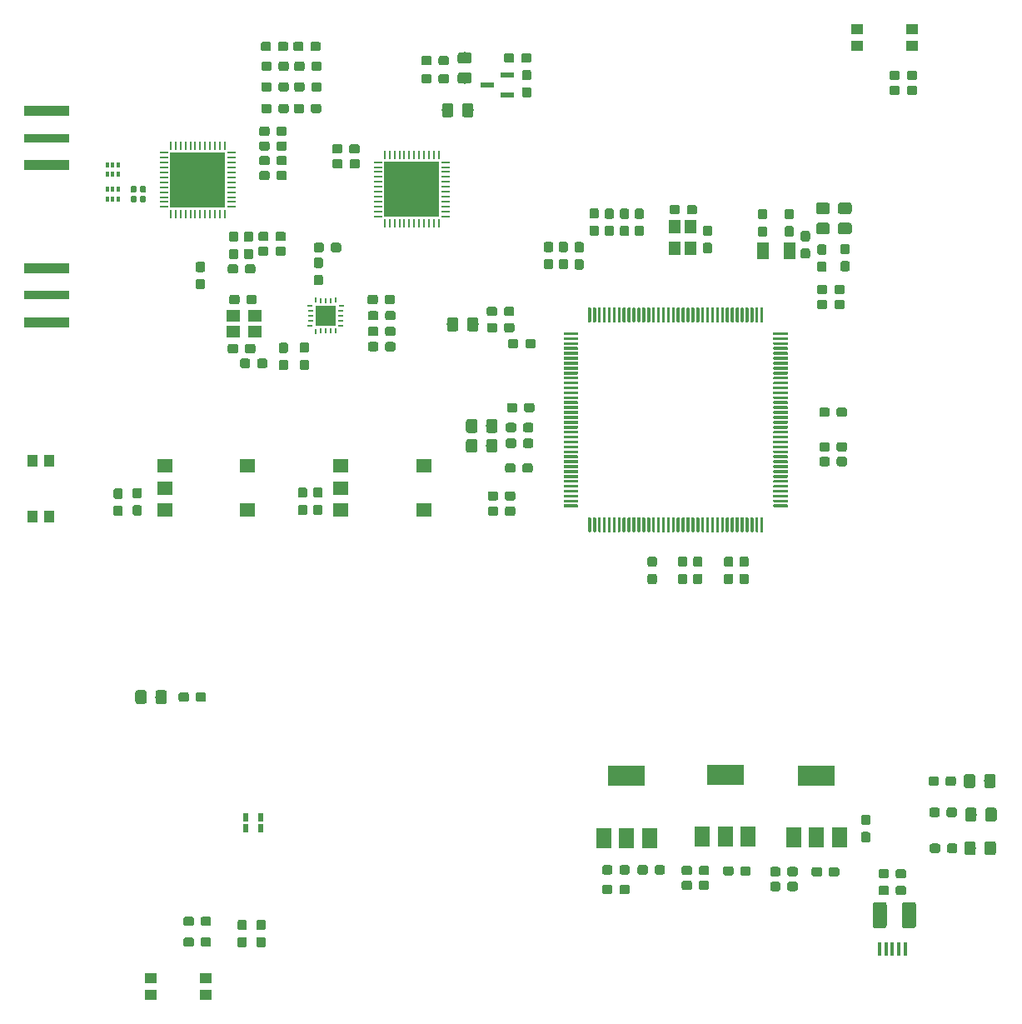
<source format=gbr>
G04 #@! TF.GenerationSoftware,KiCad,Pcbnew,6.0.0-unknown-813de6a~100~ubuntu18.04.1*
G04 #@! TF.CreationDate,2019-06-08T23:41:29-05:00*
G04 #@! TF.ProjectId,shield_SDR_UN,73686965-6c64-45f5-9344-525f554e2e6b,rev?*
G04 #@! TF.SameCoordinates,Original*
G04 #@! TF.FileFunction,Paste,Top*
G04 #@! TF.FilePolarity,Positive*
%FSLAX46Y46*%
G04 Gerber Fmt 4.6, Leading zero omitted, Abs format (unit mm)*
G04 Created by KiCad (PCBNEW 6.0.0-unknown-813de6a~100~ubuntu18.04.1) date 2019-06-08 23:41:29*
%MOMM*%
%LPD*%
G04 APERTURE LIST*
%ADD10R,4.560000X0.850000*%
%ADD11R,4.560000X1.000000*%
%ADD12R,1.600200X1.397000*%
%ADD13C,0.150000*%
%ADD14C,0.950000*%
%ADD15C,1.425000*%
%ADD16C,0.300000*%
%ADD17C,1.150000*%
%ADD18C,0.590000*%
%ADD19R,1.399540X1.198880*%
%ADD20R,1.500000X2.000000*%
%ADD21R,3.800000X2.000000*%
%ADD22R,5.588000X5.588000*%
%ADD23R,0.264800X0.807999*%
%ADD24R,0.807999X0.264800*%
%ADD25R,0.260000X0.620000*%
%ADD26R,0.620000X0.260000*%
%ADD27R,2.000000X2.000000*%
%ADD28R,0.304800X0.508000*%
%ADD29R,1.200000X1.000000*%
%ADD30R,1.000000X1.200000*%
%ADD31R,1.320800X0.558800*%
%ADD32R,0.400000X1.350000*%
%ADD33R,0.558800X0.863600*%
%ADD34R,1.198880X1.399540*%
%ADD35R,1.200000X1.800000*%
G04 APERTURE END LIST*
D10*
X67770000Y-66010000D03*
D11*
X67770000Y-63240000D03*
X67770000Y-68780000D03*
D10*
X67750000Y-50040000D03*
D11*
X67750000Y-47270000D03*
X67750000Y-52810000D03*
D12*
X88157400Y-87845800D03*
X88157400Y-83350000D03*
X79750000Y-83350000D03*
X79750000Y-85597900D03*
X79750000Y-87845800D03*
X106057400Y-87845800D03*
X106057400Y-83350000D03*
X97650000Y-83350000D03*
X97650000Y-85597900D03*
X97650000Y-87845800D03*
D13*
G36*
X115180779Y-83092144D02*
G01*
X115203834Y-83095563D01*
X115226443Y-83101227D01*
X115248387Y-83109079D01*
X115269457Y-83119044D01*
X115289448Y-83131026D01*
X115308168Y-83144910D01*
X115325438Y-83160562D01*
X115341090Y-83177832D01*
X115354974Y-83196552D01*
X115366956Y-83216543D01*
X115376921Y-83237613D01*
X115384773Y-83259557D01*
X115390437Y-83282166D01*
X115393856Y-83305221D01*
X115395000Y-83328500D01*
X115395000Y-83803500D01*
X115393856Y-83826779D01*
X115390437Y-83849834D01*
X115384773Y-83872443D01*
X115376921Y-83894387D01*
X115366956Y-83915457D01*
X115354974Y-83935448D01*
X115341090Y-83954168D01*
X115325438Y-83971438D01*
X115308168Y-83987090D01*
X115289448Y-84000974D01*
X115269457Y-84012956D01*
X115248387Y-84022921D01*
X115226443Y-84030773D01*
X115203834Y-84036437D01*
X115180779Y-84039856D01*
X115157500Y-84041000D01*
X114582500Y-84041000D01*
X114559221Y-84039856D01*
X114536166Y-84036437D01*
X114513557Y-84030773D01*
X114491613Y-84022921D01*
X114470543Y-84012956D01*
X114450552Y-84000974D01*
X114431832Y-83987090D01*
X114414562Y-83971438D01*
X114398910Y-83954168D01*
X114385026Y-83935448D01*
X114373044Y-83915457D01*
X114363079Y-83894387D01*
X114355227Y-83872443D01*
X114349563Y-83849834D01*
X114346144Y-83826779D01*
X114345000Y-83803500D01*
X114345000Y-83328500D01*
X114346144Y-83305221D01*
X114349563Y-83282166D01*
X114355227Y-83259557D01*
X114363079Y-83237613D01*
X114373044Y-83216543D01*
X114385026Y-83196552D01*
X114398910Y-83177832D01*
X114414562Y-83160562D01*
X114431832Y-83144910D01*
X114450552Y-83131026D01*
X114470543Y-83119044D01*
X114491613Y-83109079D01*
X114513557Y-83101227D01*
X114536166Y-83095563D01*
X114559221Y-83092144D01*
X114582500Y-83091000D01*
X115157500Y-83091000D01*
X115180779Y-83092144D01*
X115180779Y-83092144D01*
G37*
D14*
X114870000Y-83566000D03*
D13*
G36*
X116930779Y-83092144D02*
G01*
X116953834Y-83095563D01*
X116976443Y-83101227D01*
X116998387Y-83109079D01*
X117019457Y-83119044D01*
X117039448Y-83131026D01*
X117058168Y-83144910D01*
X117075438Y-83160562D01*
X117091090Y-83177832D01*
X117104974Y-83196552D01*
X117116956Y-83216543D01*
X117126921Y-83237613D01*
X117134773Y-83259557D01*
X117140437Y-83282166D01*
X117143856Y-83305221D01*
X117145000Y-83328500D01*
X117145000Y-83803500D01*
X117143856Y-83826779D01*
X117140437Y-83849834D01*
X117134773Y-83872443D01*
X117126921Y-83894387D01*
X117116956Y-83915457D01*
X117104974Y-83935448D01*
X117091090Y-83954168D01*
X117075438Y-83971438D01*
X117058168Y-83987090D01*
X117039448Y-84000974D01*
X117019457Y-84012956D01*
X116998387Y-84022921D01*
X116976443Y-84030773D01*
X116953834Y-84036437D01*
X116930779Y-84039856D01*
X116907500Y-84041000D01*
X116332500Y-84041000D01*
X116309221Y-84039856D01*
X116286166Y-84036437D01*
X116263557Y-84030773D01*
X116241613Y-84022921D01*
X116220543Y-84012956D01*
X116200552Y-84000974D01*
X116181832Y-83987090D01*
X116164562Y-83971438D01*
X116148910Y-83954168D01*
X116135026Y-83935448D01*
X116123044Y-83915457D01*
X116113079Y-83894387D01*
X116105227Y-83872443D01*
X116099563Y-83849834D01*
X116096144Y-83826779D01*
X116095000Y-83803500D01*
X116095000Y-83328500D01*
X116096144Y-83305221D01*
X116099563Y-83282166D01*
X116105227Y-83259557D01*
X116113079Y-83237613D01*
X116123044Y-83216543D01*
X116135026Y-83196552D01*
X116148910Y-83177832D01*
X116164562Y-83160562D01*
X116181832Y-83144910D01*
X116200552Y-83131026D01*
X116220543Y-83119044D01*
X116241613Y-83109079D01*
X116263557Y-83101227D01*
X116286166Y-83095563D01*
X116309221Y-83092144D01*
X116332500Y-83091000D01*
X116907500Y-83091000D01*
X116930779Y-83092144D01*
X116930779Y-83092144D01*
G37*
D14*
X116620000Y-83566000D03*
D13*
G36*
X154885779Y-124326144D02*
G01*
X154908834Y-124329563D01*
X154931443Y-124335227D01*
X154953387Y-124343079D01*
X154974457Y-124353044D01*
X154994448Y-124365026D01*
X155013168Y-124378910D01*
X155030438Y-124394562D01*
X155046090Y-124411832D01*
X155059974Y-124430552D01*
X155071956Y-124450543D01*
X155081921Y-124471613D01*
X155089773Y-124493557D01*
X155095437Y-124516166D01*
X155098856Y-124539221D01*
X155100000Y-124562500D01*
X155100000Y-125037500D01*
X155098856Y-125060779D01*
X155095437Y-125083834D01*
X155089773Y-125106443D01*
X155081921Y-125128387D01*
X155071956Y-125149457D01*
X155059974Y-125169448D01*
X155046090Y-125188168D01*
X155030438Y-125205438D01*
X155013168Y-125221090D01*
X154994448Y-125234974D01*
X154974457Y-125246956D01*
X154953387Y-125256921D01*
X154931443Y-125264773D01*
X154908834Y-125270437D01*
X154885779Y-125273856D01*
X154862500Y-125275000D01*
X154287500Y-125275000D01*
X154264221Y-125273856D01*
X154241166Y-125270437D01*
X154218557Y-125264773D01*
X154196613Y-125256921D01*
X154175543Y-125246956D01*
X154155552Y-125234974D01*
X154136832Y-125221090D01*
X154119562Y-125205438D01*
X154103910Y-125188168D01*
X154090026Y-125169448D01*
X154078044Y-125149457D01*
X154068079Y-125128387D01*
X154060227Y-125106443D01*
X154054563Y-125083834D01*
X154051144Y-125060779D01*
X154050000Y-125037500D01*
X154050000Y-124562500D01*
X154051144Y-124539221D01*
X154054563Y-124516166D01*
X154060227Y-124493557D01*
X154068079Y-124471613D01*
X154078044Y-124450543D01*
X154090026Y-124430552D01*
X154103910Y-124411832D01*
X154119562Y-124394562D01*
X154136832Y-124378910D01*
X154155552Y-124365026D01*
X154175543Y-124353044D01*
X154196613Y-124343079D01*
X154218557Y-124335227D01*
X154241166Y-124329563D01*
X154264221Y-124326144D01*
X154287500Y-124325000D01*
X154862500Y-124325000D01*
X154885779Y-124326144D01*
X154885779Y-124326144D01*
G37*
D14*
X154575000Y-124800000D03*
D13*
G36*
X153135779Y-124326144D02*
G01*
X153158834Y-124329563D01*
X153181443Y-124335227D01*
X153203387Y-124343079D01*
X153224457Y-124353044D01*
X153244448Y-124365026D01*
X153263168Y-124378910D01*
X153280438Y-124394562D01*
X153296090Y-124411832D01*
X153309974Y-124430552D01*
X153321956Y-124450543D01*
X153331921Y-124471613D01*
X153339773Y-124493557D01*
X153345437Y-124516166D01*
X153348856Y-124539221D01*
X153350000Y-124562500D01*
X153350000Y-125037500D01*
X153348856Y-125060779D01*
X153345437Y-125083834D01*
X153339773Y-125106443D01*
X153331921Y-125128387D01*
X153321956Y-125149457D01*
X153309974Y-125169448D01*
X153296090Y-125188168D01*
X153280438Y-125205438D01*
X153263168Y-125221090D01*
X153244448Y-125234974D01*
X153224457Y-125246956D01*
X153203387Y-125256921D01*
X153181443Y-125264773D01*
X153158834Y-125270437D01*
X153135779Y-125273856D01*
X153112500Y-125275000D01*
X152537500Y-125275000D01*
X152514221Y-125273856D01*
X152491166Y-125270437D01*
X152468557Y-125264773D01*
X152446613Y-125256921D01*
X152425543Y-125246956D01*
X152405552Y-125234974D01*
X152386832Y-125221090D01*
X152369562Y-125205438D01*
X152353910Y-125188168D01*
X152340026Y-125169448D01*
X152328044Y-125149457D01*
X152318079Y-125128387D01*
X152310227Y-125106443D01*
X152304563Y-125083834D01*
X152301144Y-125060779D01*
X152300000Y-125037500D01*
X152300000Y-124562500D01*
X152301144Y-124539221D01*
X152304563Y-124516166D01*
X152310227Y-124493557D01*
X152318079Y-124471613D01*
X152328044Y-124450543D01*
X152340026Y-124430552D01*
X152353910Y-124411832D01*
X152369562Y-124394562D01*
X152386832Y-124378910D01*
X152405552Y-124365026D01*
X152425543Y-124353044D01*
X152446613Y-124343079D01*
X152468557Y-124335227D01*
X152491166Y-124329563D01*
X152514221Y-124326144D01*
X152537500Y-124325000D01*
X153112500Y-124325000D01*
X153135779Y-124326144D01*
X153135779Y-124326144D01*
G37*
D14*
X152825000Y-124800000D03*
D13*
G36*
X154885779Y-126026144D02*
G01*
X154908834Y-126029563D01*
X154931443Y-126035227D01*
X154953387Y-126043079D01*
X154974457Y-126053044D01*
X154994448Y-126065026D01*
X155013168Y-126078910D01*
X155030438Y-126094562D01*
X155046090Y-126111832D01*
X155059974Y-126130552D01*
X155071956Y-126150543D01*
X155081921Y-126171613D01*
X155089773Y-126193557D01*
X155095437Y-126216166D01*
X155098856Y-126239221D01*
X155100000Y-126262500D01*
X155100000Y-126737500D01*
X155098856Y-126760779D01*
X155095437Y-126783834D01*
X155089773Y-126806443D01*
X155081921Y-126828387D01*
X155071956Y-126849457D01*
X155059974Y-126869448D01*
X155046090Y-126888168D01*
X155030438Y-126905438D01*
X155013168Y-126921090D01*
X154994448Y-126934974D01*
X154974457Y-126946956D01*
X154953387Y-126956921D01*
X154931443Y-126964773D01*
X154908834Y-126970437D01*
X154885779Y-126973856D01*
X154862500Y-126975000D01*
X154287500Y-126975000D01*
X154264221Y-126973856D01*
X154241166Y-126970437D01*
X154218557Y-126964773D01*
X154196613Y-126956921D01*
X154175543Y-126946956D01*
X154155552Y-126934974D01*
X154136832Y-126921090D01*
X154119562Y-126905438D01*
X154103910Y-126888168D01*
X154090026Y-126869448D01*
X154078044Y-126849457D01*
X154068079Y-126828387D01*
X154060227Y-126806443D01*
X154054563Y-126783834D01*
X154051144Y-126760779D01*
X154050000Y-126737500D01*
X154050000Y-126262500D01*
X154051144Y-126239221D01*
X154054563Y-126216166D01*
X154060227Y-126193557D01*
X154068079Y-126171613D01*
X154078044Y-126150543D01*
X154090026Y-126130552D01*
X154103910Y-126111832D01*
X154119562Y-126094562D01*
X154136832Y-126078910D01*
X154155552Y-126065026D01*
X154175543Y-126053044D01*
X154196613Y-126043079D01*
X154218557Y-126035227D01*
X154241166Y-126029563D01*
X154264221Y-126026144D01*
X154287500Y-126025000D01*
X154862500Y-126025000D01*
X154885779Y-126026144D01*
X154885779Y-126026144D01*
G37*
D14*
X154575000Y-126500000D03*
D13*
G36*
X153135779Y-126026144D02*
G01*
X153158834Y-126029563D01*
X153181443Y-126035227D01*
X153203387Y-126043079D01*
X153224457Y-126053044D01*
X153244448Y-126065026D01*
X153263168Y-126078910D01*
X153280438Y-126094562D01*
X153296090Y-126111832D01*
X153309974Y-126130552D01*
X153321956Y-126150543D01*
X153331921Y-126171613D01*
X153339773Y-126193557D01*
X153345437Y-126216166D01*
X153348856Y-126239221D01*
X153350000Y-126262500D01*
X153350000Y-126737500D01*
X153348856Y-126760779D01*
X153345437Y-126783834D01*
X153339773Y-126806443D01*
X153331921Y-126828387D01*
X153321956Y-126849457D01*
X153309974Y-126869448D01*
X153296090Y-126888168D01*
X153280438Y-126905438D01*
X153263168Y-126921090D01*
X153244448Y-126934974D01*
X153224457Y-126946956D01*
X153203387Y-126956921D01*
X153181443Y-126964773D01*
X153158834Y-126970437D01*
X153135779Y-126973856D01*
X153112500Y-126975000D01*
X152537500Y-126975000D01*
X152514221Y-126973856D01*
X152491166Y-126970437D01*
X152468557Y-126964773D01*
X152446613Y-126956921D01*
X152425543Y-126946956D01*
X152405552Y-126934974D01*
X152386832Y-126921090D01*
X152369562Y-126905438D01*
X152353910Y-126888168D01*
X152340026Y-126869448D01*
X152328044Y-126849457D01*
X152318079Y-126828387D01*
X152310227Y-126806443D01*
X152304563Y-126783834D01*
X152301144Y-126760779D01*
X152300000Y-126737500D01*
X152300000Y-126262500D01*
X152301144Y-126239221D01*
X152304563Y-126216166D01*
X152310227Y-126193557D01*
X152318079Y-126171613D01*
X152328044Y-126150543D01*
X152340026Y-126130552D01*
X152353910Y-126111832D01*
X152369562Y-126094562D01*
X152386832Y-126078910D01*
X152405552Y-126065026D01*
X152425543Y-126053044D01*
X152446613Y-126043079D01*
X152468557Y-126035227D01*
X152491166Y-126029563D01*
X152514221Y-126026144D01*
X152537500Y-126025000D01*
X153112500Y-126025000D01*
X153135779Y-126026144D01*
X153135779Y-126026144D01*
G37*
D14*
X152825000Y-126500000D03*
D13*
G36*
X155874504Y-127676204D02*
G01*
X155898773Y-127679804D01*
X155922571Y-127685765D01*
X155945671Y-127694030D01*
X155967849Y-127704520D01*
X155988893Y-127717133D01*
X156008598Y-127731747D01*
X156026777Y-127748223D01*
X156043253Y-127766402D01*
X156057867Y-127786107D01*
X156070480Y-127807151D01*
X156080970Y-127829329D01*
X156089235Y-127852429D01*
X156095196Y-127876227D01*
X156098796Y-127900496D01*
X156100000Y-127925000D01*
X156100000Y-130075000D01*
X156098796Y-130099504D01*
X156095196Y-130123773D01*
X156089235Y-130147571D01*
X156080970Y-130170671D01*
X156070480Y-130192849D01*
X156057867Y-130213893D01*
X156043253Y-130233598D01*
X156026777Y-130251777D01*
X156008598Y-130268253D01*
X155988893Y-130282867D01*
X155967849Y-130295480D01*
X155945671Y-130305970D01*
X155922571Y-130314235D01*
X155898773Y-130320196D01*
X155874504Y-130323796D01*
X155850000Y-130325000D01*
X154925000Y-130325000D01*
X154900496Y-130323796D01*
X154876227Y-130320196D01*
X154852429Y-130314235D01*
X154829329Y-130305970D01*
X154807151Y-130295480D01*
X154786107Y-130282867D01*
X154766402Y-130268253D01*
X154748223Y-130251777D01*
X154731747Y-130233598D01*
X154717133Y-130213893D01*
X154704520Y-130192849D01*
X154694030Y-130170671D01*
X154685765Y-130147571D01*
X154679804Y-130123773D01*
X154676204Y-130099504D01*
X154675000Y-130075000D01*
X154675000Y-127925000D01*
X154676204Y-127900496D01*
X154679804Y-127876227D01*
X154685765Y-127852429D01*
X154694030Y-127829329D01*
X154704520Y-127807151D01*
X154717133Y-127786107D01*
X154731747Y-127766402D01*
X154748223Y-127748223D01*
X154766402Y-127731747D01*
X154786107Y-127717133D01*
X154807151Y-127704520D01*
X154829329Y-127694030D01*
X154852429Y-127685765D01*
X154876227Y-127679804D01*
X154900496Y-127676204D01*
X154925000Y-127675000D01*
X155850000Y-127675000D01*
X155874504Y-127676204D01*
X155874504Y-127676204D01*
G37*
D15*
X155387500Y-129000000D03*
D13*
G36*
X152899504Y-127676204D02*
G01*
X152923773Y-127679804D01*
X152947571Y-127685765D01*
X152970671Y-127694030D01*
X152992849Y-127704520D01*
X153013893Y-127717133D01*
X153033598Y-127731747D01*
X153051777Y-127748223D01*
X153068253Y-127766402D01*
X153082867Y-127786107D01*
X153095480Y-127807151D01*
X153105970Y-127829329D01*
X153114235Y-127852429D01*
X153120196Y-127876227D01*
X153123796Y-127900496D01*
X153125000Y-127925000D01*
X153125000Y-130075000D01*
X153123796Y-130099504D01*
X153120196Y-130123773D01*
X153114235Y-130147571D01*
X153105970Y-130170671D01*
X153095480Y-130192849D01*
X153082867Y-130213893D01*
X153068253Y-130233598D01*
X153051777Y-130251777D01*
X153033598Y-130268253D01*
X153013893Y-130282867D01*
X152992849Y-130295480D01*
X152970671Y-130305970D01*
X152947571Y-130314235D01*
X152923773Y-130320196D01*
X152899504Y-130323796D01*
X152875000Y-130325000D01*
X151950000Y-130325000D01*
X151925496Y-130323796D01*
X151901227Y-130320196D01*
X151877429Y-130314235D01*
X151854329Y-130305970D01*
X151832151Y-130295480D01*
X151811107Y-130282867D01*
X151791402Y-130268253D01*
X151773223Y-130251777D01*
X151756747Y-130233598D01*
X151742133Y-130213893D01*
X151729520Y-130192849D01*
X151719030Y-130170671D01*
X151710765Y-130147571D01*
X151704804Y-130123773D01*
X151701204Y-130099504D01*
X151700000Y-130075000D01*
X151700000Y-127925000D01*
X151701204Y-127900496D01*
X151704804Y-127876227D01*
X151710765Y-127852429D01*
X151719030Y-127829329D01*
X151729520Y-127807151D01*
X151742133Y-127786107D01*
X151756747Y-127766402D01*
X151773223Y-127748223D01*
X151791402Y-127731747D01*
X151811107Y-127717133D01*
X151832151Y-127704520D01*
X151854329Y-127694030D01*
X151877429Y-127685765D01*
X151901227Y-127679804D01*
X151925496Y-127676204D01*
X151950000Y-127675000D01*
X152875000Y-127675000D01*
X152899504Y-127676204D01*
X152899504Y-127676204D01*
G37*
D15*
X152412500Y-129000000D03*
D13*
G36*
X143014351Y-69775361D02*
G01*
X143021632Y-69776441D01*
X143028771Y-69778229D01*
X143035701Y-69780709D01*
X143042355Y-69783856D01*
X143048668Y-69787640D01*
X143054579Y-69792024D01*
X143060033Y-69796967D01*
X143064976Y-69802421D01*
X143069360Y-69808332D01*
X143073144Y-69814645D01*
X143076291Y-69821299D01*
X143078771Y-69828229D01*
X143080559Y-69835368D01*
X143081639Y-69842649D01*
X143082000Y-69850000D01*
X143082000Y-70000000D01*
X143081639Y-70007351D01*
X143080559Y-70014632D01*
X143078771Y-70021771D01*
X143076291Y-70028701D01*
X143073144Y-70035355D01*
X143069360Y-70041668D01*
X143064976Y-70047579D01*
X143060033Y-70053033D01*
X143054579Y-70057976D01*
X143048668Y-70062360D01*
X143042355Y-70066144D01*
X143035701Y-70069291D01*
X143028771Y-70071771D01*
X143021632Y-70073559D01*
X143014351Y-70074639D01*
X143007000Y-70075000D01*
X141682000Y-70075000D01*
X141674649Y-70074639D01*
X141667368Y-70073559D01*
X141660229Y-70071771D01*
X141653299Y-70069291D01*
X141646645Y-70066144D01*
X141640332Y-70062360D01*
X141634421Y-70057976D01*
X141628967Y-70053033D01*
X141624024Y-70047579D01*
X141619640Y-70041668D01*
X141615856Y-70035355D01*
X141612709Y-70028701D01*
X141610229Y-70021771D01*
X141608441Y-70014632D01*
X141607361Y-70007351D01*
X141607000Y-70000000D01*
X141607000Y-69850000D01*
X141607361Y-69842649D01*
X141608441Y-69835368D01*
X141610229Y-69828229D01*
X141612709Y-69821299D01*
X141615856Y-69814645D01*
X141619640Y-69808332D01*
X141624024Y-69802421D01*
X141628967Y-69796967D01*
X141634421Y-69792024D01*
X141640332Y-69787640D01*
X141646645Y-69783856D01*
X141653299Y-69780709D01*
X141660229Y-69778229D01*
X141667368Y-69776441D01*
X141674649Y-69775361D01*
X141682000Y-69775000D01*
X143007000Y-69775000D01*
X143014351Y-69775361D01*
X143014351Y-69775361D01*
G37*
D16*
X142344500Y-69925000D03*
D13*
G36*
X143014351Y-70275361D02*
G01*
X143021632Y-70276441D01*
X143028771Y-70278229D01*
X143035701Y-70280709D01*
X143042355Y-70283856D01*
X143048668Y-70287640D01*
X143054579Y-70292024D01*
X143060033Y-70296967D01*
X143064976Y-70302421D01*
X143069360Y-70308332D01*
X143073144Y-70314645D01*
X143076291Y-70321299D01*
X143078771Y-70328229D01*
X143080559Y-70335368D01*
X143081639Y-70342649D01*
X143082000Y-70350000D01*
X143082000Y-70500000D01*
X143081639Y-70507351D01*
X143080559Y-70514632D01*
X143078771Y-70521771D01*
X143076291Y-70528701D01*
X143073144Y-70535355D01*
X143069360Y-70541668D01*
X143064976Y-70547579D01*
X143060033Y-70553033D01*
X143054579Y-70557976D01*
X143048668Y-70562360D01*
X143042355Y-70566144D01*
X143035701Y-70569291D01*
X143028771Y-70571771D01*
X143021632Y-70573559D01*
X143014351Y-70574639D01*
X143007000Y-70575000D01*
X141682000Y-70575000D01*
X141674649Y-70574639D01*
X141667368Y-70573559D01*
X141660229Y-70571771D01*
X141653299Y-70569291D01*
X141646645Y-70566144D01*
X141640332Y-70562360D01*
X141634421Y-70557976D01*
X141628967Y-70553033D01*
X141624024Y-70547579D01*
X141619640Y-70541668D01*
X141615856Y-70535355D01*
X141612709Y-70528701D01*
X141610229Y-70521771D01*
X141608441Y-70514632D01*
X141607361Y-70507351D01*
X141607000Y-70500000D01*
X141607000Y-70350000D01*
X141607361Y-70342649D01*
X141608441Y-70335368D01*
X141610229Y-70328229D01*
X141612709Y-70321299D01*
X141615856Y-70314645D01*
X141619640Y-70308332D01*
X141624024Y-70302421D01*
X141628967Y-70296967D01*
X141634421Y-70292024D01*
X141640332Y-70287640D01*
X141646645Y-70283856D01*
X141653299Y-70280709D01*
X141660229Y-70278229D01*
X141667368Y-70276441D01*
X141674649Y-70275361D01*
X141682000Y-70275000D01*
X143007000Y-70275000D01*
X143014351Y-70275361D01*
X143014351Y-70275361D01*
G37*
D16*
X142344500Y-70425000D03*
D13*
G36*
X143014351Y-70775361D02*
G01*
X143021632Y-70776441D01*
X143028771Y-70778229D01*
X143035701Y-70780709D01*
X143042355Y-70783856D01*
X143048668Y-70787640D01*
X143054579Y-70792024D01*
X143060033Y-70796967D01*
X143064976Y-70802421D01*
X143069360Y-70808332D01*
X143073144Y-70814645D01*
X143076291Y-70821299D01*
X143078771Y-70828229D01*
X143080559Y-70835368D01*
X143081639Y-70842649D01*
X143082000Y-70850000D01*
X143082000Y-71000000D01*
X143081639Y-71007351D01*
X143080559Y-71014632D01*
X143078771Y-71021771D01*
X143076291Y-71028701D01*
X143073144Y-71035355D01*
X143069360Y-71041668D01*
X143064976Y-71047579D01*
X143060033Y-71053033D01*
X143054579Y-71057976D01*
X143048668Y-71062360D01*
X143042355Y-71066144D01*
X143035701Y-71069291D01*
X143028771Y-71071771D01*
X143021632Y-71073559D01*
X143014351Y-71074639D01*
X143007000Y-71075000D01*
X141682000Y-71075000D01*
X141674649Y-71074639D01*
X141667368Y-71073559D01*
X141660229Y-71071771D01*
X141653299Y-71069291D01*
X141646645Y-71066144D01*
X141640332Y-71062360D01*
X141634421Y-71057976D01*
X141628967Y-71053033D01*
X141624024Y-71047579D01*
X141619640Y-71041668D01*
X141615856Y-71035355D01*
X141612709Y-71028701D01*
X141610229Y-71021771D01*
X141608441Y-71014632D01*
X141607361Y-71007351D01*
X141607000Y-71000000D01*
X141607000Y-70850000D01*
X141607361Y-70842649D01*
X141608441Y-70835368D01*
X141610229Y-70828229D01*
X141612709Y-70821299D01*
X141615856Y-70814645D01*
X141619640Y-70808332D01*
X141624024Y-70802421D01*
X141628967Y-70796967D01*
X141634421Y-70792024D01*
X141640332Y-70787640D01*
X141646645Y-70783856D01*
X141653299Y-70780709D01*
X141660229Y-70778229D01*
X141667368Y-70776441D01*
X141674649Y-70775361D01*
X141682000Y-70775000D01*
X143007000Y-70775000D01*
X143014351Y-70775361D01*
X143014351Y-70775361D01*
G37*
D16*
X142344500Y-70925000D03*
D13*
G36*
X143014351Y-71275361D02*
G01*
X143021632Y-71276441D01*
X143028771Y-71278229D01*
X143035701Y-71280709D01*
X143042355Y-71283856D01*
X143048668Y-71287640D01*
X143054579Y-71292024D01*
X143060033Y-71296967D01*
X143064976Y-71302421D01*
X143069360Y-71308332D01*
X143073144Y-71314645D01*
X143076291Y-71321299D01*
X143078771Y-71328229D01*
X143080559Y-71335368D01*
X143081639Y-71342649D01*
X143082000Y-71350000D01*
X143082000Y-71500000D01*
X143081639Y-71507351D01*
X143080559Y-71514632D01*
X143078771Y-71521771D01*
X143076291Y-71528701D01*
X143073144Y-71535355D01*
X143069360Y-71541668D01*
X143064976Y-71547579D01*
X143060033Y-71553033D01*
X143054579Y-71557976D01*
X143048668Y-71562360D01*
X143042355Y-71566144D01*
X143035701Y-71569291D01*
X143028771Y-71571771D01*
X143021632Y-71573559D01*
X143014351Y-71574639D01*
X143007000Y-71575000D01*
X141682000Y-71575000D01*
X141674649Y-71574639D01*
X141667368Y-71573559D01*
X141660229Y-71571771D01*
X141653299Y-71569291D01*
X141646645Y-71566144D01*
X141640332Y-71562360D01*
X141634421Y-71557976D01*
X141628967Y-71553033D01*
X141624024Y-71547579D01*
X141619640Y-71541668D01*
X141615856Y-71535355D01*
X141612709Y-71528701D01*
X141610229Y-71521771D01*
X141608441Y-71514632D01*
X141607361Y-71507351D01*
X141607000Y-71500000D01*
X141607000Y-71350000D01*
X141607361Y-71342649D01*
X141608441Y-71335368D01*
X141610229Y-71328229D01*
X141612709Y-71321299D01*
X141615856Y-71314645D01*
X141619640Y-71308332D01*
X141624024Y-71302421D01*
X141628967Y-71296967D01*
X141634421Y-71292024D01*
X141640332Y-71287640D01*
X141646645Y-71283856D01*
X141653299Y-71280709D01*
X141660229Y-71278229D01*
X141667368Y-71276441D01*
X141674649Y-71275361D01*
X141682000Y-71275000D01*
X143007000Y-71275000D01*
X143014351Y-71275361D01*
X143014351Y-71275361D01*
G37*
D16*
X142344500Y-71425000D03*
D13*
G36*
X143014351Y-71775361D02*
G01*
X143021632Y-71776441D01*
X143028771Y-71778229D01*
X143035701Y-71780709D01*
X143042355Y-71783856D01*
X143048668Y-71787640D01*
X143054579Y-71792024D01*
X143060033Y-71796967D01*
X143064976Y-71802421D01*
X143069360Y-71808332D01*
X143073144Y-71814645D01*
X143076291Y-71821299D01*
X143078771Y-71828229D01*
X143080559Y-71835368D01*
X143081639Y-71842649D01*
X143082000Y-71850000D01*
X143082000Y-72000000D01*
X143081639Y-72007351D01*
X143080559Y-72014632D01*
X143078771Y-72021771D01*
X143076291Y-72028701D01*
X143073144Y-72035355D01*
X143069360Y-72041668D01*
X143064976Y-72047579D01*
X143060033Y-72053033D01*
X143054579Y-72057976D01*
X143048668Y-72062360D01*
X143042355Y-72066144D01*
X143035701Y-72069291D01*
X143028771Y-72071771D01*
X143021632Y-72073559D01*
X143014351Y-72074639D01*
X143007000Y-72075000D01*
X141682000Y-72075000D01*
X141674649Y-72074639D01*
X141667368Y-72073559D01*
X141660229Y-72071771D01*
X141653299Y-72069291D01*
X141646645Y-72066144D01*
X141640332Y-72062360D01*
X141634421Y-72057976D01*
X141628967Y-72053033D01*
X141624024Y-72047579D01*
X141619640Y-72041668D01*
X141615856Y-72035355D01*
X141612709Y-72028701D01*
X141610229Y-72021771D01*
X141608441Y-72014632D01*
X141607361Y-72007351D01*
X141607000Y-72000000D01*
X141607000Y-71850000D01*
X141607361Y-71842649D01*
X141608441Y-71835368D01*
X141610229Y-71828229D01*
X141612709Y-71821299D01*
X141615856Y-71814645D01*
X141619640Y-71808332D01*
X141624024Y-71802421D01*
X141628967Y-71796967D01*
X141634421Y-71792024D01*
X141640332Y-71787640D01*
X141646645Y-71783856D01*
X141653299Y-71780709D01*
X141660229Y-71778229D01*
X141667368Y-71776441D01*
X141674649Y-71775361D01*
X141682000Y-71775000D01*
X143007000Y-71775000D01*
X143014351Y-71775361D01*
X143014351Y-71775361D01*
G37*
D16*
X142344500Y-71925000D03*
D13*
G36*
X143014351Y-72275361D02*
G01*
X143021632Y-72276441D01*
X143028771Y-72278229D01*
X143035701Y-72280709D01*
X143042355Y-72283856D01*
X143048668Y-72287640D01*
X143054579Y-72292024D01*
X143060033Y-72296967D01*
X143064976Y-72302421D01*
X143069360Y-72308332D01*
X143073144Y-72314645D01*
X143076291Y-72321299D01*
X143078771Y-72328229D01*
X143080559Y-72335368D01*
X143081639Y-72342649D01*
X143082000Y-72350000D01*
X143082000Y-72500000D01*
X143081639Y-72507351D01*
X143080559Y-72514632D01*
X143078771Y-72521771D01*
X143076291Y-72528701D01*
X143073144Y-72535355D01*
X143069360Y-72541668D01*
X143064976Y-72547579D01*
X143060033Y-72553033D01*
X143054579Y-72557976D01*
X143048668Y-72562360D01*
X143042355Y-72566144D01*
X143035701Y-72569291D01*
X143028771Y-72571771D01*
X143021632Y-72573559D01*
X143014351Y-72574639D01*
X143007000Y-72575000D01*
X141682000Y-72575000D01*
X141674649Y-72574639D01*
X141667368Y-72573559D01*
X141660229Y-72571771D01*
X141653299Y-72569291D01*
X141646645Y-72566144D01*
X141640332Y-72562360D01*
X141634421Y-72557976D01*
X141628967Y-72553033D01*
X141624024Y-72547579D01*
X141619640Y-72541668D01*
X141615856Y-72535355D01*
X141612709Y-72528701D01*
X141610229Y-72521771D01*
X141608441Y-72514632D01*
X141607361Y-72507351D01*
X141607000Y-72500000D01*
X141607000Y-72350000D01*
X141607361Y-72342649D01*
X141608441Y-72335368D01*
X141610229Y-72328229D01*
X141612709Y-72321299D01*
X141615856Y-72314645D01*
X141619640Y-72308332D01*
X141624024Y-72302421D01*
X141628967Y-72296967D01*
X141634421Y-72292024D01*
X141640332Y-72287640D01*
X141646645Y-72283856D01*
X141653299Y-72280709D01*
X141660229Y-72278229D01*
X141667368Y-72276441D01*
X141674649Y-72275361D01*
X141682000Y-72275000D01*
X143007000Y-72275000D01*
X143014351Y-72275361D01*
X143014351Y-72275361D01*
G37*
D16*
X142344500Y-72425000D03*
D13*
G36*
X143014351Y-72775361D02*
G01*
X143021632Y-72776441D01*
X143028771Y-72778229D01*
X143035701Y-72780709D01*
X143042355Y-72783856D01*
X143048668Y-72787640D01*
X143054579Y-72792024D01*
X143060033Y-72796967D01*
X143064976Y-72802421D01*
X143069360Y-72808332D01*
X143073144Y-72814645D01*
X143076291Y-72821299D01*
X143078771Y-72828229D01*
X143080559Y-72835368D01*
X143081639Y-72842649D01*
X143082000Y-72850000D01*
X143082000Y-73000000D01*
X143081639Y-73007351D01*
X143080559Y-73014632D01*
X143078771Y-73021771D01*
X143076291Y-73028701D01*
X143073144Y-73035355D01*
X143069360Y-73041668D01*
X143064976Y-73047579D01*
X143060033Y-73053033D01*
X143054579Y-73057976D01*
X143048668Y-73062360D01*
X143042355Y-73066144D01*
X143035701Y-73069291D01*
X143028771Y-73071771D01*
X143021632Y-73073559D01*
X143014351Y-73074639D01*
X143007000Y-73075000D01*
X141682000Y-73075000D01*
X141674649Y-73074639D01*
X141667368Y-73073559D01*
X141660229Y-73071771D01*
X141653299Y-73069291D01*
X141646645Y-73066144D01*
X141640332Y-73062360D01*
X141634421Y-73057976D01*
X141628967Y-73053033D01*
X141624024Y-73047579D01*
X141619640Y-73041668D01*
X141615856Y-73035355D01*
X141612709Y-73028701D01*
X141610229Y-73021771D01*
X141608441Y-73014632D01*
X141607361Y-73007351D01*
X141607000Y-73000000D01*
X141607000Y-72850000D01*
X141607361Y-72842649D01*
X141608441Y-72835368D01*
X141610229Y-72828229D01*
X141612709Y-72821299D01*
X141615856Y-72814645D01*
X141619640Y-72808332D01*
X141624024Y-72802421D01*
X141628967Y-72796967D01*
X141634421Y-72792024D01*
X141640332Y-72787640D01*
X141646645Y-72783856D01*
X141653299Y-72780709D01*
X141660229Y-72778229D01*
X141667368Y-72776441D01*
X141674649Y-72775361D01*
X141682000Y-72775000D01*
X143007000Y-72775000D01*
X143014351Y-72775361D01*
X143014351Y-72775361D01*
G37*
D16*
X142344500Y-72925000D03*
D13*
G36*
X143014351Y-73275361D02*
G01*
X143021632Y-73276441D01*
X143028771Y-73278229D01*
X143035701Y-73280709D01*
X143042355Y-73283856D01*
X143048668Y-73287640D01*
X143054579Y-73292024D01*
X143060033Y-73296967D01*
X143064976Y-73302421D01*
X143069360Y-73308332D01*
X143073144Y-73314645D01*
X143076291Y-73321299D01*
X143078771Y-73328229D01*
X143080559Y-73335368D01*
X143081639Y-73342649D01*
X143082000Y-73350000D01*
X143082000Y-73500000D01*
X143081639Y-73507351D01*
X143080559Y-73514632D01*
X143078771Y-73521771D01*
X143076291Y-73528701D01*
X143073144Y-73535355D01*
X143069360Y-73541668D01*
X143064976Y-73547579D01*
X143060033Y-73553033D01*
X143054579Y-73557976D01*
X143048668Y-73562360D01*
X143042355Y-73566144D01*
X143035701Y-73569291D01*
X143028771Y-73571771D01*
X143021632Y-73573559D01*
X143014351Y-73574639D01*
X143007000Y-73575000D01*
X141682000Y-73575000D01*
X141674649Y-73574639D01*
X141667368Y-73573559D01*
X141660229Y-73571771D01*
X141653299Y-73569291D01*
X141646645Y-73566144D01*
X141640332Y-73562360D01*
X141634421Y-73557976D01*
X141628967Y-73553033D01*
X141624024Y-73547579D01*
X141619640Y-73541668D01*
X141615856Y-73535355D01*
X141612709Y-73528701D01*
X141610229Y-73521771D01*
X141608441Y-73514632D01*
X141607361Y-73507351D01*
X141607000Y-73500000D01*
X141607000Y-73350000D01*
X141607361Y-73342649D01*
X141608441Y-73335368D01*
X141610229Y-73328229D01*
X141612709Y-73321299D01*
X141615856Y-73314645D01*
X141619640Y-73308332D01*
X141624024Y-73302421D01*
X141628967Y-73296967D01*
X141634421Y-73292024D01*
X141640332Y-73287640D01*
X141646645Y-73283856D01*
X141653299Y-73280709D01*
X141660229Y-73278229D01*
X141667368Y-73276441D01*
X141674649Y-73275361D01*
X141682000Y-73275000D01*
X143007000Y-73275000D01*
X143014351Y-73275361D01*
X143014351Y-73275361D01*
G37*
D16*
X142344500Y-73425000D03*
D13*
G36*
X143014351Y-73775361D02*
G01*
X143021632Y-73776441D01*
X143028771Y-73778229D01*
X143035701Y-73780709D01*
X143042355Y-73783856D01*
X143048668Y-73787640D01*
X143054579Y-73792024D01*
X143060033Y-73796967D01*
X143064976Y-73802421D01*
X143069360Y-73808332D01*
X143073144Y-73814645D01*
X143076291Y-73821299D01*
X143078771Y-73828229D01*
X143080559Y-73835368D01*
X143081639Y-73842649D01*
X143082000Y-73850000D01*
X143082000Y-74000000D01*
X143081639Y-74007351D01*
X143080559Y-74014632D01*
X143078771Y-74021771D01*
X143076291Y-74028701D01*
X143073144Y-74035355D01*
X143069360Y-74041668D01*
X143064976Y-74047579D01*
X143060033Y-74053033D01*
X143054579Y-74057976D01*
X143048668Y-74062360D01*
X143042355Y-74066144D01*
X143035701Y-74069291D01*
X143028771Y-74071771D01*
X143021632Y-74073559D01*
X143014351Y-74074639D01*
X143007000Y-74075000D01*
X141682000Y-74075000D01*
X141674649Y-74074639D01*
X141667368Y-74073559D01*
X141660229Y-74071771D01*
X141653299Y-74069291D01*
X141646645Y-74066144D01*
X141640332Y-74062360D01*
X141634421Y-74057976D01*
X141628967Y-74053033D01*
X141624024Y-74047579D01*
X141619640Y-74041668D01*
X141615856Y-74035355D01*
X141612709Y-74028701D01*
X141610229Y-74021771D01*
X141608441Y-74014632D01*
X141607361Y-74007351D01*
X141607000Y-74000000D01*
X141607000Y-73850000D01*
X141607361Y-73842649D01*
X141608441Y-73835368D01*
X141610229Y-73828229D01*
X141612709Y-73821299D01*
X141615856Y-73814645D01*
X141619640Y-73808332D01*
X141624024Y-73802421D01*
X141628967Y-73796967D01*
X141634421Y-73792024D01*
X141640332Y-73787640D01*
X141646645Y-73783856D01*
X141653299Y-73780709D01*
X141660229Y-73778229D01*
X141667368Y-73776441D01*
X141674649Y-73775361D01*
X141682000Y-73775000D01*
X143007000Y-73775000D01*
X143014351Y-73775361D01*
X143014351Y-73775361D01*
G37*
D16*
X142344500Y-73925000D03*
D13*
G36*
X143014351Y-74275361D02*
G01*
X143021632Y-74276441D01*
X143028771Y-74278229D01*
X143035701Y-74280709D01*
X143042355Y-74283856D01*
X143048668Y-74287640D01*
X143054579Y-74292024D01*
X143060033Y-74296967D01*
X143064976Y-74302421D01*
X143069360Y-74308332D01*
X143073144Y-74314645D01*
X143076291Y-74321299D01*
X143078771Y-74328229D01*
X143080559Y-74335368D01*
X143081639Y-74342649D01*
X143082000Y-74350000D01*
X143082000Y-74500000D01*
X143081639Y-74507351D01*
X143080559Y-74514632D01*
X143078771Y-74521771D01*
X143076291Y-74528701D01*
X143073144Y-74535355D01*
X143069360Y-74541668D01*
X143064976Y-74547579D01*
X143060033Y-74553033D01*
X143054579Y-74557976D01*
X143048668Y-74562360D01*
X143042355Y-74566144D01*
X143035701Y-74569291D01*
X143028771Y-74571771D01*
X143021632Y-74573559D01*
X143014351Y-74574639D01*
X143007000Y-74575000D01*
X141682000Y-74575000D01*
X141674649Y-74574639D01*
X141667368Y-74573559D01*
X141660229Y-74571771D01*
X141653299Y-74569291D01*
X141646645Y-74566144D01*
X141640332Y-74562360D01*
X141634421Y-74557976D01*
X141628967Y-74553033D01*
X141624024Y-74547579D01*
X141619640Y-74541668D01*
X141615856Y-74535355D01*
X141612709Y-74528701D01*
X141610229Y-74521771D01*
X141608441Y-74514632D01*
X141607361Y-74507351D01*
X141607000Y-74500000D01*
X141607000Y-74350000D01*
X141607361Y-74342649D01*
X141608441Y-74335368D01*
X141610229Y-74328229D01*
X141612709Y-74321299D01*
X141615856Y-74314645D01*
X141619640Y-74308332D01*
X141624024Y-74302421D01*
X141628967Y-74296967D01*
X141634421Y-74292024D01*
X141640332Y-74287640D01*
X141646645Y-74283856D01*
X141653299Y-74280709D01*
X141660229Y-74278229D01*
X141667368Y-74276441D01*
X141674649Y-74275361D01*
X141682000Y-74275000D01*
X143007000Y-74275000D01*
X143014351Y-74275361D01*
X143014351Y-74275361D01*
G37*
D16*
X142344500Y-74425000D03*
D13*
G36*
X143014351Y-74775361D02*
G01*
X143021632Y-74776441D01*
X143028771Y-74778229D01*
X143035701Y-74780709D01*
X143042355Y-74783856D01*
X143048668Y-74787640D01*
X143054579Y-74792024D01*
X143060033Y-74796967D01*
X143064976Y-74802421D01*
X143069360Y-74808332D01*
X143073144Y-74814645D01*
X143076291Y-74821299D01*
X143078771Y-74828229D01*
X143080559Y-74835368D01*
X143081639Y-74842649D01*
X143082000Y-74850000D01*
X143082000Y-75000000D01*
X143081639Y-75007351D01*
X143080559Y-75014632D01*
X143078771Y-75021771D01*
X143076291Y-75028701D01*
X143073144Y-75035355D01*
X143069360Y-75041668D01*
X143064976Y-75047579D01*
X143060033Y-75053033D01*
X143054579Y-75057976D01*
X143048668Y-75062360D01*
X143042355Y-75066144D01*
X143035701Y-75069291D01*
X143028771Y-75071771D01*
X143021632Y-75073559D01*
X143014351Y-75074639D01*
X143007000Y-75075000D01*
X141682000Y-75075000D01*
X141674649Y-75074639D01*
X141667368Y-75073559D01*
X141660229Y-75071771D01*
X141653299Y-75069291D01*
X141646645Y-75066144D01*
X141640332Y-75062360D01*
X141634421Y-75057976D01*
X141628967Y-75053033D01*
X141624024Y-75047579D01*
X141619640Y-75041668D01*
X141615856Y-75035355D01*
X141612709Y-75028701D01*
X141610229Y-75021771D01*
X141608441Y-75014632D01*
X141607361Y-75007351D01*
X141607000Y-75000000D01*
X141607000Y-74850000D01*
X141607361Y-74842649D01*
X141608441Y-74835368D01*
X141610229Y-74828229D01*
X141612709Y-74821299D01*
X141615856Y-74814645D01*
X141619640Y-74808332D01*
X141624024Y-74802421D01*
X141628967Y-74796967D01*
X141634421Y-74792024D01*
X141640332Y-74787640D01*
X141646645Y-74783856D01*
X141653299Y-74780709D01*
X141660229Y-74778229D01*
X141667368Y-74776441D01*
X141674649Y-74775361D01*
X141682000Y-74775000D01*
X143007000Y-74775000D01*
X143014351Y-74775361D01*
X143014351Y-74775361D01*
G37*
D16*
X142344500Y-74925000D03*
D13*
G36*
X143014351Y-75275361D02*
G01*
X143021632Y-75276441D01*
X143028771Y-75278229D01*
X143035701Y-75280709D01*
X143042355Y-75283856D01*
X143048668Y-75287640D01*
X143054579Y-75292024D01*
X143060033Y-75296967D01*
X143064976Y-75302421D01*
X143069360Y-75308332D01*
X143073144Y-75314645D01*
X143076291Y-75321299D01*
X143078771Y-75328229D01*
X143080559Y-75335368D01*
X143081639Y-75342649D01*
X143082000Y-75350000D01*
X143082000Y-75500000D01*
X143081639Y-75507351D01*
X143080559Y-75514632D01*
X143078771Y-75521771D01*
X143076291Y-75528701D01*
X143073144Y-75535355D01*
X143069360Y-75541668D01*
X143064976Y-75547579D01*
X143060033Y-75553033D01*
X143054579Y-75557976D01*
X143048668Y-75562360D01*
X143042355Y-75566144D01*
X143035701Y-75569291D01*
X143028771Y-75571771D01*
X143021632Y-75573559D01*
X143014351Y-75574639D01*
X143007000Y-75575000D01*
X141682000Y-75575000D01*
X141674649Y-75574639D01*
X141667368Y-75573559D01*
X141660229Y-75571771D01*
X141653299Y-75569291D01*
X141646645Y-75566144D01*
X141640332Y-75562360D01*
X141634421Y-75557976D01*
X141628967Y-75553033D01*
X141624024Y-75547579D01*
X141619640Y-75541668D01*
X141615856Y-75535355D01*
X141612709Y-75528701D01*
X141610229Y-75521771D01*
X141608441Y-75514632D01*
X141607361Y-75507351D01*
X141607000Y-75500000D01*
X141607000Y-75350000D01*
X141607361Y-75342649D01*
X141608441Y-75335368D01*
X141610229Y-75328229D01*
X141612709Y-75321299D01*
X141615856Y-75314645D01*
X141619640Y-75308332D01*
X141624024Y-75302421D01*
X141628967Y-75296967D01*
X141634421Y-75292024D01*
X141640332Y-75287640D01*
X141646645Y-75283856D01*
X141653299Y-75280709D01*
X141660229Y-75278229D01*
X141667368Y-75276441D01*
X141674649Y-75275361D01*
X141682000Y-75275000D01*
X143007000Y-75275000D01*
X143014351Y-75275361D01*
X143014351Y-75275361D01*
G37*
D16*
X142344500Y-75425000D03*
D13*
G36*
X143014351Y-75775361D02*
G01*
X143021632Y-75776441D01*
X143028771Y-75778229D01*
X143035701Y-75780709D01*
X143042355Y-75783856D01*
X143048668Y-75787640D01*
X143054579Y-75792024D01*
X143060033Y-75796967D01*
X143064976Y-75802421D01*
X143069360Y-75808332D01*
X143073144Y-75814645D01*
X143076291Y-75821299D01*
X143078771Y-75828229D01*
X143080559Y-75835368D01*
X143081639Y-75842649D01*
X143082000Y-75850000D01*
X143082000Y-76000000D01*
X143081639Y-76007351D01*
X143080559Y-76014632D01*
X143078771Y-76021771D01*
X143076291Y-76028701D01*
X143073144Y-76035355D01*
X143069360Y-76041668D01*
X143064976Y-76047579D01*
X143060033Y-76053033D01*
X143054579Y-76057976D01*
X143048668Y-76062360D01*
X143042355Y-76066144D01*
X143035701Y-76069291D01*
X143028771Y-76071771D01*
X143021632Y-76073559D01*
X143014351Y-76074639D01*
X143007000Y-76075000D01*
X141682000Y-76075000D01*
X141674649Y-76074639D01*
X141667368Y-76073559D01*
X141660229Y-76071771D01*
X141653299Y-76069291D01*
X141646645Y-76066144D01*
X141640332Y-76062360D01*
X141634421Y-76057976D01*
X141628967Y-76053033D01*
X141624024Y-76047579D01*
X141619640Y-76041668D01*
X141615856Y-76035355D01*
X141612709Y-76028701D01*
X141610229Y-76021771D01*
X141608441Y-76014632D01*
X141607361Y-76007351D01*
X141607000Y-76000000D01*
X141607000Y-75850000D01*
X141607361Y-75842649D01*
X141608441Y-75835368D01*
X141610229Y-75828229D01*
X141612709Y-75821299D01*
X141615856Y-75814645D01*
X141619640Y-75808332D01*
X141624024Y-75802421D01*
X141628967Y-75796967D01*
X141634421Y-75792024D01*
X141640332Y-75787640D01*
X141646645Y-75783856D01*
X141653299Y-75780709D01*
X141660229Y-75778229D01*
X141667368Y-75776441D01*
X141674649Y-75775361D01*
X141682000Y-75775000D01*
X143007000Y-75775000D01*
X143014351Y-75775361D01*
X143014351Y-75775361D01*
G37*
D16*
X142344500Y-75925000D03*
D13*
G36*
X143014351Y-76275361D02*
G01*
X143021632Y-76276441D01*
X143028771Y-76278229D01*
X143035701Y-76280709D01*
X143042355Y-76283856D01*
X143048668Y-76287640D01*
X143054579Y-76292024D01*
X143060033Y-76296967D01*
X143064976Y-76302421D01*
X143069360Y-76308332D01*
X143073144Y-76314645D01*
X143076291Y-76321299D01*
X143078771Y-76328229D01*
X143080559Y-76335368D01*
X143081639Y-76342649D01*
X143082000Y-76350000D01*
X143082000Y-76500000D01*
X143081639Y-76507351D01*
X143080559Y-76514632D01*
X143078771Y-76521771D01*
X143076291Y-76528701D01*
X143073144Y-76535355D01*
X143069360Y-76541668D01*
X143064976Y-76547579D01*
X143060033Y-76553033D01*
X143054579Y-76557976D01*
X143048668Y-76562360D01*
X143042355Y-76566144D01*
X143035701Y-76569291D01*
X143028771Y-76571771D01*
X143021632Y-76573559D01*
X143014351Y-76574639D01*
X143007000Y-76575000D01*
X141682000Y-76575000D01*
X141674649Y-76574639D01*
X141667368Y-76573559D01*
X141660229Y-76571771D01*
X141653299Y-76569291D01*
X141646645Y-76566144D01*
X141640332Y-76562360D01*
X141634421Y-76557976D01*
X141628967Y-76553033D01*
X141624024Y-76547579D01*
X141619640Y-76541668D01*
X141615856Y-76535355D01*
X141612709Y-76528701D01*
X141610229Y-76521771D01*
X141608441Y-76514632D01*
X141607361Y-76507351D01*
X141607000Y-76500000D01*
X141607000Y-76350000D01*
X141607361Y-76342649D01*
X141608441Y-76335368D01*
X141610229Y-76328229D01*
X141612709Y-76321299D01*
X141615856Y-76314645D01*
X141619640Y-76308332D01*
X141624024Y-76302421D01*
X141628967Y-76296967D01*
X141634421Y-76292024D01*
X141640332Y-76287640D01*
X141646645Y-76283856D01*
X141653299Y-76280709D01*
X141660229Y-76278229D01*
X141667368Y-76276441D01*
X141674649Y-76275361D01*
X141682000Y-76275000D01*
X143007000Y-76275000D01*
X143014351Y-76275361D01*
X143014351Y-76275361D01*
G37*
D16*
X142344500Y-76425000D03*
D13*
G36*
X143014351Y-76775361D02*
G01*
X143021632Y-76776441D01*
X143028771Y-76778229D01*
X143035701Y-76780709D01*
X143042355Y-76783856D01*
X143048668Y-76787640D01*
X143054579Y-76792024D01*
X143060033Y-76796967D01*
X143064976Y-76802421D01*
X143069360Y-76808332D01*
X143073144Y-76814645D01*
X143076291Y-76821299D01*
X143078771Y-76828229D01*
X143080559Y-76835368D01*
X143081639Y-76842649D01*
X143082000Y-76850000D01*
X143082000Y-77000000D01*
X143081639Y-77007351D01*
X143080559Y-77014632D01*
X143078771Y-77021771D01*
X143076291Y-77028701D01*
X143073144Y-77035355D01*
X143069360Y-77041668D01*
X143064976Y-77047579D01*
X143060033Y-77053033D01*
X143054579Y-77057976D01*
X143048668Y-77062360D01*
X143042355Y-77066144D01*
X143035701Y-77069291D01*
X143028771Y-77071771D01*
X143021632Y-77073559D01*
X143014351Y-77074639D01*
X143007000Y-77075000D01*
X141682000Y-77075000D01*
X141674649Y-77074639D01*
X141667368Y-77073559D01*
X141660229Y-77071771D01*
X141653299Y-77069291D01*
X141646645Y-77066144D01*
X141640332Y-77062360D01*
X141634421Y-77057976D01*
X141628967Y-77053033D01*
X141624024Y-77047579D01*
X141619640Y-77041668D01*
X141615856Y-77035355D01*
X141612709Y-77028701D01*
X141610229Y-77021771D01*
X141608441Y-77014632D01*
X141607361Y-77007351D01*
X141607000Y-77000000D01*
X141607000Y-76850000D01*
X141607361Y-76842649D01*
X141608441Y-76835368D01*
X141610229Y-76828229D01*
X141612709Y-76821299D01*
X141615856Y-76814645D01*
X141619640Y-76808332D01*
X141624024Y-76802421D01*
X141628967Y-76796967D01*
X141634421Y-76792024D01*
X141640332Y-76787640D01*
X141646645Y-76783856D01*
X141653299Y-76780709D01*
X141660229Y-76778229D01*
X141667368Y-76776441D01*
X141674649Y-76775361D01*
X141682000Y-76775000D01*
X143007000Y-76775000D01*
X143014351Y-76775361D01*
X143014351Y-76775361D01*
G37*
D16*
X142344500Y-76925000D03*
D13*
G36*
X143014351Y-77275361D02*
G01*
X143021632Y-77276441D01*
X143028771Y-77278229D01*
X143035701Y-77280709D01*
X143042355Y-77283856D01*
X143048668Y-77287640D01*
X143054579Y-77292024D01*
X143060033Y-77296967D01*
X143064976Y-77302421D01*
X143069360Y-77308332D01*
X143073144Y-77314645D01*
X143076291Y-77321299D01*
X143078771Y-77328229D01*
X143080559Y-77335368D01*
X143081639Y-77342649D01*
X143082000Y-77350000D01*
X143082000Y-77500000D01*
X143081639Y-77507351D01*
X143080559Y-77514632D01*
X143078771Y-77521771D01*
X143076291Y-77528701D01*
X143073144Y-77535355D01*
X143069360Y-77541668D01*
X143064976Y-77547579D01*
X143060033Y-77553033D01*
X143054579Y-77557976D01*
X143048668Y-77562360D01*
X143042355Y-77566144D01*
X143035701Y-77569291D01*
X143028771Y-77571771D01*
X143021632Y-77573559D01*
X143014351Y-77574639D01*
X143007000Y-77575000D01*
X141682000Y-77575000D01*
X141674649Y-77574639D01*
X141667368Y-77573559D01*
X141660229Y-77571771D01*
X141653299Y-77569291D01*
X141646645Y-77566144D01*
X141640332Y-77562360D01*
X141634421Y-77557976D01*
X141628967Y-77553033D01*
X141624024Y-77547579D01*
X141619640Y-77541668D01*
X141615856Y-77535355D01*
X141612709Y-77528701D01*
X141610229Y-77521771D01*
X141608441Y-77514632D01*
X141607361Y-77507351D01*
X141607000Y-77500000D01*
X141607000Y-77350000D01*
X141607361Y-77342649D01*
X141608441Y-77335368D01*
X141610229Y-77328229D01*
X141612709Y-77321299D01*
X141615856Y-77314645D01*
X141619640Y-77308332D01*
X141624024Y-77302421D01*
X141628967Y-77296967D01*
X141634421Y-77292024D01*
X141640332Y-77287640D01*
X141646645Y-77283856D01*
X141653299Y-77280709D01*
X141660229Y-77278229D01*
X141667368Y-77276441D01*
X141674649Y-77275361D01*
X141682000Y-77275000D01*
X143007000Y-77275000D01*
X143014351Y-77275361D01*
X143014351Y-77275361D01*
G37*
D16*
X142344500Y-77425000D03*
D13*
G36*
X143014351Y-77775361D02*
G01*
X143021632Y-77776441D01*
X143028771Y-77778229D01*
X143035701Y-77780709D01*
X143042355Y-77783856D01*
X143048668Y-77787640D01*
X143054579Y-77792024D01*
X143060033Y-77796967D01*
X143064976Y-77802421D01*
X143069360Y-77808332D01*
X143073144Y-77814645D01*
X143076291Y-77821299D01*
X143078771Y-77828229D01*
X143080559Y-77835368D01*
X143081639Y-77842649D01*
X143082000Y-77850000D01*
X143082000Y-78000000D01*
X143081639Y-78007351D01*
X143080559Y-78014632D01*
X143078771Y-78021771D01*
X143076291Y-78028701D01*
X143073144Y-78035355D01*
X143069360Y-78041668D01*
X143064976Y-78047579D01*
X143060033Y-78053033D01*
X143054579Y-78057976D01*
X143048668Y-78062360D01*
X143042355Y-78066144D01*
X143035701Y-78069291D01*
X143028771Y-78071771D01*
X143021632Y-78073559D01*
X143014351Y-78074639D01*
X143007000Y-78075000D01*
X141682000Y-78075000D01*
X141674649Y-78074639D01*
X141667368Y-78073559D01*
X141660229Y-78071771D01*
X141653299Y-78069291D01*
X141646645Y-78066144D01*
X141640332Y-78062360D01*
X141634421Y-78057976D01*
X141628967Y-78053033D01*
X141624024Y-78047579D01*
X141619640Y-78041668D01*
X141615856Y-78035355D01*
X141612709Y-78028701D01*
X141610229Y-78021771D01*
X141608441Y-78014632D01*
X141607361Y-78007351D01*
X141607000Y-78000000D01*
X141607000Y-77850000D01*
X141607361Y-77842649D01*
X141608441Y-77835368D01*
X141610229Y-77828229D01*
X141612709Y-77821299D01*
X141615856Y-77814645D01*
X141619640Y-77808332D01*
X141624024Y-77802421D01*
X141628967Y-77796967D01*
X141634421Y-77792024D01*
X141640332Y-77787640D01*
X141646645Y-77783856D01*
X141653299Y-77780709D01*
X141660229Y-77778229D01*
X141667368Y-77776441D01*
X141674649Y-77775361D01*
X141682000Y-77775000D01*
X143007000Y-77775000D01*
X143014351Y-77775361D01*
X143014351Y-77775361D01*
G37*
D16*
X142344500Y-77925000D03*
D13*
G36*
X143014351Y-78275361D02*
G01*
X143021632Y-78276441D01*
X143028771Y-78278229D01*
X143035701Y-78280709D01*
X143042355Y-78283856D01*
X143048668Y-78287640D01*
X143054579Y-78292024D01*
X143060033Y-78296967D01*
X143064976Y-78302421D01*
X143069360Y-78308332D01*
X143073144Y-78314645D01*
X143076291Y-78321299D01*
X143078771Y-78328229D01*
X143080559Y-78335368D01*
X143081639Y-78342649D01*
X143082000Y-78350000D01*
X143082000Y-78500000D01*
X143081639Y-78507351D01*
X143080559Y-78514632D01*
X143078771Y-78521771D01*
X143076291Y-78528701D01*
X143073144Y-78535355D01*
X143069360Y-78541668D01*
X143064976Y-78547579D01*
X143060033Y-78553033D01*
X143054579Y-78557976D01*
X143048668Y-78562360D01*
X143042355Y-78566144D01*
X143035701Y-78569291D01*
X143028771Y-78571771D01*
X143021632Y-78573559D01*
X143014351Y-78574639D01*
X143007000Y-78575000D01*
X141682000Y-78575000D01*
X141674649Y-78574639D01*
X141667368Y-78573559D01*
X141660229Y-78571771D01*
X141653299Y-78569291D01*
X141646645Y-78566144D01*
X141640332Y-78562360D01*
X141634421Y-78557976D01*
X141628967Y-78553033D01*
X141624024Y-78547579D01*
X141619640Y-78541668D01*
X141615856Y-78535355D01*
X141612709Y-78528701D01*
X141610229Y-78521771D01*
X141608441Y-78514632D01*
X141607361Y-78507351D01*
X141607000Y-78500000D01*
X141607000Y-78350000D01*
X141607361Y-78342649D01*
X141608441Y-78335368D01*
X141610229Y-78328229D01*
X141612709Y-78321299D01*
X141615856Y-78314645D01*
X141619640Y-78308332D01*
X141624024Y-78302421D01*
X141628967Y-78296967D01*
X141634421Y-78292024D01*
X141640332Y-78287640D01*
X141646645Y-78283856D01*
X141653299Y-78280709D01*
X141660229Y-78278229D01*
X141667368Y-78276441D01*
X141674649Y-78275361D01*
X141682000Y-78275000D01*
X143007000Y-78275000D01*
X143014351Y-78275361D01*
X143014351Y-78275361D01*
G37*
D16*
X142344500Y-78425000D03*
D13*
G36*
X143014351Y-78775361D02*
G01*
X143021632Y-78776441D01*
X143028771Y-78778229D01*
X143035701Y-78780709D01*
X143042355Y-78783856D01*
X143048668Y-78787640D01*
X143054579Y-78792024D01*
X143060033Y-78796967D01*
X143064976Y-78802421D01*
X143069360Y-78808332D01*
X143073144Y-78814645D01*
X143076291Y-78821299D01*
X143078771Y-78828229D01*
X143080559Y-78835368D01*
X143081639Y-78842649D01*
X143082000Y-78850000D01*
X143082000Y-79000000D01*
X143081639Y-79007351D01*
X143080559Y-79014632D01*
X143078771Y-79021771D01*
X143076291Y-79028701D01*
X143073144Y-79035355D01*
X143069360Y-79041668D01*
X143064976Y-79047579D01*
X143060033Y-79053033D01*
X143054579Y-79057976D01*
X143048668Y-79062360D01*
X143042355Y-79066144D01*
X143035701Y-79069291D01*
X143028771Y-79071771D01*
X143021632Y-79073559D01*
X143014351Y-79074639D01*
X143007000Y-79075000D01*
X141682000Y-79075000D01*
X141674649Y-79074639D01*
X141667368Y-79073559D01*
X141660229Y-79071771D01*
X141653299Y-79069291D01*
X141646645Y-79066144D01*
X141640332Y-79062360D01*
X141634421Y-79057976D01*
X141628967Y-79053033D01*
X141624024Y-79047579D01*
X141619640Y-79041668D01*
X141615856Y-79035355D01*
X141612709Y-79028701D01*
X141610229Y-79021771D01*
X141608441Y-79014632D01*
X141607361Y-79007351D01*
X141607000Y-79000000D01*
X141607000Y-78850000D01*
X141607361Y-78842649D01*
X141608441Y-78835368D01*
X141610229Y-78828229D01*
X141612709Y-78821299D01*
X141615856Y-78814645D01*
X141619640Y-78808332D01*
X141624024Y-78802421D01*
X141628967Y-78796967D01*
X141634421Y-78792024D01*
X141640332Y-78787640D01*
X141646645Y-78783856D01*
X141653299Y-78780709D01*
X141660229Y-78778229D01*
X141667368Y-78776441D01*
X141674649Y-78775361D01*
X141682000Y-78775000D01*
X143007000Y-78775000D01*
X143014351Y-78775361D01*
X143014351Y-78775361D01*
G37*
D16*
X142344500Y-78925000D03*
D13*
G36*
X143014351Y-79275361D02*
G01*
X143021632Y-79276441D01*
X143028771Y-79278229D01*
X143035701Y-79280709D01*
X143042355Y-79283856D01*
X143048668Y-79287640D01*
X143054579Y-79292024D01*
X143060033Y-79296967D01*
X143064976Y-79302421D01*
X143069360Y-79308332D01*
X143073144Y-79314645D01*
X143076291Y-79321299D01*
X143078771Y-79328229D01*
X143080559Y-79335368D01*
X143081639Y-79342649D01*
X143082000Y-79350000D01*
X143082000Y-79500000D01*
X143081639Y-79507351D01*
X143080559Y-79514632D01*
X143078771Y-79521771D01*
X143076291Y-79528701D01*
X143073144Y-79535355D01*
X143069360Y-79541668D01*
X143064976Y-79547579D01*
X143060033Y-79553033D01*
X143054579Y-79557976D01*
X143048668Y-79562360D01*
X143042355Y-79566144D01*
X143035701Y-79569291D01*
X143028771Y-79571771D01*
X143021632Y-79573559D01*
X143014351Y-79574639D01*
X143007000Y-79575000D01*
X141682000Y-79575000D01*
X141674649Y-79574639D01*
X141667368Y-79573559D01*
X141660229Y-79571771D01*
X141653299Y-79569291D01*
X141646645Y-79566144D01*
X141640332Y-79562360D01*
X141634421Y-79557976D01*
X141628967Y-79553033D01*
X141624024Y-79547579D01*
X141619640Y-79541668D01*
X141615856Y-79535355D01*
X141612709Y-79528701D01*
X141610229Y-79521771D01*
X141608441Y-79514632D01*
X141607361Y-79507351D01*
X141607000Y-79500000D01*
X141607000Y-79350000D01*
X141607361Y-79342649D01*
X141608441Y-79335368D01*
X141610229Y-79328229D01*
X141612709Y-79321299D01*
X141615856Y-79314645D01*
X141619640Y-79308332D01*
X141624024Y-79302421D01*
X141628967Y-79296967D01*
X141634421Y-79292024D01*
X141640332Y-79287640D01*
X141646645Y-79283856D01*
X141653299Y-79280709D01*
X141660229Y-79278229D01*
X141667368Y-79276441D01*
X141674649Y-79275361D01*
X141682000Y-79275000D01*
X143007000Y-79275000D01*
X143014351Y-79275361D01*
X143014351Y-79275361D01*
G37*
D16*
X142344500Y-79425000D03*
D13*
G36*
X143014351Y-79775361D02*
G01*
X143021632Y-79776441D01*
X143028771Y-79778229D01*
X143035701Y-79780709D01*
X143042355Y-79783856D01*
X143048668Y-79787640D01*
X143054579Y-79792024D01*
X143060033Y-79796967D01*
X143064976Y-79802421D01*
X143069360Y-79808332D01*
X143073144Y-79814645D01*
X143076291Y-79821299D01*
X143078771Y-79828229D01*
X143080559Y-79835368D01*
X143081639Y-79842649D01*
X143082000Y-79850000D01*
X143082000Y-80000000D01*
X143081639Y-80007351D01*
X143080559Y-80014632D01*
X143078771Y-80021771D01*
X143076291Y-80028701D01*
X143073144Y-80035355D01*
X143069360Y-80041668D01*
X143064976Y-80047579D01*
X143060033Y-80053033D01*
X143054579Y-80057976D01*
X143048668Y-80062360D01*
X143042355Y-80066144D01*
X143035701Y-80069291D01*
X143028771Y-80071771D01*
X143021632Y-80073559D01*
X143014351Y-80074639D01*
X143007000Y-80075000D01*
X141682000Y-80075000D01*
X141674649Y-80074639D01*
X141667368Y-80073559D01*
X141660229Y-80071771D01*
X141653299Y-80069291D01*
X141646645Y-80066144D01*
X141640332Y-80062360D01*
X141634421Y-80057976D01*
X141628967Y-80053033D01*
X141624024Y-80047579D01*
X141619640Y-80041668D01*
X141615856Y-80035355D01*
X141612709Y-80028701D01*
X141610229Y-80021771D01*
X141608441Y-80014632D01*
X141607361Y-80007351D01*
X141607000Y-80000000D01*
X141607000Y-79850000D01*
X141607361Y-79842649D01*
X141608441Y-79835368D01*
X141610229Y-79828229D01*
X141612709Y-79821299D01*
X141615856Y-79814645D01*
X141619640Y-79808332D01*
X141624024Y-79802421D01*
X141628967Y-79796967D01*
X141634421Y-79792024D01*
X141640332Y-79787640D01*
X141646645Y-79783856D01*
X141653299Y-79780709D01*
X141660229Y-79778229D01*
X141667368Y-79776441D01*
X141674649Y-79775361D01*
X141682000Y-79775000D01*
X143007000Y-79775000D01*
X143014351Y-79775361D01*
X143014351Y-79775361D01*
G37*
D16*
X142344500Y-79925000D03*
D13*
G36*
X143014351Y-80275361D02*
G01*
X143021632Y-80276441D01*
X143028771Y-80278229D01*
X143035701Y-80280709D01*
X143042355Y-80283856D01*
X143048668Y-80287640D01*
X143054579Y-80292024D01*
X143060033Y-80296967D01*
X143064976Y-80302421D01*
X143069360Y-80308332D01*
X143073144Y-80314645D01*
X143076291Y-80321299D01*
X143078771Y-80328229D01*
X143080559Y-80335368D01*
X143081639Y-80342649D01*
X143082000Y-80350000D01*
X143082000Y-80500000D01*
X143081639Y-80507351D01*
X143080559Y-80514632D01*
X143078771Y-80521771D01*
X143076291Y-80528701D01*
X143073144Y-80535355D01*
X143069360Y-80541668D01*
X143064976Y-80547579D01*
X143060033Y-80553033D01*
X143054579Y-80557976D01*
X143048668Y-80562360D01*
X143042355Y-80566144D01*
X143035701Y-80569291D01*
X143028771Y-80571771D01*
X143021632Y-80573559D01*
X143014351Y-80574639D01*
X143007000Y-80575000D01*
X141682000Y-80575000D01*
X141674649Y-80574639D01*
X141667368Y-80573559D01*
X141660229Y-80571771D01*
X141653299Y-80569291D01*
X141646645Y-80566144D01*
X141640332Y-80562360D01*
X141634421Y-80557976D01*
X141628967Y-80553033D01*
X141624024Y-80547579D01*
X141619640Y-80541668D01*
X141615856Y-80535355D01*
X141612709Y-80528701D01*
X141610229Y-80521771D01*
X141608441Y-80514632D01*
X141607361Y-80507351D01*
X141607000Y-80500000D01*
X141607000Y-80350000D01*
X141607361Y-80342649D01*
X141608441Y-80335368D01*
X141610229Y-80328229D01*
X141612709Y-80321299D01*
X141615856Y-80314645D01*
X141619640Y-80308332D01*
X141624024Y-80302421D01*
X141628967Y-80296967D01*
X141634421Y-80292024D01*
X141640332Y-80287640D01*
X141646645Y-80283856D01*
X141653299Y-80280709D01*
X141660229Y-80278229D01*
X141667368Y-80276441D01*
X141674649Y-80275361D01*
X141682000Y-80275000D01*
X143007000Y-80275000D01*
X143014351Y-80275361D01*
X143014351Y-80275361D01*
G37*
D16*
X142344500Y-80425000D03*
D13*
G36*
X143014351Y-80775361D02*
G01*
X143021632Y-80776441D01*
X143028771Y-80778229D01*
X143035701Y-80780709D01*
X143042355Y-80783856D01*
X143048668Y-80787640D01*
X143054579Y-80792024D01*
X143060033Y-80796967D01*
X143064976Y-80802421D01*
X143069360Y-80808332D01*
X143073144Y-80814645D01*
X143076291Y-80821299D01*
X143078771Y-80828229D01*
X143080559Y-80835368D01*
X143081639Y-80842649D01*
X143082000Y-80850000D01*
X143082000Y-81000000D01*
X143081639Y-81007351D01*
X143080559Y-81014632D01*
X143078771Y-81021771D01*
X143076291Y-81028701D01*
X143073144Y-81035355D01*
X143069360Y-81041668D01*
X143064976Y-81047579D01*
X143060033Y-81053033D01*
X143054579Y-81057976D01*
X143048668Y-81062360D01*
X143042355Y-81066144D01*
X143035701Y-81069291D01*
X143028771Y-81071771D01*
X143021632Y-81073559D01*
X143014351Y-81074639D01*
X143007000Y-81075000D01*
X141682000Y-81075000D01*
X141674649Y-81074639D01*
X141667368Y-81073559D01*
X141660229Y-81071771D01*
X141653299Y-81069291D01*
X141646645Y-81066144D01*
X141640332Y-81062360D01*
X141634421Y-81057976D01*
X141628967Y-81053033D01*
X141624024Y-81047579D01*
X141619640Y-81041668D01*
X141615856Y-81035355D01*
X141612709Y-81028701D01*
X141610229Y-81021771D01*
X141608441Y-81014632D01*
X141607361Y-81007351D01*
X141607000Y-81000000D01*
X141607000Y-80850000D01*
X141607361Y-80842649D01*
X141608441Y-80835368D01*
X141610229Y-80828229D01*
X141612709Y-80821299D01*
X141615856Y-80814645D01*
X141619640Y-80808332D01*
X141624024Y-80802421D01*
X141628967Y-80796967D01*
X141634421Y-80792024D01*
X141640332Y-80787640D01*
X141646645Y-80783856D01*
X141653299Y-80780709D01*
X141660229Y-80778229D01*
X141667368Y-80776441D01*
X141674649Y-80775361D01*
X141682000Y-80775000D01*
X143007000Y-80775000D01*
X143014351Y-80775361D01*
X143014351Y-80775361D01*
G37*
D16*
X142344500Y-80925000D03*
D13*
G36*
X143014351Y-81275361D02*
G01*
X143021632Y-81276441D01*
X143028771Y-81278229D01*
X143035701Y-81280709D01*
X143042355Y-81283856D01*
X143048668Y-81287640D01*
X143054579Y-81292024D01*
X143060033Y-81296967D01*
X143064976Y-81302421D01*
X143069360Y-81308332D01*
X143073144Y-81314645D01*
X143076291Y-81321299D01*
X143078771Y-81328229D01*
X143080559Y-81335368D01*
X143081639Y-81342649D01*
X143082000Y-81350000D01*
X143082000Y-81500000D01*
X143081639Y-81507351D01*
X143080559Y-81514632D01*
X143078771Y-81521771D01*
X143076291Y-81528701D01*
X143073144Y-81535355D01*
X143069360Y-81541668D01*
X143064976Y-81547579D01*
X143060033Y-81553033D01*
X143054579Y-81557976D01*
X143048668Y-81562360D01*
X143042355Y-81566144D01*
X143035701Y-81569291D01*
X143028771Y-81571771D01*
X143021632Y-81573559D01*
X143014351Y-81574639D01*
X143007000Y-81575000D01*
X141682000Y-81575000D01*
X141674649Y-81574639D01*
X141667368Y-81573559D01*
X141660229Y-81571771D01*
X141653299Y-81569291D01*
X141646645Y-81566144D01*
X141640332Y-81562360D01*
X141634421Y-81557976D01*
X141628967Y-81553033D01*
X141624024Y-81547579D01*
X141619640Y-81541668D01*
X141615856Y-81535355D01*
X141612709Y-81528701D01*
X141610229Y-81521771D01*
X141608441Y-81514632D01*
X141607361Y-81507351D01*
X141607000Y-81500000D01*
X141607000Y-81350000D01*
X141607361Y-81342649D01*
X141608441Y-81335368D01*
X141610229Y-81328229D01*
X141612709Y-81321299D01*
X141615856Y-81314645D01*
X141619640Y-81308332D01*
X141624024Y-81302421D01*
X141628967Y-81296967D01*
X141634421Y-81292024D01*
X141640332Y-81287640D01*
X141646645Y-81283856D01*
X141653299Y-81280709D01*
X141660229Y-81278229D01*
X141667368Y-81276441D01*
X141674649Y-81275361D01*
X141682000Y-81275000D01*
X143007000Y-81275000D01*
X143014351Y-81275361D01*
X143014351Y-81275361D01*
G37*
D16*
X142344500Y-81425000D03*
D13*
G36*
X143014351Y-81775361D02*
G01*
X143021632Y-81776441D01*
X143028771Y-81778229D01*
X143035701Y-81780709D01*
X143042355Y-81783856D01*
X143048668Y-81787640D01*
X143054579Y-81792024D01*
X143060033Y-81796967D01*
X143064976Y-81802421D01*
X143069360Y-81808332D01*
X143073144Y-81814645D01*
X143076291Y-81821299D01*
X143078771Y-81828229D01*
X143080559Y-81835368D01*
X143081639Y-81842649D01*
X143082000Y-81850000D01*
X143082000Y-82000000D01*
X143081639Y-82007351D01*
X143080559Y-82014632D01*
X143078771Y-82021771D01*
X143076291Y-82028701D01*
X143073144Y-82035355D01*
X143069360Y-82041668D01*
X143064976Y-82047579D01*
X143060033Y-82053033D01*
X143054579Y-82057976D01*
X143048668Y-82062360D01*
X143042355Y-82066144D01*
X143035701Y-82069291D01*
X143028771Y-82071771D01*
X143021632Y-82073559D01*
X143014351Y-82074639D01*
X143007000Y-82075000D01*
X141682000Y-82075000D01*
X141674649Y-82074639D01*
X141667368Y-82073559D01*
X141660229Y-82071771D01*
X141653299Y-82069291D01*
X141646645Y-82066144D01*
X141640332Y-82062360D01*
X141634421Y-82057976D01*
X141628967Y-82053033D01*
X141624024Y-82047579D01*
X141619640Y-82041668D01*
X141615856Y-82035355D01*
X141612709Y-82028701D01*
X141610229Y-82021771D01*
X141608441Y-82014632D01*
X141607361Y-82007351D01*
X141607000Y-82000000D01*
X141607000Y-81850000D01*
X141607361Y-81842649D01*
X141608441Y-81835368D01*
X141610229Y-81828229D01*
X141612709Y-81821299D01*
X141615856Y-81814645D01*
X141619640Y-81808332D01*
X141624024Y-81802421D01*
X141628967Y-81796967D01*
X141634421Y-81792024D01*
X141640332Y-81787640D01*
X141646645Y-81783856D01*
X141653299Y-81780709D01*
X141660229Y-81778229D01*
X141667368Y-81776441D01*
X141674649Y-81775361D01*
X141682000Y-81775000D01*
X143007000Y-81775000D01*
X143014351Y-81775361D01*
X143014351Y-81775361D01*
G37*
D16*
X142344500Y-81925000D03*
D13*
G36*
X143014351Y-82275361D02*
G01*
X143021632Y-82276441D01*
X143028771Y-82278229D01*
X143035701Y-82280709D01*
X143042355Y-82283856D01*
X143048668Y-82287640D01*
X143054579Y-82292024D01*
X143060033Y-82296967D01*
X143064976Y-82302421D01*
X143069360Y-82308332D01*
X143073144Y-82314645D01*
X143076291Y-82321299D01*
X143078771Y-82328229D01*
X143080559Y-82335368D01*
X143081639Y-82342649D01*
X143082000Y-82350000D01*
X143082000Y-82500000D01*
X143081639Y-82507351D01*
X143080559Y-82514632D01*
X143078771Y-82521771D01*
X143076291Y-82528701D01*
X143073144Y-82535355D01*
X143069360Y-82541668D01*
X143064976Y-82547579D01*
X143060033Y-82553033D01*
X143054579Y-82557976D01*
X143048668Y-82562360D01*
X143042355Y-82566144D01*
X143035701Y-82569291D01*
X143028771Y-82571771D01*
X143021632Y-82573559D01*
X143014351Y-82574639D01*
X143007000Y-82575000D01*
X141682000Y-82575000D01*
X141674649Y-82574639D01*
X141667368Y-82573559D01*
X141660229Y-82571771D01*
X141653299Y-82569291D01*
X141646645Y-82566144D01*
X141640332Y-82562360D01*
X141634421Y-82557976D01*
X141628967Y-82553033D01*
X141624024Y-82547579D01*
X141619640Y-82541668D01*
X141615856Y-82535355D01*
X141612709Y-82528701D01*
X141610229Y-82521771D01*
X141608441Y-82514632D01*
X141607361Y-82507351D01*
X141607000Y-82500000D01*
X141607000Y-82350000D01*
X141607361Y-82342649D01*
X141608441Y-82335368D01*
X141610229Y-82328229D01*
X141612709Y-82321299D01*
X141615856Y-82314645D01*
X141619640Y-82308332D01*
X141624024Y-82302421D01*
X141628967Y-82296967D01*
X141634421Y-82292024D01*
X141640332Y-82287640D01*
X141646645Y-82283856D01*
X141653299Y-82280709D01*
X141660229Y-82278229D01*
X141667368Y-82276441D01*
X141674649Y-82275361D01*
X141682000Y-82275000D01*
X143007000Y-82275000D01*
X143014351Y-82275361D01*
X143014351Y-82275361D01*
G37*
D16*
X142344500Y-82425000D03*
D13*
G36*
X143014351Y-82775361D02*
G01*
X143021632Y-82776441D01*
X143028771Y-82778229D01*
X143035701Y-82780709D01*
X143042355Y-82783856D01*
X143048668Y-82787640D01*
X143054579Y-82792024D01*
X143060033Y-82796967D01*
X143064976Y-82802421D01*
X143069360Y-82808332D01*
X143073144Y-82814645D01*
X143076291Y-82821299D01*
X143078771Y-82828229D01*
X143080559Y-82835368D01*
X143081639Y-82842649D01*
X143082000Y-82850000D01*
X143082000Y-83000000D01*
X143081639Y-83007351D01*
X143080559Y-83014632D01*
X143078771Y-83021771D01*
X143076291Y-83028701D01*
X143073144Y-83035355D01*
X143069360Y-83041668D01*
X143064976Y-83047579D01*
X143060033Y-83053033D01*
X143054579Y-83057976D01*
X143048668Y-83062360D01*
X143042355Y-83066144D01*
X143035701Y-83069291D01*
X143028771Y-83071771D01*
X143021632Y-83073559D01*
X143014351Y-83074639D01*
X143007000Y-83075000D01*
X141682000Y-83075000D01*
X141674649Y-83074639D01*
X141667368Y-83073559D01*
X141660229Y-83071771D01*
X141653299Y-83069291D01*
X141646645Y-83066144D01*
X141640332Y-83062360D01*
X141634421Y-83057976D01*
X141628967Y-83053033D01*
X141624024Y-83047579D01*
X141619640Y-83041668D01*
X141615856Y-83035355D01*
X141612709Y-83028701D01*
X141610229Y-83021771D01*
X141608441Y-83014632D01*
X141607361Y-83007351D01*
X141607000Y-83000000D01*
X141607000Y-82850000D01*
X141607361Y-82842649D01*
X141608441Y-82835368D01*
X141610229Y-82828229D01*
X141612709Y-82821299D01*
X141615856Y-82814645D01*
X141619640Y-82808332D01*
X141624024Y-82802421D01*
X141628967Y-82796967D01*
X141634421Y-82792024D01*
X141640332Y-82787640D01*
X141646645Y-82783856D01*
X141653299Y-82780709D01*
X141660229Y-82778229D01*
X141667368Y-82776441D01*
X141674649Y-82775361D01*
X141682000Y-82775000D01*
X143007000Y-82775000D01*
X143014351Y-82775361D01*
X143014351Y-82775361D01*
G37*
D16*
X142344500Y-82925000D03*
D13*
G36*
X143014351Y-83275361D02*
G01*
X143021632Y-83276441D01*
X143028771Y-83278229D01*
X143035701Y-83280709D01*
X143042355Y-83283856D01*
X143048668Y-83287640D01*
X143054579Y-83292024D01*
X143060033Y-83296967D01*
X143064976Y-83302421D01*
X143069360Y-83308332D01*
X143073144Y-83314645D01*
X143076291Y-83321299D01*
X143078771Y-83328229D01*
X143080559Y-83335368D01*
X143081639Y-83342649D01*
X143082000Y-83350000D01*
X143082000Y-83500000D01*
X143081639Y-83507351D01*
X143080559Y-83514632D01*
X143078771Y-83521771D01*
X143076291Y-83528701D01*
X143073144Y-83535355D01*
X143069360Y-83541668D01*
X143064976Y-83547579D01*
X143060033Y-83553033D01*
X143054579Y-83557976D01*
X143048668Y-83562360D01*
X143042355Y-83566144D01*
X143035701Y-83569291D01*
X143028771Y-83571771D01*
X143021632Y-83573559D01*
X143014351Y-83574639D01*
X143007000Y-83575000D01*
X141682000Y-83575000D01*
X141674649Y-83574639D01*
X141667368Y-83573559D01*
X141660229Y-83571771D01*
X141653299Y-83569291D01*
X141646645Y-83566144D01*
X141640332Y-83562360D01*
X141634421Y-83557976D01*
X141628967Y-83553033D01*
X141624024Y-83547579D01*
X141619640Y-83541668D01*
X141615856Y-83535355D01*
X141612709Y-83528701D01*
X141610229Y-83521771D01*
X141608441Y-83514632D01*
X141607361Y-83507351D01*
X141607000Y-83500000D01*
X141607000Y-83350000D01*
X141607361Y-83342649D01*
X141608441Y-83335368D01*
X141610229Y-83328229D01*
X141612709Y-83321299D01*
X141615856Y-83314645D01*
X141619640Y-83308332D01*
X141624024Y-83302421D01*
X141628967Y-83296967D01*
X141634421Y-83292024D01*
X141640332Y-83287640D01*
X141646645Y-83283856D01*
X141653299Y-83280709D01*
X141660229Y-83278229D01*
X141667368Y-83276441D01*
X141674649Y-83275361D01*
X141682000Y-83275000D01*
X143007000Y-83275000D01*
X143014351Y-83275361D01*
X143014351Y-83275361D01*
G37*
D16*
X142344500Y-83425000D03*
D13*
G36*
X143014351Y-83775361D02*
G01*
X143021632Y-83776441D01*
X143028771Y-83778229D01*
X143035701Y-83780709D01*
X143042355Y-83783856D01*
X143048668Y-83787640D01*
X143054579Y-83792024D01*
X143060033Y-83796967D01*
X143064976Y-83802421D01*
X143069360Y-83808332D01*
X143073144Y-83814645D01*
X143076291Y-83821299D01*
X143078771Y-83828229D01*
X143080559Y-83835368D01*
X143081639Y-83842649D01*
X143082000Y-83850000D01*
X143082000Y-84000000D01*
X143081639Y-84007351D01*
X143080559Y-84014632D01*
X143078771Y-84021771D01*
X143076291Y-84028701D01*
X143073144Y-84035355D01*
X143069360Y-84041668D01*
X143064976Y-84047579D01*
X143060033Y-84053033D01*
X143054579Y-84057976D01*
X143048668Y-84062360D01*
X143042355Y-84066144D01*
X143035701Y-84069291D01*
X143028771Y-84071771D01*
X143021632Y-84073559D01*
X143014351Y-84074639D01*
X143007000Y-84075000D01*
X141682000Y-84075000D01*
X141674649Y-84074639D01*
X141667368Y-84073559D01*
X141660229Y-84071771D01*
X141653299Y-84069291D01*
X141646645Y-84066144D01*
X141640332Y-84062360D01*
X141634421Y-84057976D01*
X141628967Y-84053033D01*
X141624024Y-84047579D01*
X141619640Y-84041668D01*
X141615856Y-84035355D01*
X141612709Y-84028701D01*
X141610229Y-84021771D01*
X141608441Y-84014632D01*
X141607361Y-84007351D01*
X141607000Y-84000000D01*
X141607000Y-83850000D01*
X141607361Y-83842649D01*
X141608441Y-83835368D01*
X141610229Y-83828229D01*
X141612709Y-83821299D01*
X141615856Y-83814645D01*
X141619640Y-83808332D01*
X141624024Y-83802421D01*
X141628967Y-83796967D01*
X141634421Y-83792024D01*
X141640332Y-83787640D01*
X141646645Y-83783856D01*
X141653299Y-83780709D01*
X141660229Y-83778229D01*
X141667368Y-83776441D01*
X141674649Y-83775361D01*
X141682000Y-83775000D01*
X143007000Y-83775000D01*
X143014351Y-83775361D01*
X143014351Y-83775361D01*
G37*
D16*
X142344500Y-83925000D03*
D13*
G36*
X143014351Y-84275361D02*
G01*
X143021632Y-84276441D01*
X143028771Y-84278229D01*
X143035701Y-84280709D01*
X143042355Y-84283856D01*
X143048668Y-84287640D01*
X143054579Y-84292024D01*
X143060033Y-84296967D01*
X143064976Y-84302421D01*
X143069360Y-84308332D01*
X143073144Y-84314645D01*
X143076291Y-84321299D01*
X143078771Y-84328229D01*
X143080559Y-84335368D01*
X143081639Y-84342649D01*
X143082000Y-84350000D01*
X143082000Y-84500000D01*
X143081639Y-84507351D01*
X143080559Y-84514632D01*
X143078771Y-84521771D01*
X143076291Y-84528701D01*
X143073144Y-84535355D01*
X143069360Y-84541668D01*
X143064976Y-84547579D01*
X143060033Y-84553033D01*
X143054579Y-84557976D01*
X143048668Y-84562360D01*
X143042355Y-84566144D01*
X143035701Y-84569291D01*
X143028771Y-84571771D01*
X143021632Y-84573559D01*
X143014351Y-84574639D01*
X143007000Y-84575000D01*
X141682000Y-84575000D01*
X141674649Y-84574639D01*
X141667368Y-84573559D01*
X141660229Y-84571771D01*
X141653299Y-84569291D01*
X141646645Y-84566144D01*
X141640332Y-84562360D01*
X141634421Y-84557976D01*
X141628967Y-84553033D01*
X141624024Y-84547579D01*
X141619640Y-84541668D01*
X141615856Y-84535355D01*
X141612709Y-84528701D01*
X141610229Y-84521771D01*
X141608441Y-84514632D01*
X141607361Y-84507351D01*
X141607000Y-84500000D01*
X141607000Y-84350000D01*
X141607361Y-84342649D01*
X141608441Y-84335368D01*
X141610229Y-84328229D01*
X141612709Y-84321299D01*
X141615856Y-84314645D01*
X141619640Y-84308332D01*
X141624024Y-84302421D01*
X141628967Y-84296967D01*
X141634421Y-84292024D01*
X141640332Y-84287640D01*
X141646645Y-84283856D01*
X141653299Y-84280709D01*
X141660229Y-84278229D01*
X141667368Y-84276441D01*
X141674649Y-84275361D01*
X141682000Y-84275000D01*
X143007000Y-84275000D01*
X143014351Y-84275361D01*
X143014351Y-84275361D01*
G37*
D16*
X142344500Y-84425000D03*
D13*
G36*
X143014351Y-84775361D02*
G01*
X143021632Y-84776441D01*
X143028771Y-84778229D01*
X143035701Y-84780709D01*
X143042355Y-84783856D01*
X143048668Y-84787640D01*
X143054579Y-84792024D01*
X143060033Y-84796967D01*
X143064976Y-84802421D01*
X143069360Y-84808332D01*
X143073144Y-84814645D01*
X143076291Y-84821299D01*
X143078771Y-84828229D01*
X143080559Y-84835368D01*
X143081639Y-84842649D01*
X143082000Y-84850000D01*
X143082000Y-85000000D01*
X143081639Y-85007351D01*
X143080559Y-85014632D01*
X143078771Y-85021771D01*
X143076291Y-85028701D01*
X143073144Y-85035355D01*
X143069360Y-85041668D01*
X143064976Y-85047579D01*
X143060033Y-85053033D01*
X143054579Y-85057976D01*
X143048668Y-85062360D01*
X143042355Y-85066144D01*
X143035701Y-85069291D01*
X143028771Y-85071771D01*
X143021632Y-85073559D01*
X143014351Y-85074639D01*
X143007000Y-85075000D01*
X141682000Y-85075000D01*
X141674649Y-85074639D01*
X141667368Y-85073559D01*
X141660229Y-85071771D01*
X141653299Y-85069291D01*
X141646645Y-85066144D01*
X141640332Y-85062360D01*
X141634421Y-85057976D01*
X141628967Y-85053033D01*
X141624024Y-85047579D01*
X141619640Y-85041668D01*
X141615856Y-85035355D01*
X141612709Y-85028701D01*
X141610229Y-85021771D01*
X141608441Y-85014632D01*
X141607361Y-85007351D01*
X141607000Y-85000000D01*
X141607000Y-84850000D01*
X141607361Y-84842649D01*
X141608441Y-84835368D01*
X141610229Y-84828229D01*
X141612709Y-84821299D01*
X141615856Y-84814645D01*
X141619640Y-84808332D01*
X141624024Y-84802421D01*
X141628967Y-84796967D01*
X141634421Y-84792024D01*
X141640332Y-84787640D01*
X141646645Y-84783856D01*
X141653299Y-84780709D01*
X141660229Y-84778229D01*
X141667368Y-84776441D01*
X141674649Y-84775361D01*
X141682000Y-84775000D01*
X143007000Y-84775000D01*
X143014351Y-84775361D01*
X143014351Y-84775361D01*
G37*
D16*
X142344500Y-84925000D03*
D13*
G36*
X143014351Y-85275361D02*
G01*
X143021632Y-85276441D01*
X143028771Y-85278229D01*
X143035701Y-85280709D01*
X143042355Y-85283856D01*
X143048668Y-85287640D01*
X143054579Y-85292024D01*
X143060033Y-85296967D01*
X143064976Y-85302421D01*
X143069360Y-85308332D01*
X143073144Y-85314645D01*
X143076291Y-85321299D01*
X143078771Y-85328229D01*
X143080559Y-85335368D01*
X143081639Y-85342649D01*
X143082000Y-85350000D01*
X143082000Y-85500000D01*
X143081639Y-85507351D01*
X143080559Y-85514632D01*
X143078771Y-85521771D01*
X143076291Y-85528701D01*
X143073144Y-85535355D01*
X143069360Y-85541668D01*
X143064976Y-85547579D01*
X143060033Y-85553033D01*
X143054579Y-85557976D01*
X143048668Y-85562360D01*
X143042355Y-85566144D01*
X143035701Y-85569291D01*
X143028771Y-85571771D01*
X143021632Y-85573559D01*
X143014351Y-85574639D01*
X143007000Y-85575000D01*
X141682000Y-85575000D01*
X141674649Y-85574639D01*
X141667368Y-85573559D01*
X141660229Y-85571771D01*
X141653299Y-85569291D01*
X141646645Y-85566144D01*
X141640332Y-85562360D01*
X141634421Y-85557976D01*
X141628967Y-85553033D01*
X141624024Y-85547579D01*
X141619640Y-85541668D01*
X141615856Y-85535355D01*
X141612709Y-85528701D01*
X141610229Y-85521771D01*
X141608441Y-85514632D01*
X141607361Y-85507351D01*
X141607000Y-85500000D01*
X141607000Y-85350000D01*
X141607361Y-85342649D01*
X141608441Y-85335368D01*
X141610229Y-85328229D01*
X141612709Y-85321299D01*
X141615856Y-85314645D01*
X141619640Y-85308332D01*
X141624024Y-85302421D01*
X141628967Y-85296967D01*
X141634421Y-85292024D01*
X141640332Y-85287640D01*
X141646645Y-85283856D01*
X141653299Y-85280709D01*
X141660229Y-85278229D01*
X141667368Y-85276441D01*
X141674649Y-85275361D01*
X141682000Y-85275000D01*
X143007000Y-85275000D01*
X143014351Y-85275361D01*
X143014351Y-85275361D01*
G37*
D16*
X142344500Y-85425000D03*
D13*
G36*
X143014351Y-85775361D02*
G01*
X143021632Y-85776441D01*
X143028771Y-85778229D01*
X143035701Y-85780709D01*
X143042355Y-85783856D01*
X143048668Y-85787640D01*
X143054579Y-85792024D01*
X143060033Y-85796967D01*
X143064976Y-85802421D01*
X143069360Y-85808332D01*
X143073144Y-85814645D01*
X143076291Y-85821299D01*
X143078771Y-85828229D01*
X143080559Y-85835368D01*
X143081639Y-85842649D01*
X143082000Y-85850000D01*
X143082000Y-86000000D01*
X143081639Y-86007351D01*
X143080559Y-86014632D01*
X143078771Y-86021771D01*
X143076291Y-86028701D01*
X143073144Y-86035355D01*
X143069360Y-86041668D01*
X143064976Y-86047579D01*
X143060033Y-86053033D01*
X143054579Y-86057976D01*
X143048668Y-86062360D01*
X143042355Y-86066144D01*
X143035701Y-86069291D01*
X143028771Y-86071771D01*
X143021632Y-86073559D01*
X143014351Y-86074639D01*
X143007000Y-86075000D01*
X141682000Y-86075000D01*
X141674649Y-86074639D01*
X141667368Y-86073559D01*
X141660229Y-86071771D01*
X141653299Y-86069291D01*
X141646645Y-86066144D01*
X141640332Y-86062360D01*
X141634421Y-86057976D01*
X141628967Y-86053033D01*
X141624024Y-86047579D01*
X141619640Y-86041668D01*
X141615856Y-86035355D01*
X141612709Y-86028701D01*
X141610229Y-86021771D01*
X141608441Y-86014632D01*
X141607361Y-86007351D01*
X141607000Y-86000000D01*
X141607000Y-85850000D01*
X141607361Y-85842649D01*
X141608441Y-85835368D01*
X141610229Y-85828229D01*
X141612709Y-85821299D01*
X141615856Y-85814645D01*
X141619640Y-85808332D01*
X141624024Y-85802421D01*
X141628967Y-85796967D01*
X141634421Y-85792024D01*
X141640332Y-85787640D01*
X141646645Y-85783856D01*
X141653299Y-85780709D01*
X141660229Y-85778229D01*
X141667368Y-85776441D01*
X141674649Y-85775361D01*
X141682000Y-85775000D01*
X143007000Y-85775000D01*
X143014351Y-85775361D01*
X143014351Y-85775361D01*
G37*
D16*
X142344500Y-85925000D03*
D13*
G36*
X143014351Y-86275361D02*
G01*
X143021632Y-86276441D01*
X143028771Y-86278229D01*
X143035701Y-86280709D01*
X143042355Y-86283856D01*
X143048668Y-86287640D01*
X143054579Y-86292024D01*
X143060033Y-86296967D01*
X143064976Y-86302421D01*
X143069360Y-86308332D01*
X143073144Y-86314645D01*
X143076291Y-86321299D01*
X143078771Y-86328229D01*
X143080559Y-86335368D01*
X143081639Y-86342649D01*
X143082000Y-86350000D01*
X143082000Y-86500000D01*
X143081639Y-86507351D01*
X143080559Y-86514632D01*
X143078771Y-86521771D01*
X143076291Y-86528701D01*
X143073144Y-86535355D01*
X143069360Y-86541668D01*
X143064976Y-86547579D01*
X143060033Y-86553033D01*
X143054579Y-86557976D01*
X143048668Y-86562360D01*
X143042355Y-86566144D01*
X143035701Y-86569291D01*
X143028771Y-86571771D01*
X143021632Y-86573559D01*
X143014351Y-86574639D01*
X143007000Y-86575000D01*
X141682000Y-86575000D01*
X141674649Y-86574639D01*
X141667368Y-86573559D01*
X141660229Y-86571771D01*
X141653299Y-86569291D01*
X141646645Y-86566144D01*
X141640332Y-86562360D01*
X141634421Y-86557976D01*
X141628967Y-86553033D01*
X141624024Y-86547579D01*
X141619640Y-86541668D01*
X141615856Y-86535355D01*
X141612709Y-86528701D01*
X141610229Y-86521771D01*
X141608441Y-86514632D01*
X141607361Y-86507351D01*
X141607000Y-86500000D01*
X141607000Y-86350000D01*
X141607361Y-86342649D01*
X141608441Y-86335368D01*
X141610229Y-86328229D01*
X141612709Y-86321299D01*
X141615856Y-86314645D01*
X141619640Y-86308332D01*
X141624024Y-86302421D01*
X141628967Y-86296967D01*
X141634421Y-86292024D01*
X141640332Y-86287640D01*
X141646645Y-86283856D01*
X141653299Y-86280709D01*
X141660229Y-86278229D01*
X141667368Y-86276441D01*
X141674649Y-86275361D01*
X141682000Y-86275000D01*
X143007000Y-86275000D01*
X143014351Y-86275361D01*
X143014351Y-86275361D01*
G37*
D16*
X142344500Y-86425000D03*
D13*
G36*
X143014351Y-86775361D02*
G01*
X143021632Y-86776441D01*
X143028771Y-86778229D01*
X143035701Y-86780709D01*
X143042355Y-86783856D01*
X143048668Y-86787640D01*
X143054579Y-86792024D01*
X143060033Y-86796967D01*
X143064976Y-86802421D01*
X143069360Y-86808332D01*
X143073144Y-86814645D01*
X143076291Y-86821299D01*
X143078771Y-86828229D01*
X143080559Y-86835368D01*
X143081639Y-86842649D01*
X143082000Y-86850000D01*
X143082000Y-87000000D01*
X143081639Y-87007351D01*
X143080559Y-87014632D01*
X143078771Y-87021771D01*
X143076291Y-87028701D01*
X143073144Y-87035355D01*
X143069360Y-87041668D01*
X143064976Y-87047579D01*
X143060033Y-87053033D01*
X143054579Y-87057976D01*
X143048668Y-87062360D01*
X143042355Y-87066144D01*
X143035701Y-87069291D01*
X143028771Y-87071771D01*
X143021632Y-87073559D01*
X143014351Y-87074639D01*
X143007000Y-87075000D01*
X141682000Y-87075000D01*
X141674649Y-87074639D01*
X141667368Y-87073559D01*
X141660229Y-87071771D01*
X141653299Y-87069291D01*
X141646645Y-87066144D01*
X141640332Y-87062360D01*
X141634421Y-87057976D01*
X141628967Y-87053033D01*
X141624024Y-87047579D01*
X141619640Y-87041668D01*
X141615856Y-87035355D01*
X141612709Y-87028701D01*
X141610229Y-87021771D01*
X141608441Y-87014632D01*
X141607361Y-87007351D01*
X141607000Y-87000000D01*
X141607000Y-86850000D01*
X141607361Y-86842649D01*
X141608441Y-86835368D01*
X141610229Y-86828229D01*
X141612709Y-86821299D01*
X141615856Y-86814645D01*
X141619640Y-86808332D01*
X141624024Y-86802421D01*
X141628967Y-86796967D01*
X141634421Y-86792024D01*
X141640332Y-86787640D01*
X141646645Y-86783856D01*
X141653299Y-86780709D01*
X141660229Y-86778229D01*
X141667368Y-86776441D01*
X141674649Y-86775361D01*
X141682000Y-86775000D01*
X143007000Y-86775000D01*
X143014351Y-86775361D01*
X143014351Y-86775361D01*
G37*
D16*
X142344500Y-86925000D03*
D13*
G36*
X143014351Y-87275361D02*
G01*
X143021632Y-87276441D01*
X143028771Y-87278229D01*
X143035701Y-87280709D01*
X143042355Y-87283856D01*
X143048668Y-87287640D01*
X143054579Y-87292024D01*
X143060033Y-87296967D01*
X143064976Y-87302421D01*
X143069360Y-87308332D01*
X143073144Y-87314645D01*
X143076291Y-87321299D01*
X143078771Y-87328229D01*
X143080559Y-87335368D01*
X143081639Y-87342649D01*
X143082000Y-87350000D01*
X143082000Y-87500000D01*
X143081639Y-87507351D01*
X143080559Y-87514632D01*
X143078771Y-87521771D01*
X143076291Y-87528701D01*
X143073144Y-87535355D01*
X143069360Y-87541668D01*
X143064976Y-87547579D01*
X143060033Y-87553033D01*
X143054579Y-87557976D01*
X143048668Y-87562360D01*
X143042355Y-87566144D01*
X143035701Y-87569291D01*
X143028771Y-87571771D01*
X143021632Y-87573559D01*
X143014351Y-87574639D01*
X143007000Y-87575000D01*
X141682000Y-87575000D01*
X141674649Y-87574639D01*
X141667368Y-87573559D01*
X141660229Y-87571771D01*
X141653299Y-87569291D01*
X141646645Y-87566144D01*
X141640332Y-87562360D01*
X141634421Y-87557976D01*
X141628967Y-87553033D01*
X141624024Y-87547579D01*
X141619640Y-87541668D01*
X141615856Y-87535355D01*
X141612709Y-87528701D01*
X141610229Y-87521771D01*
X141608441Y-87514632D01*
X141607361Y-87507351D01*
X141607000Y-87500000D01*
X141607000Y-87350000D01*
X141607361Y-87342649D01*
X141608441Y-87335368D01*
X141610229Y-87328229D01*
X141612709Y-87321299D01*
X141615856Y-87314645D01*
X141619640Y-87308332D01*
X141624024Y-87302421D01*
X141628967Y-87296967D01*
X141634421Y-87292024D01*
X141640332Y-87287640D01*
X141646645Y-87283856D01*
X141653299Y-87280709D01*
X141660229Y-87278229D01*
X141667368Y-87276441D01*
X141674649Y-87275361D01*
X141682000Y-87275000D01*
X143007000Y-87275000D01*
X143014351Y-87275361D01*
X143014351Y-87275361D01*
G37*
D16*
X142344500Y-87425000D03*
D13*
G36*
X140514351Y-88600361D02*
G01*
X140521632Y-88601441D01*
X140528771Y-88603229D01*
X140535701Y-88605709D01*
X140542355Y-88608856D01*
X140548668Y-88612640D01*
X140554579Y-88617024D01*
X140560033Y-88621967D01*
X140564976Y-88627421D01*
X140569360Y-88633332D01*
X140573144Y-88639645D01*
X140576291Y-88646299D01*
X140578771Y-88653229D01*
X140580559Y-88660368D01*
X140581639Y-88667649D01*
X140582000Y-88675000D01*
X140582000Y-90000000D01*
X140581639Y-90007351D01*
X140580559Y-90014632D01*
X140578771Y-90021771D01*
X140576291Y-90028701D01*
X140573144Y-90035355D01*
X140569360Y-90041668D01*
X140564976Y-90047579D01*
X140560033Y-90053033D01*
X140554579Y-90057976D01*
X140548668Y-90062360D01*
X140542355Y-90066144D01*
X140535701Y-90069291D01*
X140528771Y-90071771D01*
X140521632Y-90073559D01*
X140514351Y-90074639D01*
X140507000Y-90075000D01*
X140357000Y-90075000D01*
X140349649Y-90074639D01*
X140342368Y-90073559D01*
X140335229Y-90071771D01*
X140328299Y-90069291D01*
X140321645Y-90066144D01*
X140315332Y-90062360D01*
X140309421Y-90057976D01*
X140303967Y-90053033D01*
X140299024Y-90047579D01*
X140294640Y-90041668D01*
X140290856Y-90035355D01*
X140287709Y-90028701D01*
X140285229Y-90021771D01*
X140283441Y-90014632D01*
X140282361Y-90007351D01*
X140282000Y-90000000D01*
X140282000Y-88675000D01*
X140282361Y-88667649D01*
X140283441Y-88660368D01*
X140285229Y-88653229D01*
X140287709Y-88646299D01*
X140290856Y-88639645D01*
X140294640Y-88633332D01*
X140299024Y-88627421D01*
X140303967Y-88621967D01*
X140309421Y-88617024D01*
X140315332Y-88612640D01*
X140321645Y-88608856D01*
X140328299Y-88605709D01*
X140335229Y-88603229D01*
X140342368Y-88601441D01*
X140349649Y-88600361D01*
X140357000Y-88600000D01*
X140507000Y-88600000D01*
X140514351Y-88600361D01*
X140514351Y-88600361D01*
G37*
D16*
X140432000Y-89337500D03*
D13*
G36*
X140014351Y-88600361D02*
G01*
X140021632Y-88601441D01*
X140028771Y-88603229D01*
X140035701Y-88605709D01*
X140042355Y-88608856D01*
X140048668Y-88612640D01*
X140054579Y-88617024D01*
X140060033Y-88621967D01*
X140064976Y-88627421D01*
X140069360Y-88633332D01*
X140073144Y-88639645D01*
X140076291Y-88646299D01*
X140078771Y-88653229D01*
X140080559Y-88660368D01*
X140081639Y-88667649D01*
X140082000Y-88675000D01*
X140082000Y-90000000D01*
X140081639Y-90007351D01*
X140080559Y-90014632D01*
X140078771Y-90021771D01*
X140076291Y-90028701D01*
X140073144Y-90035355D01*
X140069360Y-90041668D01*
X140064976Y-90047579D01*
X140060033Y-90053033D01*
X140054579Y-90057976D01*
X140048668Y-90062360D01*
X140042355Y-90066144D01*
X140035701Y-90069291D01*
X140028771Y-90071771D01*
X140021632Y-90073559D01*
X140014351Y-90074639D01*
X140007000Y-90075000D01*
X139857000Y-90075000D01*
X139849649Y-90074639D01*
X139842368Y-90073559D01*
X139835229Y-90071771D01*
X139828299Y-90069291D01*
X139821645Y-90066144D01*
X139815332Y-90062360D01*
X139809421Y-90057976D01*
X139803967Y-90053033D01*
X139799024Y-90047579D01*
X139794640Y-90041668D01*
X139790856Y-90035355D01*
X139787709Y-90028701D01*
X139785229Y-90021771D01*
X139783441Y-90014632D01*
X139782361Y-90007351D01*
X139782000Y-90000000D01*
X139782000Y-88675000D01*
X139782361Y-88667649D01*
X139783441Y-88660368D01*
X139785229Y-88653229D01*
X139787709Y-88646299D01*
X139790856Y-88639645D01*
X139794640Y-88633332D01*
X139799024Y-88627421D01*
X139803967Y-88621967D01*
X139809421Y-88617024D01*
X139815332Y-88612640D01*
X139821645Y-88608856D01*
X139828299Y-88605709D01*
X139835229Y-88603229D01*
X139842368Y-88601441D01*
X139849649Y-88600361D01*
X139857000Y-88600000D01*
X140007000Y-88600000D01*
X140014351Y-88600361D01*
X140014351Y-88600361D01*
G37*
D16*
X139932000Y-89337500D03*
D13*
G36*
X139514351Y-88600361D02*
G01*
X139521632Y-88601441D01*
X139528771Y-88603229D01*
X139535701Y-88605709D01*
X139542355Y-88608856D01*
X139548668Y-88612640D01*
X139554579Y-88617024D01*
X139560033Y-88621967D01*
X139564976Y-88627421D01*
X139569360Y-88633332D01*
X139573144Y-88639645D01*
X139576291Y-88646299D01*
X139578771Y-88653229D01*
X139580559Y-88660368D01*
X139581639Y-88667649D01*
X139582000Y-88675000D01*
X139582000Y-90000000D01*
X139581639Y-90007351D01*
X139580559Y-90014632D01*
X139578771Y-90021771D01*
X139576291Y-90028701D01*
X139573144Y-90035355D01*
X139569360Y-90041668D01*
X139564976Y-90047579D01*
X139560033Y-90053033D01*
X139554579Y-90057976D01*
X139548668Y-90062360D01*
X139542355Y-90066144D01*
X139535701Y-90069291D01*
X139528771Y-90071771D01*
X139521632Y-90073559D01*
X139514351Y-90074639D01*
X139507000Y-90075000D01*
X139357000Y-90075000D01*
X139349649Y-90074639D01*
X139342368Y-90073559D01*
X139335229Y-90071771D01*
X139328299Y-90069291D01*
X139321645Y-90066144D01*
X139315332Y-90062360D01*
X139309421Y-90057976D01*
X139303967Y-90053033D01*
X139299024Y-90047579D01*
X139294640Y-90041668D01*
X139290856Y-90035355D01*
X139287709Y-90028701D01*
X139285229Y-90021771D01*
X139283441Y-90014632D01*
X139282361Y-90007351D01*
X139282000Y-90000000D01*
X139282000Y-88675000D01*
X139282361Y-88667649D01*
X139283441Y-88660368D01*
X139285229Y-88653229D01*
X139287709Y-88646299D01*
X139290856Y-88639645D01*
X139294640Y-88633332D01*
X139299024Y-88627421D01*
X139303967Y-88621967D01*
X139309421Y-88617024D01*
X139315332Y-88612640D01*
X139321645Y-88608856D01*
X139328299Y-88605709D01*
X139335229Y-88603229D01*
X139342368Y-88601441D01*
X139349649Y-88600361D01*
X139357000Y-88600000D01*
X139507000Y-88600000D01*
X139514351Y-88600361D01*
X139514351Y-88600361D01*
G37*
D16*
X139432000Y-89337500D03*
D13*
G36*
X139014351Y-88600361D02*
G01*
X139021632Y-88601441D01*
X139028771Y-88603229D01*
X139035701Y-88605709D01*
X139042355Y-88608856D01*
X139048668Y-88612640D01*
X139054579Y-88617024D01*
X139060033Y-88621967D01*
X139064976Y-88627421D01*
X139069360Y-88633332D01*
X139073144Y-88639645D01*
X139076291Y-88646299D01*
X139078771Y-88653229D01*
X139080559Y-88660368D01*
X139081639Y-88667649D01*
X139082000Y-88675000D01*
X139082000Y-90000000D01*
X139081639Y-90007351D01*
X139080559Y-90014632D01*
X139078771Y-90021771D01*
X139076291Y-90028701D01*
X139073144Y-90035355D01*
X139069360Y-90041668D01*
X139064976Y-90047579D01*
X139060033Y-90053033D01*
X139054579Y-90057976D01*
X139048668Y-90062360D01*
X139042355Y-90066144D01*
X139035701Y-90069291D01*
X139028771Y-90071771D01*
X139021632Y-90073559D01*
X139014351Y-90074639D01*
X139007000Y-90075000D01*
X138857000Y-90075000D01*
X138849649Y-90074639D01*
X138842368Y-90073559D01*
X138835229Y-90071771D01*
X138828299Y-90069291D01*
X138821645Y-90066144D01*
X138815332Y-90062360D01*
X138809421Y-90057976D01*
X138803967Y-90053033D01*
X138799024Y-90047579D01*
X138794640Y-90041668D01*
X138790856Y-90035355D01*
X138787709Y-90028701D01*
X138785229Y-90021771D01*
X138783441Y-90014632D01*
X138782361Y-90007351D01*
X138782000Y-90000000D01*
X138782000Y-88675000D01*
X138782361Y-88667649D01*
X138783441Y-88660368D01*
X138785229Y-88653229D01*
X138787709Y-88646299D01*
X138790856Y-88639645D01*
X138794640Y-88633332D01*
X138799024Y-88627421D01*
X138803967Y-88621967D01*
X138809421Y-88617024D01*
X138815332Y-88612640D01*
X138821645Y-88608856D01*
X138828299Y-88605709D01*
X138835229Y-88603229D01*
X138842368Y-88601441D01*
X138849649Y-88600361D01*
X138857000Y-88600000D01*
X139007000Y-88600000D01*
X139014351Y-88600361D01*
X139014351Y-88600361D01*
G37*
D16*
X138932000Y-89337500D03*
D13*
G36*
X138514351Y-88600361D02*
G01*
X138521632Y-88601441D01*
X138528771Y-88603229D01*
X138535701Y-88605709D01*
X138542355Y-88608856D01*
X138548668Y-88612640D01*
X138554579Y-88617024D01*
X138560033Y-88621967D01*
X138564976Y-88627421D01*
X138569360Y-88633332D01*
X138573144Y-88639645D01*
X138576291Y-88646299D01*
X138578771Y-88653229D01*
X138580559Y-88660368D01*
X138581639Y-88667649D01*
X138582000Y-88675000D01*
X138582000Y-90000000D01*
X138581639Y-90007351D01*
X138580559Y-90014632D01*
X138578771Y-90021771D01*
X138576291Y-90028701D01*
X138573144Y-90035355D01*
X138569360Y-90041668D01*
X138564976Y-90047579D01*
X138560033Y-90053033D01*
X138554579Y-90057976D01*
X138548668Y-90062360D01*
X138542355Y-90066144D01*
X138535701Y-90069291D01*
X138528771Y-90071771D01*
X138521632Y-90073559D01*
X138514351Y-90074639D01*
X138507000Y-90075000D01*
X138357000Y-90075000D01*
X138349649Y-90074639D01*
X138342368Y-90073559D01*
X138335229Y-90071771D01*
X138328299Y-90069291D01*
X138321645Y-90066144D01*
X138315332Y-90062360D01*
X138309421Y-90057976D01*
X138303967Y-90053033D01*
X138299024Y-90047579D01*
X138294640Y-90041668D01*
X138290856Y-90035355D01*
X138287709Y-90028701D01*
X138285229Y-90021771D01*
X138283441Y-90014632D01*
X138282361Y-90007351D01*
X138282000Y-90000000D01*
X138282000Y-88675000D01*
X138282361Y-88667649D01*
X138283441Y-88660368D01*
X138285229Y-88653229D01*
X138287709Y-88646299D01*
X138290856Y-88639645D01*
X138294640Y-88633332D01*
X138299024Y-88627421D01*
X138303967Y-88621967D01*
X138309421Y-88617024D01*
X138315332Y-88612640D01*
X138321645Y-88608856D01*
X138328299Y-88605709D01*
X138335229Y-88603229D01*
X138342368Y-88601441D01*
X138349649Y-88600361D01*
X138357000Y-88600000D01*
X138507000Y-88600000D01*
X138514351Y-88600361D01*
X138514351Y-88600361D01*
G37*
D16*
X138432000Y-89337500D03*
D13*
G36*
X138014351Y-88600361D02*
G01*
X138021632Y-88601441D01*
X138028771Y-88603229D01*
X138035701Y-88605709D01*
X138042355Y-88608856D01*
X138048668Y-88612640D01*
X138054579Y-88617024D01*
X138060033Y-88621967D01*
X138064976Y-88627421D01*
X138069360Y-88633332D01*
X138073144Y-88639645D01*
X138076291Y-88646299D01*
X138078771Y-88653229D01*
X138080559Y-88660368D01*
X138081639Y-88667649D01*
X138082000Y-88675000D01*
X138082000Y-90000000D01*
X138081639Y-90007351D01*
X138080559Y-90014632D01*
X138078771Y-90021771D01*
X138076291Y-90028701D01*
X138073144Y-90035355D01*
X138069360Y-90041668D01*
X138064976Y-90047579D01*
X138060033Y-90053033D01*
X138054579Y-90057976D01*
X138048668Y-90062360D01*
X138042355Y-90066144D01*
X138035701Y-90069291D01*
X138028771Y-90071771D01*
X138021632Y-90073559D01*
X138014351Y-90074639D01*
X138007000Y-90075000D01*
X137857000Y-90075000D01*
X137849649Y-90074639D01*
X137842368Y-90073559D01*
X137835229Y-90071771D01*
X137828299Y-90069291D01*
X137821645Y-90066144D01*
X137815332Y-90062360D01*
X137809421Y-90057976D01*
X137803967Y-90053033D01*
X137799024Y-90047579D01*
X137794640Y-90041668D01*
X137790856Y-90035355D01*
X137787709Y-90028701D01*
X137785229Y-90021771D01*
X137783441Y-90014632D01*
X137782361Y-90007351D01*
X137782000Y-90000000D01*
X137782000Y-88675000D01*
X137782361Y-88667649D01*
X137783441Y-88660368D01*
X137785229Y-88653229D01*
X137787709Y-88646299D01*
X137790856Y-88639645D01*
X137794640Y-88633332D01*
X137799024Y-88627421D01*
X137803967Y-88621967D01*
X137809421Y-88617024D01*
X137815332Y-88612640D01*
X137821645Y-88608856D01*
X137828299Y-88605709D01*
X137835229Y-88603229D01*
X137842368Y-88601441D01*
X137849649Y-88600361D01*
X137857000Y-88600000D01*
X138007000Y-88600000D01*
X138014351Y-88600361D01*
X138014351Y-88600361D01*
G37*
D16*
X137932000Y-89337500D03*
D13*
G36*
X137514351Y-88600361D02*
G01*
X137521632Y-88601441D01*
X137528771Y-88603229D01*
X137535701Y-88605709D01*
X137542355Y-88608856D01*
X137548668Y-88612640D01*
X137554579Y-88617024D01*
X137560033Y-88621967D01*
X137564976Y-88627421D01*
X137569360Y-88633332D01*
X137573144Y-88639645D01*
X137576291Y-88646299D01*
X137578771Y-88653229D01*
X137580559Y-88660368D01*
X137581639Y-88667649D01*
X137582000Y-88675000D01*
X137582000Y-90000000D01*
X137581639Y-90007351D01*
X137580559Y-90014632D01*
X137578771Y-90021771D01*
X137576291Y-90028701D01*
X137573144Y-90035355D01*
X137569360Y-90041668D01*
X137564976Y-90047579D01*
X137560033Y-90053033D01*
X137554579Y-90057976D01*
X137548668Y-90062360D01*
X137542355Y-90066144D01*
X137535701Y-90069291D01*
X137528771Y-90071771D01*
X137521632Y-90073559D01*
X137514351Y-90074639D01*
X137507000Y-90075000D01*
X137357000Y-90075000D01*
X137349649Y-90074639D01*
X137342368Y-90073559D01*
X137335229Y-90071771D01*
X137328299Y-90069291D01*
X137321645Y-90066144D01*
X137315332Y-90062360D01*
X137309421Y-90057976D01*
X137303967Y-90053033D01*
X137299024Y-90047579D01*
X137294640Y-90041668D01*
X137290856Y-90035355D01*
X137287709Y-90028701D01*
X137285229Y-90021771D01*
X137283441Y-90014632D01*
X137282361Y-90007351D01*
X137282000Y-90000000D01*
X137282000Y-88675000D01*
X137282361Y-88667649D01*
X137283441Y-88660368D01*
X137285229Y-88653229D01*
X137287709Y-88646299D01*
X137290856Y-88639645D01*
X137294640Y-88633332D01*
X137299024Y-88627421D01*
X137303967Y-88621967D01*
X137309421Y-88617024D01*
X137315332Y-88612640D01*
X137321645Y-88608856D01*
X137328299Y-88605709D01*
X137335229Y-88603229D01*
X137342368Y-88601441D01*
X137349649Y-88600361D01*
X137357000Y-88600000D01*
X137507000Y-88600000D01*
X137514351Y-88600361D01*
X137514351Y-88600361D01*
G37*
D16*
X137432000Y-89337500D03*
D13*
G36*
X137014351Y-88600361D02*
G01*
X137021632Y-88601441D01*
X137028771Y-88603229D01*
X137035701Y-88605709D01*
X137042355Y-88608856D01*
X137048668Y-88612640D01*
X137054579Y-88617024D01*
X137060033Y-88621967D01*
X137064976Y-88627421D01*
X137069360Y-88633332D01*
X137073144Y-88639645D01*
X137076291Y-88646299D01*
X137078771Y-88653229D01*
X137080559Y-88660368D01*
X137081639Y-88667649D01*
X137082000Y-88675000D01*
X137082000Y-90000000D01*
X137081639Y-90007351D01*
X137080559Y-90014632D01*
X137078771Y-90021771D01*
X137076291Y-90028701D01*
X137073144Y-90035355D01*
X137069360Y-90041668D01*
X137064976Y-90047579D01*
X137060033Y-90053033D01*
X137054579Y-90057976D01*
X137048668Y-90062360D01*
X137042355Y-90066144D01*
X137035701Y-90069291D01*
X137028771Y-90071771D01*
X137021632Y-90073559D01*
X137014351Y-90074639D01*
X137007000Y-90075000D01*
X136857000Y-90075000D01*
X136849649Y-90074639D01*
X136842368Y-90073559D01*
X136835229Y-90071771D01*
X136828299Y-90069291D01*
X136821645Y-90066144D01*
X136815332Y-90062360D01*
X136809421Y-90057976D01*
X136803967Y-90053033D01*
X136799024Y-90047579D01*
X136794640Y-90041668D01*
X136790856Y-90035355D01*
X136787709Y-90028701D01*
X136785229Y-90021771D01*
X136783441Y-90014632D01*
X136782361Y-90007351D01*
X136782000Y-90000000D01*
X136782000Y-88675000D01*
X136782361Y-88667649D01*
X136783441Y-88660368D01*
X136785229Y-88653229D01*
X136787709Y-88646299D01*
X136790856Y-88639645D01*
X136794640Y-88633332D01*
X136799024Y-88627421D01*
X136803967Y-88621967D01*
X136809421Y-88617024D01*
X136815332Y-88612640D01*
X136821645Y-88608856D01*
X136828299Y-88605709D01*
X136835229Y-88603229D01*
X136842368Y-88601441D01*
X136849649Y-88600361D01*
X136857000Y-88600000D01*
X137007000Y-88600000D01*
X137014351Y-88600361D01*
X137014351Y-88600361D01*
G37*
D16*
X136932000Y-89337500D03*
D13*
G36*
X136514351Y-88600361D02*
G01*
X136521632Y-88601441D01*
X136528771Y-88603229D01*
X136535701Y-88605709D01*
X136542355Y-88608856D01*
X136548668Y-88612640D01*
X136554579Y-88617024D01*
X136560033Y-88621967D01*
X136564976Y-88627421D01*
X136569360Y-88633332D01*
X136573144Y-88639645D01*
X136576291Y-88646299D01*
X136578771Y-88653229D01*
X136580559Y-88660368D01*
X136581639Y-88667649D01*
X136582000Y-88675000D01*
X136582000Y-90000000D01*
X136581639Y-90007351D01*
X136580559Y-90014632D01*
X136578771Y-90021771D01*
X136576291Y-90028701D01*
X136573144Y-90035355D01*
X136569360Y-90041668D01*
X136564976Y-90047579D01*
X136560033Y-90053033D01*
X136554579Y-90057976D01*
X136548668Y-90062360D01*
X136542355Y-90066144D01*
X136535701Y-90069291D01*
X136528771Y-90071771D01*
X136521632Y-90073559D01*
X136514351Y-90074639D01*
X136507000Y-90075000D01*
X136357000Y-90075000D01*
X136349649Y-90074639D01*
X136342368Y-90073559D01*
X136335229Y-90071771D01*
X136328299Y-90069291D01*
X136321645Y-90066144D01*
X136315332Y-90062360D01*
X136309421Y-90057976D01*
X136303967Y-90053033D01*
X136299024Y-90047579D01*
X136294640Y-90041668D01*
X136290856Y-90035355D01*
X136287709Y-90028701D01*
X136285229Y-90021771D01*
X136283441Y-90014632D01*
X136282361Y-90007351D01*
X136282000Y-90000000D01*
X136282000Y-88675000D01*
X136282361Y-88667649D01*
X136283441Y-88660368D01*
X136285229Y-88653229D01*
X136287709Y-88646299D01*
X136290856Y-88639645D01*
X136294640Y-88633332D01*
X136299024Y-88627421D01*
X136303967Y-88621967D01*
X136309421Y-88617024D01*
X136315332Y-88612640D01*
X136321645Y-88608856D01*
X136328299Y-88605709D01*
X136335229Y-88603229D01*
X136342368Y-88601441D01*
X136349649Y-88600361D01*
X136357000Y-88600000D01*
X136507000Y-88600000D01*
X136514351Y-88600361D01*
X136514351Y-88600361D01*
G37*
D16*
X136432000Y-89337500D03*
D13*
G36*
X136014351Y-88600361D02*
G01*
X136021632Y-88601441D01*
X136028771Y-88603229D01*
X136035701Y-88605709D01*
X136042355Y-88608856D01*
X136048668Y-88612640D01*
X136054579Y-88617024D01*
X136060033Y-88621967D01*
X136064976Y-88627421D01*
X136069360Y-88633332D01*
X136073144Y-88639645D01*
X136076291Y-88646299D01*
X136078771Y-88653229D01*
X136080559Y-88660368D01*
X136081639Y-88667649D01*
X136082000Y-88675000D01*
X136082000Y-90000000D01*
X136081639Y-90007351D01*
X136080559Y-90014632D01*
X136078771Y-90021771D01*
X136076291Y-90028701D01*
X136073144Y-90035355D01*
X136069360Y-90041668D01*
X136064976Y-90047579D01*
X136060033Y-90053033D01*
X136054579Y-90057976D01*
X136048668Y-90062360D01*
X136042355Y-90066144D01*
X136035701Y-90069291D01*
X136028771Y-90071771D01*
X136021632Y-90073559D01*
X136014351Y-90074639D01*
X136007000Y-90075000D01*
X135857000Y-90075000D01*
X135849649Y-90074639D01*
X135842368Y-90073559D01*
X135835229Y-90071771D01*
X135828299Y-90069291D01*
X135821645Y-90066144D01*
X135815332Y-90062360D01*
X135809421Y-90057976D01*
X135803967Y-90053033D01*
X135799024Y-90047579D01*
X135794640Y-90041668D01*
X135790856Y-90035355D01*
X135787709Y-90028701D01*
X135785229Y-90021771D01*
X135783441Y-90014632D01*
X135782361Y-90007351D01*
X135782000Y-90000000D01*
X135782000Y-88675000D01*
X135782361Y-88667649D01*
X135783441Y-88660368D01*
X135785229Y-88653229D01*
X135787709Y-88646299D01*
X135790856Y-88639645D01*
X135794640Y-88633332D01*
X135799024Y-88627421D01*
X135803967Y-88621967D01*
X135809421Y-88617024D01*
X135815332Y-88612640D01*
X135821645Y-88608856D01*
X135828299Y-88605709D01*
X135835229Y-88603229D01*
X135842368Y-88601441D01*
X135849649Y-88600361D01*
X135857000Y-88600000D01*
X136007000Y-88600000D01*
X136014351Y-88600361D01*
X136014351Y-88600361D01*
G37*
D16*
X135932000Y-89337500D03*
D13*
G36*
X135514351Y-88600361D02*
G01*
X135521632Y-88601441D01*
X135528771Y-88603229D01*
X135535701Y-88605709D01*
X135542355Y-88608856D01*
X135548668Y-88612640D01*
X135554579Y-88617024D01*
X135560033Y-88621967D01*
X135564976Y-88627421D01*
X135569360Y-88633332D01*
X135573144Y-88639645D01*
X135576291Y-88646299D01*
X135578771Y-88653229D01*
X135580559Y-88660368D01*
X135581639Y-88667649D01*
X135582000Y-88675000D01*
X135582000Y-90000000D01*
X135581639Y-90007351D01*
X135580559Y-90014632D01*
X135578771Y-90021771D01*
X135576291Y-90028701D01*
X135573144Y-90035355D01*
X135569360Y-90041668D01*
X135564976Y-90047579D01*
X135560033Y-90053033D01*
X135554579Y-90057976D01*
X135548668Y-90062360D01*
X135542355Y-90066144D01*
X135535701Y-90069291D01*
X135528771Y-90071771D01*
X135521632Y-90073559D01*
X135514351Y-90074639D01*
X135507000Y-90075000D01*
X135357000Y-90075000D01*
X135349649Y-90074639D01*
X135342368Y-90073559D01*
X135335229Y-90071771D01*
X135328299Y-90069291D01*
X135321645Y-90066144D01*
X135315332Y-90062360D01*
X135309421Y-90057976D01*
X135303967Y-90053033D01*
X135299024Y-90047579D01*
X135294640Y-90041668D01*
X135290856Y-90035355D01*
X135287709Y-90028701D01*
X135285229Y-90021771D01*
X135283441Y-90014632D01*
X135282361Y-90007351D01*
X135282000Y-90000000D01*
X135282000Y-88675000D01*
X135282361Y-88667649D01*
X135283441Y-88660368D01*
X135285229Y-88653229D01*
X135287709Y-88646299D01*
X135290856Y-88639645D01*
X135294640Y-88633332D01*
X135299024Y-88627421D01*
X135303967Y-88621967D01*
X135309421Y-88617024D01*
X135315332Y-88612640D01*
X135321645Y-88608856D01*
X135328299Y-88605709D01*
X135335229Y-88603229D01*
X135342368Y-88601441D01*
X135349649Y-88600361D01*
X135357000Y-88600000D01*
X135507000Y-88600000D01*
X135514351Y-88600361D01*
X135514351Y-88600361D01*
G37*
D16*
X135432000Y-89337500D03*
D13*
G36*
X135014351Y-88600361D02*
G01*
X135021632Y-88601441D01*
X135028771Y-88603229D01*
X135035701Y-88605709D01*
X135042355Y-88608856D01*
X135048668Y-88612640D01*
X135054579Y-88617024D01*
X135060033Y-88621967D01*
X135064976Y-88627421D01*
X135069360Y-88633332D01*
X135073144Y-88639645D01*
X135076291Y-88646299D01*
X135078771Y-88653229D01*
X135080559Y-88660368D01*
X135081639Y-88667649D01*
X135082000Y-88675000D01*
X135082000Y-90000000D01*
X135081639Y-90007351D01*
X135080559Y-90014632D01*
X135078771Y-90021771D01*
X135076291Y-90028701D01*
X135073144Y-90035355D01*
X135069360Y-90041668D01*
X135064976Y-90047579D01*
X135060033Y-90053033D01*
X135054579Y-90057976D01*
X135048668Y-90062360D01*
X135042355Y-90066144D01*
X135035701Y-90069291D01*
X135028771Y-90071771D01*
X135021632Y-90073559D01*
X135014351Y-90074639D01*
X135007000Y-90075000D01*
X134857000Y-90075000D01*
X134849649Y-90074639D01*
X134842368Y-90073559D01*
X134835229Y-90071771D01*
X134828299Y-90069291D01*
X134821645Y-90066144D01*
X134815332Y-90062360D01*
X134809421Y-90057976D01*
X134803967Y-90053033D01*
X134799024Y-90047579D01*
X134794640Y-90041668D01*
X134790856Y-90035355D01*
X134787709Y-90028701D01*
X134785229Y-90021771D01*
X134783441Y-90014632D01*
X134782361Y-90007351D01*
X134782000Y-90000000D01*
X134782000Y-88675000D01*
X134782361Y-88667649D01*
X134783441Y-88660368D01*
X134785229Y-88653229D01*
X134787709Y-88646299D01*
X134790856Y-88639645D01*
X134794640Y-88633332D01*
X134799024Y-88627421D01*
X134803967Y-88621967D01*
X134809421Y-88617024D01*
X134815332Y-88612640D01*
X134821645Y-88608856D01*
X134828299Y-88605709D01*
X134835229Y-88603229D01*
X134842368Y-88601441D01*
X134849649Y-88600361D01*
X134857000Y-88600000D01*
X135007000Y-88600000D01*
X135014351Y-88600361D01*
X135014351Y-88600361D01*
G37*
D16*
X134932000Y-89337500D03*
D13*
G36*
X134514351Y-88600361D02*
G01*
X134521632Y-88601441D01*
X134528771Y-88603229D01*
X134535701Y-88605709D01*
X134542355Y-88608856D01*
X134548668Y-88612640D01*
X134554579Y-88617024D01*
X134560033Y-88621967D01*
X134564976Y-88627421D01*
X134569360Y-88633332D01*
X134573144Y-88639645D01*
X134576291Y-88646299D01*
X134578771Y-88653229D01*
X134580559Y-88660368D01*
X134581639Y-88667649D01*
X134582000Y-88675000D01*
X134582000Y-90000000D01*
X134581639Y-90007351D01*
X134580559Y-90014632D01*
X134578771Y-90021771D01*
X134576291Y-90028701D01*
X134573144Y-90035355D01*
X134569360Y-90041668D01*
X134564976Y-90047579D01*
X134560033Y-90053033D01*
X134554579Y-90057976D01*
X134548668Y-90062360D01*
X134542355Y-90066144D01*
X134535701Y-90069291D01*
X134528771Y-90071771D01*
X134521632Y-90073559D01*
X134514351Y-90074639D01*
X134507000Y-90075000D01*
X134357000Y-90075000D01*
X134349649Y-90074639D01*
X134342368Y-90073559D01*
X134335229Y-90071771D01*
X134328299Y-90069291D01*
X134321645Y-90066144D01*
X134315332Y-90062360D01*
X134309421Y-90057976D01*
X134303967Y-90053033D01*
X134299024Y-90047579D01*
X134294640Y-90041668D01*
X134290856Y-90035355D01*
X134287709Y-90028701D01*
X134285229Y-90021771D01*
X134283441Y-90014632D01*
X134282361Y-90007351D01*
X134282000Y-90000000D01*
X134282000Y-88675000D01*
X134282361Y-88667649D01*
X134283441Y-88660368D01*
X134285229Y-88653229D01*
X134287709Y-88646299D01*
X134290856Y-88639645D01*
X134294640Y-88633332D01*
X134299024Y-88627421D01*
X134303967Y-88621967D01*
X134309421Y-88617024D01*
X134315332Y-88612640D01*
X134321645Y-88608856D01*
X134328299Y-88605709D01*
X134335229Y-88603229D01*
X134342368Y-88601441D01*
X134349649Y-88600361D01*
X134357000Y-88600000D01*
X134507000Y-88600000D01*
X134514351Y-88600361D01*
X134514351Y-88600361D01*
G37*
D16*
X134432000Y-89337500D03*
D13*
G36*
X134014351Y-88600361D02*
G01*
X134021632Y-88601441D01*
X134028771Y-88603229D01*
X134035701Y-88605709D01*
X134042355Y-88608856D01*
X134048668Y-88612640D01*
X134054579Y-88617024D01*
X134060033Y-88621967D01*
X134064976Y-88627421D01*
X134069360Y-88633332D01*
X134073144Y-88639645D01*
X134076291Y-88646299D01*
X134078771Y-88653229D01*
X134080559Y-88660368D01*
X134081639Y-88667649D01*
X134082000Y-88675000D01*
X134082000Y-90000000D01*
X134081639Y-90007351D01*
X134080559Y-90014632D01*
X134078771Y-90021771D01*
X134076291Y-90028701D01*
X134073144Y-90035355D01*
X134069360Y-90041668D01*
X134064976Y-90047579D01*
X134060033Y-90053033D01*
X134054579Y-90057976D01*
X134048668Y-90062360D01*
X134042355Y-90066144D01*
X134035701Y-90069291D01*
X134028771Y-90071771D01*
X134021632Y-90073559D01*
X134014351Y-90074639D01*
X134007000Y-90075000D01*
X133857000Y-90075000D01*
X133849649Y-90074639D01*
X133842368Y-90073559D01*
X133835229Y-90071771D01*
X133828299Y-90069291D01*
X133821645Y-90066144D01*
X133815332Y-90062360D01*
X133809421Y-90057976D01*
X133803967Y-90053033D01*
X133799024Y-90047579D01*
X133794640Y-90041668D01*
X133790856Y-90035355D01*
X133787709Y-90028701D01*
X133785229Y-90021771D01*
X133783441Y-90014632D01*
X133782361Y-90007351D01*
X133782000Y-90000000D01*
X133782000Y-88675000D01*
X133782361Y-88667649D01*
X133783441Y-88660368D01*
X133785229Y-88653229D01*
X133787709Y-88646299D01*
X133790856Y-88639645D01*
X133794640Y-88633332D01*
X133799024Y-88627421D01*
X133803967Y-88621967D01*
X133809421Y-88617024D01*
X133815332Y-88612640D01*
X133821645Y-88608856D01*
X133828299Y-88605709D01*
X133835229Y-88603229D01*
X133842368Y-88601441D01*
X133849649Y-88600361D01*
X133857000Y-88600000D01*
X134007000Y-88600000D01*
X134014351Y-88600361D01*
X134014351Y-88600361D01*
G37*
D16*
X133932000Y-89337500D03*
D13*
G36*
X133514351Y-88600361D02*
G01*
X133521632Y-88601441D01*
X133528771Y-88603229D01*
X133535701Y-88605709D01*
X133542355Y-88608856D01*
X133548668Y-88612640D01*
X133554579Y-88617024D01*
X133560033Y-88621967D01*
X133564976Y-88627421D01*
X133569360Y-88633332D01*
X133573144Y-88639645D01*
X133576291Y-88646299D01*
X133578771Y-88653229D01*
X133580559Y-88660368D01*
X133581639Y-88667649D01*
X133582000Y-88675000D01*
X133582000Y-90000000D01*
X133581639Y-90007351D01*
X133580559Y-90014632D01*
X133578771Y-90021771D01*
X133576291Y-90028701D01*
X133573144Y-90035355D01*
X133569360Y-90041668D01*
X133564976Y-90047579D01*
X133560033Y-90053033D01*
X133554579Y-90057976D01*
X133548668Y-90062360D01*
X133542355Y-90066144D01*
X133535701Y-90069291D01*
X133528771Y-90071771D01*
X133521632Y-90073559D01*
X133514351Y-90074639D01*
X133507000Y-90075000D01*
X133357000Y-90075000D01*
X133349649Y-90074639D01*
X133342368Y-90073559D01*
X133335229Y-90071771D01*
X133328299Y-90069291D01*
X133321645Y-90066144D01*
X133315332Y-90062360D01*
X133309421Y-90057976D01*
X133303967Y-90053033D01*
X133299024Y-90047579D01*
X133294640Y-90041668D01*
X133290856Y-90035355D01*
X133287709Y-90028701D01*
X133285229Y-90021771D01*
X133283441Y-90014632D01*
X133282361Y-90007351D01*
X133282000Y-90000000D01*
X133282000Y-88675000D01*
X133282361Y-88667649D01*
X133283441Y-88660368D01*
X133285229Y-88653229D01*
X133287709Y-88646299D01*
X133290856Y-88639645D01*
X133294640Y-88633332D01*
X133299024Y-88627421D01*
X133303967Y-88621967D01*
X133309421Y-88617024D01*
X133315332Y-88612640D01*
X133321645Y-88608856D01*
X133328299Y-88605709D01*
X133335229Y-88603229D01*
X133342368Y-88601441D01*
X133349649Y-88600361D01*
X133357000Y-88600000D01*
X133507000Y-88600000D01*
X133514351Y-88600361D01*
X133514351Y-88600361D01*
G37*
D16*
X133432000Y-89337500D03*
D13*
G36*
X133014351Y-88600361D02*
G01*
X133021632Y-88601441D01*
X133028771Y-88603229D01*
X133035701Y-88605709D01*
X133042355Y-88608856D01*
X133048668Y-88612640D01*
X133054579Y-88617024D01*
X133060033Y-88621967D01*
X133064976Y-88627421D01*
X133069360Y-88633332D01*
X133073144Y-88639645D01*
X133076291Y-88646299D01*
X133078771Y-88653229D01*
X133080559Y-88660368D01*
X133081639Y-88667649D01*
X133082000Y-88675000D01*
X133082000Y-90000000D01*
X133081639Y-90007351D01*
X133080559Y-90014632D01*
X133078771Y-90021771D01*
X133076291Y-90028701D01*
X133073144Y-90035355D01*
X133069360Y-90041668D01*
X133064976Y-90047579D01*
X133060033Y-90053033D01*
X133054579Y-90057976D01*
X133048668Y-90062360D01*
X133042355Y-90066144D01*
X133035701Y-90069291D01*
X133028771Y-90071771D01*
X133021632Y-90073559D01*
X133014351Y-90074639D01*
X133007000Y-90075000D01*
X132857000Y-90075000D01*
X132849649Y-90074639D01*
X132842368Y-90073559D01*
X132835229Y-90071771D01*
X132828299Y-90069291D01*
X132821645Y-90066144D01*
X132815332Y-90062360D01*
X132809421Y-90057976D01*
X132803967Y-90053033D01*
X132799024Y-90047579D01*
X132794640Y-90041668D01*
X132790856Y-90035355D01*
X132787709Y-90028701D01*
X132785229Y-90021771D01*
X132783441Y-90014632D01*
X132782361Y-90007351D01*
X132782000Y-90000000D01*
X132782000Y-88675000D01*
X132782361Y-88667649D01*
X132783441Y-88660368D01*
X132785229Y-88653229D01*
X132787709Y-88646299D01*
X132790856Y-88639645D01*
X132794640Y-88633332D01*
X132799024Y-88627421D01*
X132803967Y-88621967D01*
X132809421Y-88617024D01*
X132815332Y-88612640D01*
X132821645Y-88608856D01*
X132828299Y-88605709D01*
X132835229Y-88603229D01*
X132842368Y-88601441D01*
X132849649Y-88600361D01*
X132857000Y-88600000D01*
X133007000Y-88600000D01*
X133014351Y-88600361D01*
X133014351Y-88600361D01*
G37*
D16*
X132932000Y-89337500D03*
D13*
G36*
X132514351Y-88600361D02*
G01*
X132521632Y-88601441D01*
X132528771Y-88603229D01*
X132535701Y-88605709D01*
X132542355Y-88608856D01*
X132548668Y-88612640D01*
X132554579Y-88617024D01*
X132560033Y-88621967D01*
X132564976Y-88627421D01*
X132569360Y-88633332D01*
X132573144Y-88639645D01*
X132576291Y-88646299D01*
X132578771Y-88653229D01*
X132580559Y-88660368D01*
X132581639Y-88667649D01*
X132582000Y-88675000D01*
X132582000Y-90000000D01*
X132581639Y-90007351D01*
X132580559Y-90014632D01*
X132578771Y-90021771D01*
X132576291Y-90028701D01*
X132573144Y-90035355D01*
X132569360Y-90041668D01*
X132564976Y-90047579D01*
X132560033Y-90053033D01*
X132554579Y-90057976D01*
X132548668Y-90062360D01*
X132542355Y-90066144D01*
X132535701Y-90069291D01*
X132528771Y-90071771D01*
X132521632Y-90073559D01*
X132514351Y-90074639D01*
X132507000Y-90075000D01*
X132357000Y-90075000D01*
X132349649Y-90074639D01*
X132342368Y-90073559D01*
X132335229Y-90071771D01*
X132328299Y-90069291D01*
X132321645Y-90066144D01*
X132315332Y-90062360D01*
X132309421Y-90057976D01*
X132303967Y-90053033D01*
X132299024Y-90047579D01*
X132294640Y-90041668D01*
X132290856Y-90035355D01*
X132287709Y-90028701D01*
X132285229Y-90021771D01*
X132283441Y-90014632D01*
X132282361Y-90007351D01*
X132282000Y-90000000D01*
X132282000Y-88675000D01*
X132282361Y-88667649D01*
X132283441Y-88660368D01*
X132285229Y-88653229D01*
X132287709Y-88646299D01*
X132290856Y-88639645D01*
X132294640Y-88633332D01*
X132299024Y-88627421D01*
X132303967Y-88621967D01*
X132309421Y-88617024D01*
X132315332Y-88612640D01*
X132321645Y-88608856D01*
X132328299Y-88605709D01*
X132335229Y-88603229D01*
X132342368Y-88601441D01*
X132349649Y-88600361D01*
X132357000Y-88600000D01*
X132507000Y-88600000D01*
X132514351Y-88600361D01*
X132514351Y-88600361D01*
G37*
D16*
X132432000Y-89337500D03*
D13*
G36*
X132014351Y-88600361D02*
G01*
X132021632Y-88601441D01*
X132028771Y-88603229D01*
X132035701Y-88605709D01*
X132042355Y-88608856D01*
X132048668Y-88612640D01*
X132054579Y-88617024D01*
X132060033Y-88621967D01*
X132064976Y-88627421D01*
X132069360Y-88633332D01*
X132073144Y-88639645D01*
X132076291Y-88646299D01*
X132078771Y-88653229D01*
X132080559Y-88660368D01*
X132081639Y-88667649D01*
X132082000Y-88675000D01*
X132082000Y-90000000D01*
X132081639Y-90007351D01*
X132080559Y-90014632D01*
X132078771Y-90021771D01*
X132076291Y-90028701D01*
X132073144Y-90035355D01*
X132069360Y-90041668D01*
X132064976Y-90047579D01*
X132060033Y-90053033D01*
X132054579Y-90057976D01*
X132048668Y-90062360D01*
X132042355Y-90066144D01*
X132035701Y-90069291D01*
X132028771Y-90071771D01*
X132021632Y-90073559D01*
X132014351Y-90074639D01*
X132007000Y-90075000D01*
X131857000Y-90075000D01*
X131849649Y-90074639D01*
X131842368Y-90073559D01*
X131835229Y-90071771D01*
X131828299Y-90069291D01*
X131821645Y-90066144D01*
X131815332Y-90062360D01*
X131809421Y-90057976D01*
X131803967Y-90053033D01*
X131799024Y-90047579D01*
X131794640Y-90041668D01*
X131790856Y-90035355D01*
X131787709Y-90028701D01*
X131785229Y-90021771D01*
X131783441Y-90014632D01*
X131782361Y-90007351D01*
X131782000Y-90000000D01*
X131782000Y-88675000D01*
X131782361Y-88667649D01*
X131783441Y-88660368D01*
X131785229Y-88653229D01*
X131787709Y-88646299D01*
X131790856Y-88639645D01*
X131794640Y-88633332D01*
X131799024Y-88627421D01*
X131803967Y-88621967D01*
X131809421Y-88617024D01*
X131815332Y-88612640D01*
X131821645Y-88608856D01*
X131828299Y-88605709D01*
X131835229Y-88603229D01*
X131842368Y-88601441D01*
X131849649Y-88600361D01*
X131857000Y-88600000D01*
X132007000Y-88600000D01*
X132014351Y-88600361D01*
X132014351Y-88600361D01*
G37*
D16*
X131932000Y-89337500D03*
D13*
G36*
X131514351Y-88600361D02*
G01*
X131521632Y-88601441D01*
X131528771Y-88603229D01*
X131535701Y-88605709D01*
X131542355Y-88608856D01*
X131548668Y-88612640D01*
X131554579Y-88617024D01*
X131560033Y-88621967D01*
X131564976Y-88627421D01*
X131569360Y-88633332D01*
X131573144Y-88639645D01*
X131576291Y-88646299D01*
X131578771Y-88653229D01*
X131580559Y-88660368D01*
X131581639Y-88667649D01*
X131582000Y-88675000D01*
X131582000Y-90000000D01*
X131581639Y-90007351D01*
X131580559Y-90014632D01*
X131578771Y-90021771D01*
X131576291Y-90028701D01*
X131573144Y-90035355D01*
X131569360Y-90041668D01*
X131564976Y-90047579D01*
X131560033Y-90053033D01*
X131554579Y-90057976D01*
X131548668Y-90062360D01*
X131542355Y-90066144D01*
X131535701Y-90069291D01*
X131528771Y-90071771D01*
X131521632Y-90073559D01*
X131514351Y-90074639D01*
X131507000Y-90075000D01*
X131357000Y-90075000D01*
X131349649Y-90074639D01*
X131342368Y-90073559D01*
X131335229Y-90071771D01*
X131328299Y-90069291D01*
X131321645Y-90066144D01*
X131315332Y-90062360D01*
X131309421Y-90057976D01*
X131303967Y-90053033D01*
X131299024Y-90047579D01*
X131294640Y-90041668D01*
X131290856Y-90035355D01*
X131287709Y-90028701D01*
X131285229Y-90021771D01*
X131283441Y-90014632D01*
X131282361Y-90007351D01*
X131282000Y-90000000D01*
X131282000Y-88675000D01*
X131282361Y-88667649D01*
X131283441Y-88660368D01*
X131285229Y-88653229D01*
X131287709Y-88646299D01*
X131290856Y-88639645D01*
X131294640Y-88633332D01*
X131299024Y-88627421D01*
X131303967Y-88621967D01*
X131309421Y-88617024D01*
X131315332Y-88612640D01*
X131321645Y-88608856D01*
X131328299Y-88605709D01*
X131335229Y-88603229D01*
X131342368Y-88601441D01*
X131349649Y-88600361D01*
X131357000Y-88600000D01*
X131507000Y-88600000D01*
X131514351Y-88600361D01*
X131514351Y-88600361D01*
G37*
D16*
X131432000Y-89337500D03*
D13*
G36*
X131014351Y-88600361D02*
G01*
X131021632Y-88601441D01*
X131028771Y-88603229D01*
X131035701Y-88605709D01*
X131042355Y-88608856D01*
X131048668Y-88612640D01*
X131054579Y-88617024D01*
X131060033Y-88621967D01*
X131064976Y-88627421D01*
X131069360Y-88633332D01*
X131073144Y-88639645D01*
X131076291Y-88646299D01*
X131078771Y-88653229D01*
X131080559Y-88660368D01*
X131081639Y-88667649D01*
X131082000Y-88675000D01*
X131082000Y-90000000D01*
X131081639Y-90007351D01*
X131080559Y-90014632D01*
X131078771Y-90021771D01*
X131076291Y-90028701D01*
X131073144Y-90035355D01*
X131069360Y-90041668D01*
X131064976Y-90047579D01*
X131060033Y-90053033D01*
X131054579Y-90057976D01*
X131048668Y-90062360D01*
X131042355Y-90066144D01*
X131035701Y-90069291D01*
X131028771Y-90071771D01*
X131021632Y-90073559D01*
X131014351Y-90074639D01*
X131007000Y-90075000D01*
X130857000Y-90075000D01*
X130849649Y-90074639D01*
X130842368Y-90073559D01*
X130835229Y-90071771D01*
X130828299Y-90069291D01*
X130821645Y-90066144D01*
X130815332Y-90062360D01*
X130809421Y-90057976D01*
X130803967Y-90053033D01*
X130799024Y-90047579D01*
X130794640Y-90041668D01*
X130790856Y-90035355D01*
X130787709Y-90028701D01*
X130785229Y-90021771D01*
X130783441Y-90014632D01*
X130782361Y-90007351D01*
X130782000Y-90000000D01*
X130782000Y-88675000D01*
X130782361Y-88667649D01*
X130783441Y-88660368D01*
X130785229Y-88653229D01*
X130787709Y-88646299D01*
X130790856Y-88639645D01*
X130794640Y-88633332D01*
X130799024Y-88627421D01*
X130803967Y-88621967D01*
X130809421Y-88617024D01*
X130815332Y-88612640D01*
X130821645Y-88608856D01*
X130828299Y-88605709D01*
X130835229Y-88603229D01*
X130842368Y-88601441D01*
X130849649Y-88600361D01*
X130857000Y-88600000D01*
X131007000Y-88600000D01*
X131014351Y-88600361D01*
X131014351Y-88600361D01*
G37*
D16*
X130932000Y-89337500D03*
D13*
G36*
X130514351Y-88600361D02*
G01*
X130521632Y-88601441D01*
X130528771Y-88603229D01*
X130535701Y-88605709D01*
X130542355Y-88608856D01*
X130548668Y-88612640D01*
X130554579Y-88617024D01*
X130560033Y-88621967D01*
X130564976Y-88627421D01*
X130569360Y-88633332D01*
X130573144Y-88639645D01*
X130576291Y-88646299D01*
X130578771Y-88653229D01*
X130580559Y-88660368D01*
X130581639Y-88667649D01*
X130582000Y-88675000D01*
X130582000Y-90000000D01*
X130581639Y-90007351D01*
X130580559Y-90014632D01*
X130578771Y-90021771D01*
X130576291Y-90028701D01*
X130573144Y-90035355D01*
X130569360Y-90041668D01*
X130564976Y-90047579D01*
X130560033Y-90053033D01*
X130554579Y-90057976D01*
X130548668Y-90062360D01*
X130542355Y-90066144D01*
X130535701Y-90069291D01*
X130528771Y-90071771D01*
X130521632Y-90073559D01*
X130514351Y-90074639D01*
X130507000Y-90075000D01*
X130357000Y-90075000D01*
X130349649Y-90074639D01*
X130342368Y-90073559D01*
X130335229Y-90071771D01*
X130328299Y-90069291D01*
X130321645Y-90066144D01*
X130315332Y-90062360D01*
X130309421Y-90057976D01*
X130303967Y-90053033D01*
X130299024Y-90047579D01*
X130294640Y-90041668D01*
X130290856Y-90035355D01*
X130287709Y-90028701D01*
X130285229Y-90021771D01*
X130283441Y-90014632D01*
X130282361Y-90007351D01*
X130282000Y-90000000D01*
X130282000Y-88675000D01*
X130282361Y-88667649D01*
X130283441Y-88660368D01*
X130285229Y-88653229D01*
X130287709Y-88646299D01*
X130290856Y-88639645D01*
X130294640Y-88633332D01*
X130299024Y-88627421D01*
X130303967Y-88621967D01*
X130309421Y-88617024D01*
X130315332Y-88612640D01*
X130321645Y-88608856D01*
X130328299Y-88605709D01*
X130335229Y-88603229D01*
X130342368Y-88601441D01*
X130349649Y-88600361D01*
X130357000Y-88600000D01*
X130507000Y-88600000D01*
X130514351Y-88600361D01*
X130514351Y-88600361D01*
G37*
D16*
X130432000Y-89337500D03*
D13*
G36*
X130014351Y-88600361D02*
G01*
X130021632Y-88601441D01*
X130028771Y-88603229D01*
X130035701Y-88605709D01*
X130042355Y-88608856D01*
X130048668Y-88612640D01*
X130054579Y-88617024D01*
X130060033Y-88621967D01*
X130064976Y-88627421D01*
X130069360Y-88633332D01*
X130073144Y-88639645D01*
X130076291Y-88646299D01*
X130078771Y-88653229D01*
X130080559Y-88660368D01*
X130081639Y-88667649D01*
X130082000Y-88675000D01*
X130082000Y-90000000D01*
X130081639Y-90007351D01*
X130080559Y-90014632D01*
X130078771Y-90021771D01*
X130076291Y-90028701D01*
X130073144Y-90035355D01*
X130069360Y-90041668D01*
X130064976Y-90047579D01*
X130060033Y-90053033D01*
X130054579Y-90057976D01*
X130048668Y-90062360D01*
X130042355Y-90066144D01*
X130035701Y-90069291D01*
X130028771Y-90071771D01*
X130021632Y-90073559D01*
X130014351Y-90074639D01*
X130007000Y-90075000D01*
X129857000Y-90075000D01*
X129849649Y-90074639D01*
X129842368Y-90073559D01*
X129835229Y-90071771D01*
X129828299Y-90069291D01*
X129821645Y-90066144D01*
X129815332Y-90062360D01*
X129809421Y-90057976D01*
X129803967Y-90053033D01*
X129799024Y-90047579D01*
X129794640Y-90041668D01*
X129790856Y-90035355D01*
X129787709Y-90028701D01*
X129785229Y-90021771D01*
X129783441Y-90014632D01*
X129782361Y-90007351D01*
X129782000Y-90000000D01*
X129782000Y-88675000D01*
X129782361Y-88667649D01*
X129783441Y-88660368D01*
X129785229Y-88653229D01*
X129787709Y-88646299D01*
X129790856Y-88639645D01*
X129794640Y-88633332D01*
X129799024Y-88627421D01*
X129803967Y-88621967D01*
X129809421Y-88617024D01*
X129815332Y-88612640D01*
X129821645Y-88608856D01*
X129828299Y-88605709D01*
X129835229Y-88603229D01*
X129842368Y-88601441D01*
X129849649Y-88600361D01*
X129857000Y-88600000D01*
X130007000Y-88600000D01*
X130014351Y-88600361D01*
X130014351Y-88600361D01*
G37*
D16*
X129932000Y-89337500D03*
D13*
G36*
X129514351Y-88600361D02*
G01*
X129521632Y-88601441D01*
X129528771Y-88603229D01*
X129535701Y-88605709D01*
X129542355Y-88608856D01*
X129548668Y-88612640D01*
X129554579Y-88617024D01*
X129560033Y-88621967D01*
X129564976Y-88627421D01*
X129569360Y-88633332D01*
X129573144Y-88639645D01*
X129576291Y-88646299D01*
X129578771Y-88653229D01*
X129580559Y-88660368D01*
X129581639Y-88667649D01*
X129582000Y-88675000D01*
X129582000Y-90000000D01*
X129581639Y-90007351D01*
X129580559Y-90014632D01*
X129578771Y-90021771D01*
X129576291Y-90028701D01*
X129573144Y-90035355D01*
X129569360Y-90041668D01*
X129564976Y-90047579D01*
X129560033Y-90053033D01*
X129554579Y-90057976D01*
X129548668Y-90062360D01*
X129542355Y-90066144D01*
X129535701Y-90069291D01*
X129528771Y-90071771D01*
X129521632Y-90073559D01*
X129514351Y-90074639D01*
X129507000Y-90075000D01*
X129357000Y-90075000D01*
X129349649Y-90074639D01*
X129342368Y-90073559D01*
X129335229Y-90071771D01*
X129328299Y-90069291D01*
X129321645Y-90066144D01*
X129315332Y-90062360D01*
X129309421Y-90057976D01*
X129303967Y-90053033D01*
X129299024Y-90047579D01*
X129294640Y-90041668D01*
X129290856Y-90035355D01*
X129287709Y-90028701D01*
X129285229Y-90021771D01*
X129283441Y-90014632D01*
X129282361Y-90007351D01*
X129282000Y-90000000D01*
X129282000Y-88675000D01*
X129282361Y-88667649D01*
X129283441Y-88660368D01*
X129285229Y-88653229D01*
X129287709Y-88646299D01*
X129290856Y-88639645D01*
X129294640Y-88633332D01*
X129299024Y-88627421D01*
X129303967Y-88621967D01*
X129309421Y-88617024D01*
X129315332Y-88612640D01*
X129321645Y-88608856D01*
X129328299Y-88605709D01*
X129335229Y-88603229D01*
X129342368Y-88601441D01*
X129349649Y-88600361D01*
X129357000Y-88600000D01*
X129507000Y-88600000D01*
X129514351Y-88600361D01*
X129514351Y-88600361D01*
G37*
D16*
X129432000Y-89337500D03*
D13*
G36*
X129014351Y-88600361D02*
G01*
X129021632Y-88601441D01*
X129028771Y-88603229D01*
X129035701Y-88605709D01*
X129042355Y-88608856D01*
X129048668Y-88612640D01*
X129054579Y-88617024D01*
X129060033Y-88621967D01*
X129064976Y-88627421D01*
X129069360Y-88633332D01*
X129073144Y-88639645D01*
X129076291Y-88646299D01*
X129078771Y-88653229D01*
X129080559Y-88660368D01*
X129081639Y-88667649D01*
X129082000Y-88675000D01*
X129082000Y-90000000D01*
X129081639Y-90007351D01*
X129080559Y-90014632D01*
X129078771Y-90021771D01*
X129076291Y-90028701D01*
X129073144Y-90035355D01*
X129069360Y-90041668D01*
X129064976Y-90047579D01*
X129060033Y-90053033D01*
X129054579Y-90057976D01*
X129048668Y-90062360D01*
X129042355Y-90066144D01*
X129035701Y-90069291D01*
X129028771Y-90071771D01*
X129021632Y-90073559D01*
X129014351Y-90074639D01*
X129007000Y-90075000D01*
X128857000Y-90075000D01*
X128849649Y-90074639D01*
X128842368Y-90073559D01*
X128835229Y-90071771D01*
X128828299Y-90069291D01*
X128821645Y-90066144D01*
X128815332Y-90062360D01*
X128809421Y-90057976D01*
X128803967Y-90053033D01*
X128799024Y-90047579D01*
X128794640Y-90041668D01*
X128790856Y-90035355D01*
X128787709Y-90028701D01*
X128785229Y-90021771D01*
X128783441Y-90014632D01*
X128782361Y-90007351D01*
X128782000Y-90000000D01*
X128782000Y-88675000D01*
X128782361Y-88667649D01*
X128783441Y-88660368D01*
X128785229Y-88653229D01*
X128787709Y-88646299D01*
X128790856Y-88639645D01*
X128794640Y-88633332D01*
X128799024Y-88627421D01*
X128803967Y-88621967D01*
X128809421Y-88617024D01*
X128815332Y-88612640D01*
X128821645Y-88608856D01*
X128828299Y-88605709D01*
X128835229Y-88603229D01*
X128842368Y-88601441D01*
X128849649Y-88600361D01*
X128857000Y-88600000D01*
X129007000Y-88600000D01*
X129014351Y-88600361D01*
X129014351Y-88600361D01*
G37*
D16*
X128932000Y-89337500D03*
D13*
G36*
X128514351Y-88600361D02*
G01*
X128521632Y-88601441D01*
X128528771Y-88603229D01*
X128535701Y-88605709D01*
X128542355Y-88608856D01*
X128548668Y-88612640D01*
X128554579Y-88617024D01*
X128560033Y-88621967D01*
X128564976Y-88627421D01*
X128569360Y-88633332D01*
X128573144Y-88639645D01*
X128576291Y-88646299D01*
X128578771Y-88653229D01*
X128580559Y-88660368D01*
X128581639Y-88667649D01*
X128582000Y-88675000D01*
X128582000Y-90000000D01*
X128581639Y-90007351D01*
X128580559Y-90014632D01*
X128578771Y-90021771D01*
X128576291Y-90028701D01*
X128573144Y-90035355D01*
X128569360Y-90041668D01*
X128564976Y-90047579D01*
X128560033Y-90053033D01*
X128554579Y-90057976D01*
X128548668Y-90062360D01*
X128542355Y-90066144D01*
X128535701Y-90069291D01*
X128528771Y-90071771D01*
X128521632Y-90073559D01*
X128514351Y-90074639D01*
X128507000Y-90075000D01*
X128357000Y-90075000D01*
X128349649Y-90074639D01*
X128342368Y-90073559D01*
X128335229Y-90071771D01*
X128328299Y-90069291D01*
X128321645Y-90066144D01*
X128315332Y-90062360D01*
X128309421Y-90057976D01*
X128303967Y-90053033D01*
X128299024Y-90047579D01*
X128294640Y-90041668D01*
X128290856Y-90035355D01*
X128287709Y-90028701D01*
X128285229Y-90021771D01*
X128283441Y-90014632D01*
X128282361Y-90007351D01*
X128282000Y-90000000D01*
X128282000Y-88675000D01*
X128282361Y-88667649D01*
X128283441Y-88660368D01*
X128285229Y-88653229D01*
X128287709Y-88646299D01*
X128290856Y-88639645D01*
X128294640Y-88633332D01*
X128299024Y-88627421D01*
X128303967Y-88621967D01*
X128309421Y-88617024D01*
X128315332Y-88612640D01*
X128321645Y-88608856D01*
X128328299Y-88605709D01*
X128335229Y-88603229D01*
X128342368Y-88601441D01*
X128349649Y-88600361D01*
X128357000Y-88600000D01*
X128507000Y-88600000D01*
X128514351Y-88600361D01*
X128514351Y-88600361D01*
G37*
D16*
X128432000Y-89337500D03*
D13*
G36*
X128014351Y-88600361D02*
G01*
X128021632Y-88601441D01*
X128028771Y-88603229D01*
X128035701Y-88605709D01*
X128042355Y-88608856D01*
X128048668Y-88612640D01*
X128054579Y-88617024D01*
X128060033Y-88621967D01*
X128064976Y-88627421D01*
X128069360Y-88633332D01*
X128073144Y-88639645D01*
X128076291Y-88646299D01*
X128078771Y-88653229D01*
X128080559Y-88660368D01*
X128081639Y-88667649D01*
X128082000Y-88675000D01*
X128082000Y-90000000D01*
X128081639Y-90007351D01*
X128080559Y-90014632D01*
X128078771Y-90021771D01*
X128076291Y-90028701D01*
X128073144Y-90035355D01*
X128069360Y-90041668D01*
X128064976Y-90047579D01*
X128060033Y-90053033D01*
X128054579Y-90057976D01*
X128048668Y-90062360D01*
X128042355Y-90066144D01*
X128035701Y-90069291D01*
X128028771Y-90071771D01*
X128021632Y-90073559D01*
X128014351Y-90074639D01*
X128007000Y-90075000D01*
X127857000Y-90075000D01*
X127849649Y-90074639D01*
X127842368Y-90073559D01*
X127835229Y-90071771D01*
X127828299Y-90069291D01*
X127821645Y-90066144D01*
X127815332Y-90062360D01*
X127809421Y-90057976D01*
X127803967Y-90053033D01*
X127799024Y-90047579D01*
X127794640Y-90041668D01*
X127790856Y-90035355D01*
X127787709Y-90028701D01*
X127785229Y-90021771D01*
X127783441Y-90014632D01*
X127782361Y-90007351D01*
X127782000Y-90000000D01*
X127782000Y-88675000D01*
X127782361Y-88667649D01*
X127783441Y-88660368D01*
X127785229Y-88653229D01*
X127787709Y-88646299D01*
X127790856Y-88639645D01*
X127794640Y-88633332D01*
X127799024Y-88627421D01*
X127803967Y-88621967D01*
X127809421Y-88617024D01*
X127815332Y-88612640D01*
X127821645Y-88608856D01*
X127828299Y-88605709D01*
X127835229Y-88603229D01*
X127842368Y-88601441D01*
X127849649Y-88600361D01*
X127857000Y-88600000D01*
X128007000Y-88600000D01*
X128014351Y-88600361D01*
X128014351Y-88600361D01*
G37*
D16*
X127932000Y-89337500D03*
D13*
G36*
X127514351Y-88600361D02*
G01*
X127521632Y-88601441D01*
X127528771Y-88603229D01*
X127535701Y-88605709D01*
X127542355Y-88608856D01*
X127548668Y-88612640D01*
X127554579Y-88617024D01*
X127560033Y-88621967D01*
X127564976Y-88627421D01*
X127569360Y-88633332D01*
X127573144Y-88639645D01*
X127576291Y-88646299D01*
X127578771Y-88653229D01*
X127580559Y-88660368D01*
X127581639Y-88667649D01*
X127582000Y-88675000D01*
X127582000Y-90000000D01*
X127581639Y-90007351D01*
X127580559Y-90014632D01*
X127578771Y-90021771D01*
X127576291Y-90028701D01*
X127573144Y-90035355D01*
X127569360Y-90041668D01*
X127564976Y-90047579D01*
X127560033Y-90053033D01*
X127554579Y-90057976D01*
X127548668Y-90062360D01*
X127542355Y-90066144D01*
X127535701Y-90069291D01*
X127528771Y-90071771D01*
X127521632Y-90073559D01*
X127514351Y-90074639D01*
X127507000Y-90075000D01*
X127357000Y-90075000D01*
X127349649Y-90074639D01*
X127342368Y-90073559D01*
X127335229Y-90071771D01*
X127328299Y-90069291D01*
X127321645Y-90066144D01*
X127315332Y-90062360D01*
X127309421Y-90057976D01*
X127303967Y-90053033D01*
X127299024Y-90047579D01*
X127294640Y-90041668D01*
X127290856Y-90035355D01*
X127287709Y-90028701D01*
X127285229Y-90021771D01*
X127283441Y-90014632D01*
X127282361Y-90007351D01*
X127282000Y-90000000D01*
X127282000Y-88675000D01*
X127282361Y-88667649D01*
X127283441Y-88660368D01*
X127285229Y-88653229D01*
X127287709Y-88646299D01*
X127290856Y-88639645D01*
X127294640Y-88633332D01*
X127299024Y-88627421D01*
X127303967Y-88621967D01*
X127309421Y-88617024D01*
X127315332Y-88612640D01*
X127321645Y-88608856D01*
X127328299Y-88605709D01*
X127335229Y-88603229D01*
X127342368Y-88601441D01*
X127349649Y-88600361D01*
X127357000Y-88600000D01*
X127507000Y-88600000D01*
X127514351Y-88600361D01*
X127514351Y-88600361D01*
G37*
D16*
X127432000Y-89337500D03*
D13*
G36*
X127014351Y-88600361D02*
G01*
X127021632Y-88601441D01*
X127028771Y-88603229D01*
X127035701Y-88605709D01*
X127042355Y-88608856D01*
X127048668Y-88612640D01*
X127054579Y-88617024D01*
X127060033Y-88621967D01*
X127064976Y-88627421D01*
X127069360Y-88633332D01*
X127073144Y-88639645D01*
X127076291Y-88646299D01*
X127078771Y-88653229D01*
X127080559Y-88660368D01*
X127081639Y-88667649D01*
X127082000Y-88675000D01*
X127082000Y-90000000D01*
X127081639Y-90007351D01*
X127080559Y-90014632D01*
X127078771Y-90021771D01*
X127076291Y-90028701D01*
X127073144Y-90035355D01*
X127069360Y-90041668D01*
X127064976Y-90047579D01*
X127060033Y-90053033D01*
X127054579Y-90057976D01*
X127048668Y-90062360D01*
X127042355Y-90066144D01*
X127035701Y-90069291D01*
X127028771Y-90071771D01*
X127021632Y-90073559D01*
X127014351Y-90074639D01*
X127007000Y-90075000D01*
X126857000Y-90075000D01*
X126849649Y-90074639D01*
X126842368Y-90073559D01*
X126835229Y-90071771D01*
X126828299Y-90069291D01*
X126821645Y-90066144D01*
X126815332Y-90062360D01*
X126809421Y-90057976D01*
X126803967Y-90053033D01*
X126799024Y-90047579D01*
X126794640Y-90041668D01*
X126790856Y-90035355D01*
X126787709Y-90028701D01*
X126785229Y-90021771D01*
X126783441Y-90014632D01*
X126782361Y-90007351D01*
X126782000Y-90000000D01*
X126782000Y-88675000D01*
X126782361Y-88667649D01*
X126783441Y-88660368D01*
X126785229Y-88653229D01*
X126787709Y-88646299D01*
X126790856Y-88639645D01*
X126794640Y-88633332D01*
X126799024Y-88627421D01*
X126803967Y-88621967D01*
X126809421Y-88617024D01*
X126815332Y-88612640D01*
X126821645Y-88608856D01*
X126828299Y-88605709D01*
X126835229Y-88603229D01*
X126842368Y-88601441D01*
X126849649Y-88600361D01*
X126857000Y-88600000D01*
X127007000Y-88600000D01*
X127014351Y-88600361D01*
X127014351Y-88600361D01*
G37*
D16*
X126932000Y-89337500D03*
D13*
G36*
X126514351Y-88600361D02*
G01*
X126521632Y-88601441D01*
X126528771Y-88603229D01*
X126535701Y-88605709D01*
X126542355Y-88608856D01*
X126548668Y-88612640D01*
X126554579Y-88617024D01*
X126560033Y-88621967D01*
X126564976Y-88627421D01*
X126569360Y-88633332D01*
X126573144Y-88639645D01*
X126576291Y-88646299D01*
X126578771Y-88653229D01*
X126580559Y-88660368D01*
X126581639Y-88667649D01*
X126582000Y-88675000D01*
X126582000Y-90000000D01*
X126581639Y-90007351D01*
X126580559Y-90014632D01*
X126578771Y-90021771D01*
X126576291Y-90028701D01*
X126573144Y-90035355D01*
X126569360Y-90041668D01*
X126564976Y-90047579D01*
X126560033Y-90053033D01*
X126554579Y-90057976D01*
X126548668Y-90062360D01*
X126542355Y-90066144D01*
X126535701Y-90069291D01*
X126528771Y-90071771D01*
X126521632Y-90073559D01*
X126514351Y-90074639D01*
X126507000Y-90075000D01*
X126357000Y-90075000D01*
X126349649Y-90074639D01*
X126342368Y-90073559D01*
X126335229Y-90071771D01*
X126328299Y-90069291D01*
X126321645Y-90066144D01*
X126315332Y-90062360D01*
X126309421Y-90057976D01*
X126303967Y-90053033D01*
X126299024Y-90047579D01*
X126294640Y-90041668D01*
X126290856Y-90035355D01*
X126287709Y-90028701D01*
X126285229Y-90021771D01*
X126283441Y-90014632D01*
X126282361Y-90007351D01*
X126282000Y-90000000D01*
X126282000Y-88675000D01*
X126282361Y-88667649D01*
X126283441Y-88660368D01*
X126285229Y-88653229D01*
X126287709Y-88646299D01*
X126290856Y-88639645D01*
X126294640Y-88633332D01*
X126299024Y-88627421D01*
X126303967Y-88621967D01*
X126309421Y-88617024D01*
X126315332Y-88612640D01*
X126321645Y-88608856D01*
X126328299Y-88605709D01*
X126335229Y-88603229D01*
X126342368Y-88601441D01*
X126349649Y-88600361D01*
X126357000Y-88600000D01*
X126507000Y-88600000D01*
X126514351Y-88600361D01*
X126514351Y-88600361D01*
G37*
D16*
X126432000Y-89337500D03*
D13*
G36*
X126014351Y-88600361D02*
G01*
X126021632Y-88601441D01*
X126028771Y-88603229D01*
X126035701Y-88605709D01*
X126042355Y-88608856D01*
X126048668Y-88612640D01*
X126054579Y-88617024D01*
X126060033Y-88621967D01*
X126064976Y-88627421D01*
X126069360Y-88633332D01*
X126073144Y-88639645D01*
X126076291Y-88646299D01*
X126078771Y-88653229D01*
X126080559Y-88660368D01*
X126081639Y-88667649D01*
X126082000Y-88675000D01*
X126082000Y-90000000D01*
X126081639Y-90007351D01*
X126080559Y-90014632D01*
X126078771Y-90021771D01*
X126076291Y-90028701D01*
X126073144Y-90035355D01*
X126069360Y-90041668D01*
X126064976Y-90047579D01*
X126060033Y-90053033D01*
X126054579Y-90057976D01*
X126048668Y-90062360D01*
X126042355Y-90066144D01*
X126035701Y-90069291D01*
X126028771Y-90071771D01*
X126021632Y-90073559D01*
X126014351Y-90074639D01*
X126007000Y-90075000D01*
X125857000Y-90075000D01*
X125849649Y-90074639D01*
X125842368Y-90073559D01*
X125835229Y-90071771D01*
X125828299Y-90069291D01*
X125821645Y-90066144D01*
X125815332Y-90062360D01*
X125809421Y-90057976D01*
X125803967Y-90053033D01*
X125799024Y-90047579D01*
X125794640Y-90041668D01*
X125790856Y-90035355D01*
X125787709Y-90028701D01*
X125785229Y-90021771D01*
X125783441Y-90014632D01*
X125782361Y-90007351D01*
X125782000Y-90000000D01*
X125782000Y-88675000D01*
X125782361Y-88667649D01*
X125783441Y-88660368D01*
X125785229Y-88653229D01*
X125787709Y-88646299D01*
X125790856Y-88639645D01*
X125794640Y-88633332D01*
X125799024Y-88627421D01*
X125803967Y-88621967D01*
X125809421Y-88617024D01*
X125815332Y-88612640D01*
X125821645Y-88608856D01*
X125828299Y-88605709D01*
X125835229Y-88603229D01*
X125842368Y-88601441D01*
X125849649Y-88600361D01*
X125857000Y-88600000D01*
X126007000Y-88600000D01*
X126014351Y-88600361D01*
X126014351Y-88600361D01*
G37*
D16*
X125932000Y-89337500D03*
D13*
G36*
X125514351Y-88600361D02*
G01*
X125521632Y-88601441D01*
X125528771Y-88603229D01*
X125535701Y-88605709D01*
X125542355Y-88608856D01*
X125548668Y-88612640D01*
X125554579Y-88617024D01*
X125560033Y-88621967D01*
X125564976Y-88627421D01*
X125569360Y-88633332D01*
X125573144Y-88639645D01*
X125576291Y-88646299D01*
X125578771Y-88653229D01*
X125580559Y-88660368D01*
X125581639Y-88667649D01*
X125582000Y-88675000D01*
X125582000Y-90000000D01*
X125581639Y-90007351D01*
X125580559Y-90014632D01*
X125578771Y-90021771D01*
X125576291Y-90028701D01*
X125573144Y-90035355D01*
X125569360Y-90041668D01*
X125564976Y-90047579D01*
X125560033Y-90053033D01*
X125554579Y-90057976D01*
X125548668Y-90062360D01*
X125542355Y-90066144D01*
X125535701Y-90069291D01*
X125528771Y-90071771D01*
X125521632Y-90073559D01*
X125514351Y-90074639D01*
X125507000Y-90075000D01*
X125357000Y-90075000D01*
X125349649Y-90074639D01*
X125342368Y-90073559D01*
X125335229Y-90071771D01*
X125328299Y-90069291D01*
X125321645Y-90066144D01*
X125315332Y-90062360D01*
X125309421Y-90057976D01*
X125303967Y-90053033D01*
X125299024Y-90047579D01*
X125294640Y-90041668D01*
X125290856Y-90035355D01*
X125287709Y-90028701D01*
X125285229Y-90021771D01*
X125283441Y-90014632D01*
X125282361Y-90007351D01*
X125282000Y-90000000D01*
X125282000Y-88675000D01*
X125282361Y-88667649D01*
X125283441Y-88660368D01*
X125285229Y-88653229D01*
X125287709Y-88646299D01*
X125290856Y-88639645D01*
X125294640Y-88633332D01*
X125299024Y-88627421D01*
X125303967Y-88621967D01*
X125309421Y-88617024D01*
X125315332Y-88612640D01*
X125321645Y-88608856D01*
X125328299Y-88605709D01*
X125335229Y-88603229D01*
X125342368Y-88601441D01*
X125349649Y-88600361D01*
X125357000Y-88600000D01*
X125507000Y-88600000D01*
X125514351Y-88600361D01*
X125514351Y-88600361D01*
G37*
D16*
X125432000Y-89337500D03*
D13*
G36*
X125014351Y-88600361D02*
G01*
X125021632Y-88601441D01*
X125028771Y-88603229D01*
X125035701Y-88605709D01*
X125042355Y-88608856D01*
X125048668Y-88612640D01*
X125054579Y-88617024D01*
X125060033Y-88621967D01*
X125064976Y-88627421D01*
X125069360Y-88633332D01*
X125073144Y-88639645D01*
X125076291Y-88646299D01*
X125078771Y-88653229D01*
X125080559Y-88660368D01*
X125081639Y-88667649D01*
X125082000Y-88675000D01*
X125082000Y-90000000D01*
X125081639Y-90007351D01*
X125080559Y-90014632D01*
X125078771Y-90021771D01*
X125076291Y-90028701D01*
X125073144Y-90035355D01*
X125069360Y-90041668D01*
X125064976Y-90047579D01*
X125060033Y-90053033D01*
X125054579Y-90057976D01*
X125048668Y-90062360D01*
X125042355Y-90066144D01*
X125035701Y-90069291D01*
X125028771Y-90071771D01*
X125021632Y-90073559D01*
X125014351Y-90074639D01*
X125007000Y-90075000D01*
X124857000Y-90075000D01*
X124849649Y-90074639D01*
X124842368Y-90073559D01*
X124835229Y-90071771D01*
X124828299Y-90069291D01*
X124821645Y-90066144D01*
X124815332Y-90062360D01*
X124809421Y-90057976D01*
X124803967Y-90053033D01*
X124799024Y-90047579D01*
X124794640Y-90041668D01*
X124790856Y-90035355D01*
X124787709Y-90028701D01*
X124785229Y-90021771D01*
X124783441Y-90014632D01*
X124782361Y-90007351D01*
X124782000Y-90000000D01*
X124782000Y-88675000D01*
X124782361Y-88667649D01*
X124783441Y-88660368D01*
X124785229Y-88653229D01*
X124787709Y-88646299D01*
X124790856Y-88639645D01*
X124794640Y-88633332D01*
X124799024Y-88627421D01*
X124803967Y-88621967D01*
X124809421Y-88617024D01*
X124815332Y-88612640D01*
X124821645Y-88608856D01*
X124828299Y-88605709D01*
X124835229Y-88603229D01*
X124842368Y-88601441D01*
X124849649Y-88600361D01*
X124857000Y-88600000D01*
X125007000Y-88600000D01*
X125014351Y-88600361D01*
X125014351Y-88600361D01*
G37*
D16*
X124932000Y-89337500D03*
D13*
G36*
X124514351Y-88600361D02*
G01*
X124521632Y-88601441D01*
X124528771Y-88603229D01*
X124535701Y-88605709D01*
X124542355Y-88608856D01*
X124548668Y-88612640D01*
X124554579Y-88617024D01*
X124560033Y-88621967D01*
X124564976Y-88627421D01*
X124569360Y-88633332D01*
X124573144Y-88639645D01*
X124576291Y-88646299D01*
X124578771Y-88653229D01*
X124580559Y-88660368D01*
X124581639Y-88667649D01*
X124582000Y-88675000D01*
X124582000Y-90000000D01*
X124581639Y-90007351D01*
X124580559Y-90014632D01*
X124578771Y-90021771D01*
X124576291Y-90028701D01*
X124573144Y-90035355D01*
X124569360Y-90041668D01*
X124564976Y-90047579D01*
X124560033Y-90053033D01*
X124554579Y-90057976D01*
X124548668Y-90062360D01*
X124542355Y-90066144D01*
X124535701Y-90069291D01*
X124528771Y-90071771D01*
X124521632Y-90073559D01*
X124514351Y-90074639D01*
X124507000Y-90075000D01*
X124357000Y-90075000D01*
X124349649Y-90074639D01*
X124342368Y-90073559D01*
X124335229Y-90071771D01*
X124328299Y-90069291D01*
X124321645Y-90066144D01*
X124315332Y-90062360D01*
X124309421Y-90057976D01*
X124303967Y-90053033D01*
X124299024Y-90047579D01*
X124294640Y-90041668D01*
X124290856Y-90035355D01*
X124287709Y-90028701D01*
X124285229Y-90021771D01*
X124283441Y-90014632D01*
X124282361Y-90007351D01*
X124282000Y-90000000D01*
X124282000Y-88675000D01*
X124282361Y-88667649D01*
X124283441Y-88660368D01*
X124285229Y-88653229D01*
X124287709Y-88646299D01*
X124290856Y-88639645D01*
X124294640Y-88633332D01*
X124299024Y-88627421D01*
X124303967Y-88621967D01*
X124309421Y-88617024D01*
X124315332Y-88612640D01*
X124321645Y-88608856D01*
X124328299Y-88605709D01*
X124335229Y-88603229D01*
X124342368Y-88601441D01*
X124349649Y-88600361D01*
X124357000Y-88600000D01*
X124507000Y-88600000D01*
X124514351Y-88600361D01*
X124514351Y-88600361D01*
G37*
D16*
X124432000Y-89337500D03*
D13*
G36*
X124014351Y-88600361D02*
G01*
X124021632Y-88601441D01*
X124028771Y-88603229D01*
X124035701Y-88605709D01*
X124042355Y-88608856D01*
X124048668Y-88612640D01*
X124054579Y-88617024D01*
X124060033Y-88621967D01*
X124064976Y-88627421D01*
X124069360Y-88633332D01*
X124073144Y-88639645D01*
X124076291Y-88646299D01*
X124078771Y-88653229D01*
X124080559Y-88660368D01*
X124081639Y-88667649D01*
X124082000Y-88675000D01*
X124082000Y-90000000D01*
X124081639Y-90007351D01*
X124080559Y-90014632D01*
X124078771Y-90021771D01*
X124076291Y-90028701D01*
X124073144Y-90035355D01*
X124069360Y-90041668D01*
X124064976Y-90047579D01*
X124060033Y-90053033D01*
X124054579Y-90057976D01*
X124048668Y-90062360D01*
X124042355Y-90066144D01*
X124035701Y-90069291D01*
X124028771Y-90071771D01*
X124021632Y-90073559D01*
X124014351Y-90074639D01*
X124007000Y-90075000D01*
X123857000Y-90075000D01*
X123849649Y-90074639D01*
X123842368Y-90073559D01*
X123835229Y-90071771D01*
X123828299Y-90069291D01*
X123821645Y-90066144D01*
X123815332Y-90062360D01*
X123809421Y-90057976D01*
X123803967Y-90053033D01*
X123799024Y-90047579D01*
X123794640Y-90041668D01*
X123790856Y-90035355D01*
X123787709Y-90028701D01*
X123785229Y-90021771D01*
X123783441Y-90014632D01*
X123782361Y-90007351D01*
X123782000Y-90000000D01*
X123782000Y-88675000D01*
X123782361Y-88667649D01*
X123783441Y-88660368D01*
X123785229Y-88653229D01*
X123787709Y-88646299D01*
X123790856Y-88639645D01*
X123794640Y-88633332D01*
X123799024Y-88627421D01*
X123803967Y-88621967D01*
X123809421Y-88617024D01*
X123815332Y-88612640D01*
X123821645Y-88608856D01*
X123828299Y-88605709D01*
X123835229Y-88603229D01*
X123842368Y-88601441D01*
X123849649Y-88600361D01*
X123857000Y-88600000D01*
X124007000Y-88600000D01*
X124014351Y-88600361D01*
X124014351Y-88600361D01*
G37*
D16*
X123932000Y-89337500D03*
D13*
G36*
X123514351Y-88600361D02*
G01*
X123521632Y-88601441D01*
X123528771Y-88603229D01*
X123535701Y-88605709D01*
X123542355Y-88608856D01*
X123548668Y-88612640D01*
X123554579Y-88617024D01*
X123560033Y-88621967D01*
X123564976Y-88627421D01*
X123569360Y-88633332D01*
X123573144Y-88639645D01*
X123576291Y-88646299D01*
X123578771Y-88653229D01*
X123580559Y-88660368D01*
X123581639Y-88667649D01*
X123582000Y-88675000D01*
X123582000Y-90000000D01*
X123581639Y-90007351D01*
X123580559Y-90014632D01*
X123578771Y-90021771D01*
X123576291Y-90028701D01*
X123573144Y-90035355D01*
X123569360Y-90041668D01*
X123564976Y-90047579D01*
X123560033Y-90053033D01*
X123554579Y-90057976D01*
X123548668Y-90062360D01*
X123542355Y-90066144D01*
X123535701Y-90069291D01*
X123528771Y-90071771D01*
X123521632Y-90073559D01*
X123514351Y-90074639D01*
X123507000Y-90075000D01*
X123357000Y-90075000D01*
X123349649Y-90074639D01*
X123342368Y-90073559D01*
X123335229Y-90071771D01*
X123328299Y-90069291D01*
X123321645Y-90066144D01*
X123315332Y-90062360D01*
X123309421Y-90057976D01*
X123303967Y-90053033D01*
X123299024Y-90047579D01*
X123294640Y-90041668D01*
X123290856Y-90035355D01*
X123287709Y-90028701D01*
X123285229Y-90021771D01*
X123283441Y-90014632D01*
X123282361Y-90007351D01*
X123282000Y-90000000D01*
X123282000Y-88675000D01*
X123282361Y-88667649D01*
X123283441Y-88660368D01*
X123285229Y-88653229D01*
X123287709Y-88646299D01*
X123290856Y-88639645D01*
X123294640Y-88633332D01*
X123299024Y-88627421D01*
X123303967Y-88621967D01*
X123309421Y-88617024D01*
X123315332Y-88612640D01*
X123321645Y-88608856D01*
X123328299Y-88605709D01*
X123335229Y-88603229D01*
X123342368Y-88601441D01*
X123349649Y-88600361D01*
X123357000Y-88600000D01*
X123507000Y-88600000D01*
X123514351Y-88600361D01*
X123514351Y-88600361D01*
G37*
D16*
X123432000Y-89337500D03*
D13*
G36*
X123014351Y-88600361D02*
G01*
X123021632Y-88601441D01*
X123028771Y-88603229D01*
X123035701Y-88605709D01*
X123042355Y-88608856D01*
X123048668Y-88612640D01*
X123054579Y-88617024D01*
X123060033Y-88621967D01*
X123064976Y-88627421D01*
X123069360Y-88633332D01*
X123073144Y-88639645D01*
X123076291Y-88646299D01*
X123078771Y-88653229D01*
X123080559Y-88660368D01*
X123081639Y-88667649D01*
X123082000Y-88675000D01*
X123082000Y-90000000D01*
X123081639Y-90007351D01*
X123080559Y-90014632D01*
X123078771Y-90021771D01*
X123076291Y-90028701D01*
X123073144Y-90035355D01*
X123069360Y-90041668D01*
X123064976Y-90047579D01*
X123060033Y-90053033D01*
X123054579Y-90057976D01*
X123048668Y-90062360D01*
X123042355Y-90066144D01*
X123035701Y-90069291D01*
X123028771Y-90071771D01*
X123021632Y-90073559D01*
X123014351Y-90074639D01*
X123007000Y-90075000D01*
X122857000Y-90075000D01*
X122849649Y-90074639D01*
X122842368Y-90073559D01*
X122835229Y-90071771D01*
X122828299Y-90069291D01*
X122821645Y-90066144D01*
X122815332Y-90062360D01*
X122809421Y-90057976D01*
X122803967Y-90053033D01*
X122799024Y-90047579D01*
X122794640Y-90041668D01*
X122790856Y-90035355D01*
X122787709Y-90028701D01*
X122785229Y-90021771D01*
X122783441Y-90014632D01*
X122782361Y-90007351D01*
X122782000Y-90000000D01*
X122782000Y-88675000D01*
X122782361Y-88667649D01*
X122783441Y-88660368D01*
X122785229Y-88653229D01*
X122787709Y-88646299D01*
X122790856Y-88639645D01*
X122794640Y-88633332D01*
X122799024Y-88627421D01*
X122803967Y-88621967D01*
X122809421Y-88617024D01*
X122815332Y-88612640D01*
X122821645Y-88608856D01*
X122828299Y-88605709D01*
X122835229Y-88603229D01*
X122842368Y-88601441D01*
X122849649Y-88600361D01*
X122857000Y-88600000D01*
X123007000Y-88600000D01*
X123014351Y-88600361D01*
X123014351Y-88600361D01*
G37*
D16*
X122932000Y-89337500D03*
D13*
G36*
X121689351Y-87275361D02*
G01*
X121696632Y-87276441D01*
X121703771Y-87278229D01*
X121710701Y-87280709D01*
X121717355Y-87283856D01*
X121723668Y-87287640D01*
X121729579Y-87292024D01*
X121735033Y-87296967D01*
X121739976Y-87302421D01*
X121744360Y-87308332D01*
X121748144Y-87314645D01*
X121751291Y-87321299D01*
X121753771Y-87328229D01*
X121755559Y-87335368D01*
X121756639Y-87342649D01*
X121757000Y-87350000D01*
X121757000Y-87500000D01*
X121756639Y-87507351D01*
X121755559Y-87514632D01*
X121753771Y-87521771D01*
X121751291Y-87528701D01*
X121748144Y-87535355D01*
X121744360Y-87541668D01*
X121739976Y-87547579D01*
X121735033Y-87553033D01*
X121729579Y-87557976D01*
X121723668Y-87562360D01*
X121717355Y-87566144D01*
X121710701Y-87569291D01*
X121703771Y-87571771D01*
X121696632Y-87573559D01*
X121689351Y-87574639D01*
X121682000Y-87575000D01*
X120357000Y-87575000D01*
X120349649Y-87574639D01*
X120342368Y-87573559D01*
X120335229Y-87571771D01*
X120328299Y-87569291D01*
X120321645Y-87566144D01*
X120315332Y-87562360D01*
X120309421Y-87557976D01*
X120303967Y-87553033D01*
X120299024Y-87547579D01*
X120294640Y-87541668D01*
X120290856Y-87535355D01*
X120287709Y-87528701D01*
X120285229Y-87521771D01*
X120283441Y-87514632D01*
X120282361Y-87507351D01*
X120282000Y-87500000D01*
X120282000Y-87350000D01*
X120282361Y-87342649D01*
X120283441Y-87335368D01*
X120285229Y-87328229D01*
X120287709Y-87321299D01*
X120290856Y-87314645D01*
X120294640Y-87308332D01*
X120299024Y-87302421D01*
X120303967Y-87296967D01*
X120309421Y-87292024D01*
X120315332Y-87287640D01*
X120321645Y-87283856D01*
X120328299Y-87280709D01*
X120335229Y-87278229D01*
X120342368Y-87276441D01*
X120349649Y-87275361D01*
X120357000Y-87275000D01*
X121682000Y-87275000D01*
X121689351Y-87275361D01*
X121689351Y-87275361D01*
G37*
D16*
X121019500Y-87425000D03*
D13*
G36*
X121689351Y-86775361D02*
G01*
X121696632Y-86776441D01*
X121703771Y-86778229D01*
X121710701Y-86780709D01*
X121717355Y-86783856D01*
X121723668Y-86787640D01*
X121729579Y-86792024D01*
X121735033Y-86796967D01*
X121739976Y-86802421D01*
X121744360Y-86808332D01*
X121748144Y-86814645D01*
X121751291Y-86821299D01*
X121753771Y-86828229D01*
X121755559Y-86835368D01*
X121756639Y-86842649D01*
X121757000Y-86850000D01*
X121757000Y-87000000D01*
X121756639Y-87007351D01*
X121755559Y-87014632D01*
X121753771Y-87021771D01*
X121751291Y-87028701D01*
X121748144Y-87035355D01*
X121744360Y-87041668D01*
X121739976Y-87047579D01*
X121735033Y-87053033D01*
X121729579Y-87057976D01*
X121723668Y-87062360D01*
X121717355Y-87066144D01*
X121710701Y-87069291D01*
X121703771Y-87071771D01*
X121696632Y-87073559D01*
X121689351Y-87074639D01*
X121682000Y-87075000D01*
X120357000Y-87075000D01*
X120349649Y-87074639D01*
X120342368Y-87073559D01*
X120335229Y-87071771D01*
X120328299Y-87069291D01*
X120321645Y-87066144D01*
X120315332Y-87062360D01*
X120309421Y-87057976D01*
X120303967Y-87053033D01*
X120299024Y-87047579D01*
X120294640Y-87041668D01*
X120290856Y-87035355D01*
X120287709Y-87028701D01*
X120285229Y-87021771D01*
X120283441Y-87014632D01*
X120282361Y-87007351D01*
X120282000Y-87000000D01*
X120282000Y-86850000D01*
X120282361Y-86842649D01*
X120283441Y-86835368D01*
X120285229Y-86828229D01*
X120287709Y-86821299D01*
X120290856Y-86814645D01*
X120294640Y-86808332D01*
X120299024Y-86802421D01*
X120303967Y-86796967D01*
X120309421Y-86792024D01*
X120315332Y-86787640D01*
X120321645Y-86783856D01*
X120328299Y-86780709D01*
X120335229Y-86778229D01*
X120342368Y-86776441D01*
X120349649Y-86775361D01*
X120357000Y-86775000D01*
X121682000Y-86775000D01*
X121689351Y-86775361D01*
X121689351Y-86775361D01*
G37*
D16*
X121019500Y-86925000D03*
D13*
G36*
X121689351Y-86275361D02*
G01*
X121696632Y-86276441D01*
X121703771Y-86278229D01*
X121710701Y-86280709D01*
X121717355Y-86283856D01*
X121723668Y-86287640D01*
X121729579Y-86292024D01*
X121735033Y-86296967D01*
X121739976Y-86302421D01*
X121744360Y-86308332D01*
X121748144Y-86314645D01*
X121751291Y-86321299D01*
X121753771Y-86328229D01*
X121755559Y-86335368D01*
X121756639Y-86342649D01*
X121757000Y-86350000D01*
X121757000Y-86500000D01*
X121756639Y-86507351D01*
X121755559Y-86514632D01*
X121753771Y-86521771D01*
X121751291Y-86528701D01*
X121748144Y-86535355D01*
X121744360Y-86541668D01*
X121739976Y-86547579D01*
X121735033Y-86553033D01*
X121729579Y-86557976D01*
X121723668Y-86562360D01*
X121717355Y-86566144D01*
X121710701Y-86569291D01*
X121703771Y-86571771D01*
X121696632Y-86573559D01*
X121689351Y-86574639D01*
X121682000Y-86575000D01*
X120357000Y-86575000D01*
X120349649Y-86574639D01*
X120342368Y-86573559D01*
X120335229Y-86571771D01*
X120328299Y-86569291D01*
X120321645Y-86566144D01*
X120315332Y-86562360D01*
X120309421Y-86557976D01*
X120303967Y-86553033D01*
X120299024Y-86547579D01*
X120294640Y-86541668D01*
X120290856Y-86535355D01*
X120287709Y-86528701D01*
X120285229Y-86521771D01*
X120283441Y-86514632D01*
X120282361Y-86507351D01*
X120282000Y-86500000D01*
X120282000Y-86350000D01*
X120282361Y-86342649D01*
X120283441Y-86335368D01*
X120285229Y-86328229D01*
X120287709Y-86321299D01*
X120290856Y-86314645D01*
X120294640Y-86308332D01*
X120299024Y-86302421D01*
X120303967Y-86296967D01*
X120309421Y-86292024D01*
X120315332Y-86287640D01*
X120321645Y-86283856D01*
X120328299Y-86280709D01*
X120335229Y-86278229D01*
X120342368Y-86276441D01*
X120349649Y-86275361D01*
X120357000Y-86275000D01*
X121682000Y-86275000D01*
X121689351Y-86275361D01*
X121689351Y-86275361D01*
G37*
D16*
X121019500Y-86425000D03*
D13*
G36*
X121689351Y-85775361D02*
G01*
X121696632Y-85776441D01*
X121703771Y-85778229D01*
X121710701Y-85780709D01*
X121717355Y-85783856D01*
X121723668Y-85787640D01*
X121729579Y-85792024D01*
X121735033Y-85796967D01*
X121739976Y-85802421D01*
X121744360Y-85808332D01*
X121748144Y-85814645D01*
X121751291Y-85821299D01*
X121753771Y-85828229D01*
X121755559Y-85835368D01*
X121756639Y-85842649D01*
X121757000Y-85850000D01*
X121757000Y-86000000D01*
X121756639Y-86007351D01*
X121755559Y-86014632D01*
X121753771Y-86021771D01*
X121751291Y-86028701D01*
X121748144Y-86035355D01*
X121744360Y-86041668D01*
X121739976Y-86047579D01*
X121735033Y-86053033D01*
X121729579Y-86057976D01*
X121723668Y-86062360D01*
X121717355Y-86066144D01*
X121710701Y-86069291D01*
X121703771Y-86071771D01*
X121696632Y-86073559D01*
X121689351Y-86074639D01*
X121682000Y-86075000D01*
X120357000Y-86075000D01*
X120349649Y-86074639D01*
X120342368Y-86073559D01*
X120335229Y-86071771D01*
X120328299Y-86069291D01*
X120321645Y-86066144D01*
X120315332Y-86062360D01*
X120309421Y-86057976D01*
X120303967Y-86053033D01*
X120299024Y-86047579D01*
X120294640Y-86041668D01*
X120290856Y-86035355D01*
X120287709Y-86028701D01*
X120285229Y-86021771D01*
X120283441Y-86014632D01*
X120282361Y-86007351D01*
X120282000Y-86000000D01*
X120282000Y-85850000D01*
X120282361Y-85842649D01*
X120283441Y-85835368D01*
X120285229Y-85828229D01*
X120287709Y-85821299D01*
X120290856Y-85814645D01*
X120294640Y-85808332D01*
X120299024Y-85802421D01*
X120303967Y-85796967D01*
X120309421Y-85792024D01*
X120315332Y-85787640D01*
X120321645Y-85783856D01*
X120328299Y-85780709D01*
X120335229Y-85778229D01*
X120342368Y-85776441D01*
X120349649Y-85775361D01*
X120357000Y-85775000D01*
X121682000Y-85775000D01*
X121689351Y-85775361D01*
X121689351Y-85775361D01*
G37*
D16*
X121019500Y-85925000D03*
D13*
G36*
X121689351Y-85275361D02*
G01*
X121696632Y-85276441D01*
X121703771Y-85278229D01*
X121710701Y-85280709D01*
X121717355Y-85283856D01*
X121723668Y-85287640D01*
X121729579Y-85292024D01*
X121735033Y-85296967D01*
X121739976Y-85302421D01*
X121744360Y-85308332D01*
X121748144Y-85314645D01*
X121751291Y-85321299D01*
X121753771Y-85328229D01*
X121755559Y-85335368D01*
X121756639Y-85342649D01*
X121757000Y-85350000D01*
X121757000Y-85500000D01*
X121756639Y-85507351D01*
X121755559Y-85514632D01*
X121753771Y-85521771D01*
X121751291Y-85528701D01*
X121748144Y-85535355D01*
X121744360Y-85541668D01*
X121739976Y-85547579D01*
X121735033Y-85553033D01*
X121729579Y-85557976D01*
X121723668Y-85562360D01*
X121717355Y-85566144D01*
X121710701Y-85569291D01*
X121703771Y-85571771D01*
X121696632Y-85573559D01*
X121689351Y-85574639D01*
X121682000Y-85575000D01*
X120357000Y-85575000D01*
X120349649Y-85574639D01*
X120342368Y-85573559D01*
X120335229Y-85571771D01*
X120328299Y-85569291D01*
X120321645Y-85566144D01*
X120315332Y-85562360D01*
X120309421Y-85557976D01*
X120303967Y-85553033D01*
X120299024Y-85547579D01*
X120294640Y-85541668D01*
X120290856Y-85535355D01*
X120287709Y-85528701D01*
X120285229Y-85521771D01*
X120283441Y-85514632D01*
X120282361Y-85507351D01*
X120282000Y-85500000D01*
X120282000Y-85350000D01*
X120282361Y-85342649D01*
X120283441Y-85335368D01*
X120285229Y-85328229D01*
X120287709Y-85321299D01*
X120290856Y-85314645D01*
X120294640Y-85308332D01*
X120299024Y-85302421D01*
X120303967Y-85296967D01*
X120309421Y-85292024D01*
X120315332Y-85287640D01*
X120321645Y-85283856D01*
X120328299Y-85280709D01*
X120335229Y-85278229D01*
X120342368Y-85276441D01*
X120349649Y-85275361D01*
X120357000Y-85275000D01*
X121682000Y-85275000D01*
X121689351Y-85275361D01*
X121689351Y-85275361D01*
G37*
D16*
X121019500Y-85425000D03*
D13*
G36*
X121689351Y-84775361D02*
G01*
X121696632Y-84776441D01*
X121703771Y-84778229D01*
X121710701Y-84780709D01*
X121717355Y-84783856D01*
X121723668Y-84787640D01*
X121729579Y-84792024D01*
X121735033Y-84796967D01*
X121739976Y-84802421D01*
X121744360Y-84808332D01*
X121748144Y-84814645D01*
X121751291Y-84821299D01*
X121753771Y-84828229D01*
X121755559Y-84835368D01*
X121756639Y-84842649D01*
X121757000Y-84850000D01*
X121757000Y-85000000D01*
X121756639Y-85007351D01*
X121755559Y-85014632D01*
X121753771Y-85021771D01*
X121751291Y-85028701D01*
X121748144Y-85035355D01*
X121744360Y-85041668D01*
X121739976Y-85047579D01*
X121735033Y-85053033D01*
X121729579Y-85057976D01*
X121723668Y-85062360D01*
X121717355Y-85066144D01*
X121710701Y-85069291D01*
X121703771Y-85071771D01*
X121696632Y-85073559D01*
X121689351Y-85074639D01*
X121682000Y-85075000D01*
X120357000Y-85075000D01*
X120349649Y-85074639D01*
X120342368Y-85073559D01*
X120335229Y-85071771D01*
X120328299Y-85069291D01*
X120321645Y-85066144D01*
X120315332Y-85062360D01*
X120309421Y-85057976D01*
X120303967Y-85053033D01*
X120299024Y-85047579D01*
X120294640Y-85041668D01*
X120290856Y-85035355D01*
X120287709Y-85028701D01*
X120285229Y-85021771D01*
X120283441Y-85014632D01*
X120282361Y-85007351D01*
X120282000Y-85000000D01*
X120282000Y-84850000D01*
X120282361Y-84842649D01*
X120283441Y-84835368D01*
X120285229Y-84828229D01*
X120287709Y-84821299D01*
X120290856Y-84814645D01*
X120294640Y-84808332D01*
X120299024Y-84802421D01*
X120303967Y-84796967D01*
X120309421Y-84792024D01*
X120315332Y-84787640D01*
X120321645Y-84783856D01*
X120328299Y-84780709D01*
X120335229Y-84778229D01*
X120342368Y-84776441D01*
X120349649Y-84775361D01*
X120357000Y-84775000D01*
X121682000Y-84775000D01*
X121689351Y-84775361D01*
X121689351Y-84775361D01*
G37*
D16*
X121019500Y-84925000D03*
D13*
G36*
X121689351Y-84275361D02*
G01*
X121696632Y-84276441D01*
X121703771Y-84278229D01*
X121710701Y-84280709D01*
X121717355Y-84283856D01*
X121723668Y-84287640D01*
X121729579Y-84292024D01*
X121735033Y-84296967D01*
X121739976Y-84302421D01*
X121744360Y-84308332D01*
X121748144Y-84314645D01*
X121751291Y-84321299D01*
X121753771Y-84328229D01*
X121755559Y-84335368D01*
X121756639Y-84342649D01*
X121757000Y-84350000D01*
X121757000Y-84500000D01*
X121756639Y-84507351D01*
X121755559Y-84514632D01*
X121753771Y-84521771D01*
X121751291Y-84528701D01*
X121748144Y-84535355D01*
X121744360Y-84541668D01*
X121739976Y-84547579D01*
X121735033Y-84553033D01*
X121729579Y-84557976D01*
X121723668Y-84562360D01*
X121717355Y-84566144D01*
X121710701Y-84569291D01*
X121703771Y-84571771D01*
X121696632Y-84573559D01*
X121689351Y-84574639D01*
X121682000Y-84575000D01*
X120357000Y-84575000D01*
X120349649Y-84574639D01*
X120342368Y-84573559D01*
X120335229Y-84571771D01*
X120328299Y-84569291D01*
X120321645Y-84566144D01*
X120315332Y-84562360D01*
X120309421Y-84557976D01*
X120303967Y-84553033D01*
X120299024Y-84547579D01*
X120294640Y-84541668D01*
X120290856Y-84535355D01*
X120287709Y-84528701D01*
X120285229Y-84521771D01*
X120283441Y-84514632D01*
X120282361Y-84507351D01*
X120282000Y-84500000D01*
X120282000Y-84350000D01*
X120282361Y-84342649D01*
X120283441Y-84335368D01*
X120285229Y-84328229D01*
X120287709Y-84321299D01*
X120290856Y-84314645D01*
X120294640Y-84308332D01*
X120299024Y-84302421D01*
X120303967Y-84296967D01*
X120309421Y-84292024D01*
X120315332Y-84287640D01*
X120321645Y-84283856D01*
X120328299Y-84280709D01*
X120335229Y-84278229D01*
X120342368Y-84276441D01*
X120349649Y-84275361D01*
X120357000Y-84275000D01*
X121682000Y-84275000D01*
X121689351Y-84275361D01*
X121689351Y-84275361D01*
G37*
D16*
X121019500Y-84425000D03*
D13*
G36*
X121689351Y-83775361D02*
G01*
X121696632Y-83776441D01*
X121703771Y-83778229D01*
X121710701Y-83780709D01*
X121717355Y-83783856D01*
X121723668Y-83787640D01*
X121729579Y-83792024D01*
X121735033Y-83796967D01*
X121739976Y-83802421D01*
X121744360Y-83808332D01*
X121748144Y-83814645D01*
X121751291Y-83821299D01*
X121753771Y-83828229D01*
X121755559Y-83835368D01*
X121756639Y-83842649D01*
X121757000Y-83850000D01*
X121757000Y-84000000D01*
X121756639Y-84007351D01*
X121755559Y-84014632D01*
X121753771Y-84021771D01*
X121751291Y-84028701D01*
X121748144Y-84035355D01*
X121744360Y-84041668D01*
X121739976Y-84047579D01*
X121735033Y-84053033D01*
X121729579Y-84057976D01*
X121723668Y-84062360D01*
X121717355Y-84066144D01*
X121710701Y-84069291D01*
X121703771Y-84071771D01*
X121696632Y-84073559D01*
X121689351Y-84074639D01*
X121682000Y-84075000D01*
X120357000Y-84075000D01*
X120349649Y-84074639D01*
X120342368Y-84073559D01*
X120335229Y-84071771D01*
X120328299Y-84069291D01*
X120321645Y-84066144D01*
X120315332Y-84062360D01*
X120309421Y-84057976D01*
X120303967Y-84053033D01*
X120299024Y-84047579D01*
X120294640Y-84041668D01*
X120290856Y-84035355D01*
X120287709Y-84028701D01*
X120285229Y-84021771D01*
X120283441Y-84014632D01*
X120282361Y-84007351D01*
X120282000Y-84000000D01*
X120282000Y-83850000D01*
X120282361Y-83842649D01*
X120283441Y-83835368D01*
X120285229Y-83828229D01*
X120287709Y-83821299D01*
X120290856Y-83814645D01*
X120294640Y-83808332D01*
X120299024Y-83802421D01*
X120303967Y-83796967D01*
X120309421Y-83792024D01*
X120315332Y-83787640D01*
X120321645Y-83783856D01*
X120328299Y-83780709D01*
X120335229Y-83778229D01*
X120342368Y-83776441D01*
X120349649Y-83775361D01*
X120357000Y-83775000D01*
X121682000Y-83775000D01*
X121689351Y-83775361D01*
X121689351Y-83775361D01*
G37*
D16*
X121019500Y-83925000D03*
D13*
G36*
X121689351Y-83275361D02*
G01*
X121696632Y-83276441D01*
X121703771Y-83278229D01*
X121710701Y-83280709D01*
X121717355Y-83283856D01*
X121723668Y-83287640D01*
X121729579Y-83292024D01*
X121735033Y-83296967D01*
X121739976Y-83302421D01*
X121744360Y-83308332D01*
X121748144Y-83314645D01*
X121751291Y-83321299D01*
X121753771Y-83328229D01*
X121755559Y-83335368D01*
X121756639Y-83342649D01*
X121757000Y-83350000D01*
X121757000Y-83500000D01*
X121756639Y-83507351D01*
X121755559Y-83514632D01*
X121753771Y-83521771D01*
X121751291Y-83528701D01*
X121748144Y-83535355D01*
X121744360Y-83541668D01*
X121739976Y-83547579D01*
X121735033Y-83553033D01*
X121729579Y-83557976D01*
X121723668Y-83562360D01*
X121717355Y-83566144D01*
X121710701Y-83569291D01*
X121703771Y-83571771D01*
X121696632Y-83573559D01*
X121689351Y-83574639D01*
X121682000Y-83575000D01*
X120357000Y-83575000D01*
X120349649Y-83574639D01*
X120342368Y-83573559D01*
X120335229Y-83571771D01*
X120328299Y-83569291D01*
X120321645Y-83566144D01*
X120315332Y-83562360D01*
X120309421Y-83557976D01*
X120303967Y-83553033D01*
X120299024Y-83547579D01*
X120294640Y-83541668D01*
X120290856Y-83535355D01*
X120287709Y-83528701D01*
X120285229Y-83521771D01*
X120283441Y-83514632D01*
X120282361Y-83507351D01*
X120282000Y-83500000D01*
X120282000Y-83350000D01*
X120282361Y-83342649D01*
X120283441Y-83335368D01*
X120285229Y-83328229D01*
X120287709Y-83321299D01*
X120290856Y-83314645D01*
X120294640Y-83308332D01*
X120299024Y-83302421D01*
X120303967Y-83296967D01*
X120309421Y-83292024D01*
X120315332Y-83287640D01*
X120321645Y-83283856D01*
X120328299Y-83280709D01*
X120335229Y-83278229D01*
X120342368Y-83276441D01*
X120349649Y-83275361D01*
X120357000Y-83275000D01*
X121682000Y-83275000D01*
X121689351Y-83275361D01*
X121689351Y-83275361D01*
G37*
D16*
X121019500Y-83425000D03*
D13*
G36*
X121689351Y-82775361D02*
G01*
X121696632Y-82776441D01*
X121703771Y-82778229D01*
X121710701Y-82780709D01*
X121717355Y-82783856D01*
X121723668Y-82787640D01*
X121729579Y-82792024D01*
X121735033Y-82796967D01*
X121739976Y-82802421D01*
X121744360Y-82808332D01*
X121748144Y-82814645D01*
X121751291Y-82821299D01*
X121753771Y-82828229D01*
X121755559Y-82835368D01*
X121756639Y-82842649D01*
X121757000Y-82850000D01*
X121757000Y-83000000D01*
X121756639Y-83007351D01*
X121755559Y-83014632D01*
X121753771Y-83021771D01*
X121751291Y-83028701D01*
X121748144Y-83035355D01*
X121744360Y-83041668D01*
X121739976Y-83047579D01*
X121735033Y-83053033D01*
X121729579Y-83057976D01*
X121723668Y-83062360D01*
X121717355Y-83066144D01*
X121710701Y-83069291D01*
X121703771Y-83071771D01*
X121696632Y-83073559D01*
X121689351Y-83074639D01*
X121682000Y-83075000D01*
X120357000Y-83075000D01*
X120349649Y-83074639D01*
X120342368Y-83073559D01*
X120335229Y-83071771D01*
X120328299Y-83069291D01*
X120321645Y-83066144D01*
X120315332Y-83062360D01*
X120309421Y-83057976D01*
X120303967Y-83053033D01*
X120299024Y-83047579D01*
X120294640Y-83041668D01*
X120290856Y-83035355D01*
X120287709Y-83028701D01*
X120285229Y-83021771D01*
X120283441Y-83014632D01*
X120282361Y-83007351D01*
X120282000Y-83000000D01*
X120282000Y-82850000D01*
X120282361Y-82842649D01*
X120283441Y-82835368D01*
X120285229Y-82828229D01*
X120287709Y-82821299D01*
X120290856Y-82814645D01*
X120294640Y-82808332D01*
X120299024Y-82802421D01*
X120303967Y-82796967D01*
X120309421Y-82792024D01*
X120315332Y-82787640D01*
X120321645Y-82783856D01*
X120328299Y-82780709D01*
X120335229Y-82778229D01*
X120342368Y-82776441D01*
X120349649Y-82775361D01*
X120357000Y-82775000D01*
X121682000Y-82775000D01*
X121689351Y-82775361D01*
X121689351Y-82775361D01*
G37*
D16*
X121019500Y-82925000D03*
D13*
G36*
X121689351Y-82275361D02*
G01*
X121696632Y-82276441D01*
X121703771Y-82278229D01*
X121710701Y-82280709D01*
X121717355Y-82283856D01*
X121723668Y-82287640D01*
X121729579Y-82292024D01*
X121735033Y-82296967D01*
X121739976Y-82302421D01*
X121744360Y-82308332D01*
X121748144Y-82314645D01*
X121751291Y-82321299D01*
X121753771Y-82328229D01*
X121755559Y-82335368D01*
X121756639Y-82342649D01*
X121757000Y-82350000D01*
X121757000Y-82500000D01*
X121756639Y-82507351D01*
X121755559Y-82514632D01*
X121753771Y-82521771D01*
X121751291Y-82528701D01*
X121748144Y-82535355D01*
X121744360Y-82541668D01*
X121739976Y-82547579D01*
X121735033Y-82553033D01*
X121729579Y-82557976D01*
X121723668Y-82562360D01*
X121717355Y-82566144D01*
X121710701Y-82569291D01*
X121703771Y-82571771D01*
X121696632Y-82573559D01*
X121689351Y-82574639D01*
X121682000Y-82575000D01*
X120357000Y-82575000D01*
X120349649Y-82574639D01*
X120342368Y-82573559D01*
X120335229Y-82571771D01*
X120328299Y-82569291D01*
X120321645Y-82566144D01*
X120315332Y-82562360D01*
X120309421Y-82557976D01*
X120303967Y-82553033D01*
X120299024Y-82547579D01*
X120294640Y-82541668D01*
X120290856Y-82535355D01*
X120287709Y-82528701D01*
X120285229Y-82521771D01*
X120283441Y-82514632D01*
X120282361Y-82507351D01*
X120282000Y-82500000D01*
X120282000Y-82350000D01*
X120282361Y-82342649D01*
X120283441Y-82335368D01*
X120285229Y-82328229D01*
X120287709Y-82321299D01*
X120290856Y-82314645D01*
X120294640Y-82308332D01*
X120299024Y-82302421D01*
X120303967Y-82296967D01*
X120309421Y-82292024D01*
X120315332Y-82287640D01*
X120321645Y-82283856D01*
X120328299Y-82280709D01*
X120335229Y-82278229D01*
X120342368Y-82276441D01*
X120349649Y-82275361D01*
X120357000Y-82275000D01*
X121682000Y-82275000D01*
X121689351Y-82275361D01*
X121689351Y-82275361D01*
G37*
D16*
X121019500Y-82425000D03*
D13*
G36*
X121689351Y-81775361D02*
G01*
X121696632Y-81776441D01*
X121703771Y-81778229D01*
X121710701Y-81780709D01*
X121717355Y-81783856D01*
X121723668Y-81787640D01*
X121729579Y-81792024D01*
X121735033Y-81796967D01*
X121739976Y-81802421D01*
X121744360Y-81808332D01*
X121748144Y-81814645D01*
X121751291Y-81821299D01*
X121753771Y-81828229D01*
X121755559Y-81835368D01*
X121756639Y-81842649D01*
X121757000Y-81850000D01*
X121757000Y-82000000D01*
X121756639Y-82007351D01*
X121755559Y-82014632D01*
X121753771Y-82021771D01*
X121751291Y-82028701D01*
X121748144Y-82035355D01*
X121744360Y-82041668D01*
X121739976Y-82047579D01*
X121735033Y-82053033D01*
X121729579Y-82057976D01*
X121723668Y-82062360D01*
X121717355Y-82066144D01*
X121710701Y-82069291D01*
X121703771Y-82071771D01*
X121696632Y-82073559D01*
X121689351Y-82074639D01*
X121682000Y-82075000D01*
X120357000Y-82075000D01*
X120349649Y-82074639D01*
X120342368Y-82073559D01*
X120335229Y-82071771D01*
X120328299Y-82069291D01*
X120321645Y-82066144D01*
X120315332Y-82062360D01*
X120309421Y-82057976D01*
X120303967Y-82053033D01*
X120299024Y-82047579D01*
X120294640Y-82041668D01*
X120290856Y-82035355D01*
X120287709Y-82028701D01*
X120285229Y-82021771D01*
X120283441Y-82014632D01*
X120282361Y-82007351D01*
X120282000Y-82000000D01*
X120282000Y-81850000D01*
X120282361Y-81842649D01*
X120283441Y-81835368D01*
X120285229Y-81828229D01*
X120287709Y-81821299D01*
X120290856Y-81814645D01*
X120294640Y-81808332D01*
X120299024Y-81802421D01*
X120303967Y-81796967D01*
X120309421Y-81792024D01*
X120315332Y-81787640D01*
X120321645Y-81783856D01*
X120328299Y-81780709D01*
X120335229Y-81778229D01*
X120342368Y-81776441D01*
X120349649Y-81775361D01*
X120357000Y-81775000D01*
X121682000Y-81775000D01*
X121689351Y-81775361D01*
X121689351Y-81775361D01*
G37*
D16*
X121019500Y-81925000D03*
D13*
G36*
X121689351Y-81275361D02*
G01*
X121696632Y-81276441D01*
X121703771Y-81278229D01*
X121710701Y-81280709D01*
X121717355Y-81283856D01*
X121723668Y-81287640D01*
X121729579Y-81292024D01*
X121735033Y-81296967D01*
X121739976Y-81302421D01*
X121744360Y-81308332D01*
X121748144Y-81314645D01*
X121751291Y-81321299D01*
X121753771Y-81328229D01*
X121755559Y-81335368D01*
X121756639Y-81342649D01*
X121757000Y-81350000D01*
X121757000Y-81500000D01*
X121756639Y-81507351D01*
X121755559Y-81514632D01*
X121753771Y-81521771D01*
X121751291Y-81528701D01*
X121748144Y-81535355D01*
X121744360Y-81541668D01*
X121739976Y-81547579D01*
X121735033Y-81553033D01*
X121729579Y-81557976D01*
X121723668Y-81562360D01*
X121717355Y-81566144D01*
X121710701Y-81569291D01*
X121703771Y-81571771D01*
X121696632Y-81573559D01*
X121689351Y-81574639D01*
X121682000Y-81575000D01*
X120357000Y-81575000D01*
X120349649Y-81574639D01*
X120342368Y-81573559D01*
X120335229Y-81571771D01*
X120328299Y-81569291D01*
X120321645Y-81566144D01*
X120315332Y-81562360D01*
X120309421Y-81557976D01*
X120303967Y-81553033D01*
X120299024Y-81547579D01*
X120294640Y-81541668D01*
X120290856Y-81535355D01*
X120287709Y-81528701D01*
X120285229Y-81521771D01*
X120283441Y-81514632D01*
X120282361Y-81507351D01*
X120282000Y-81500000D01*
X120282000Y-81350000D01*
X120282361Y-81342649D01*
X120283441Y-81335368D01*
X120285229Y-81328229D01*
X120287709Y-81321299D01*
X120290856Y-81314645D01*
X120294640Y-81308332D01*
X120299024Y-81302421D01*
X120303967Y-81296967D01*
X120309421Y-81292024D01*
X120315332Y-81287640D01*
X120321645Y-81283856D01*
X120328299Y-81280709D01*
X120335229Y-81278229D01*
X120342368Y-81276441D01*
X120349649Y-81275361D01*
X120357000Y-81275000D01*
X121682000Y-81275000D01*
X121689351Y-81275361D01*
X121689351Y-81275361D01*
G37*
D16*
X121019500Y-81425000D03*
D13*
G36*
X121689351Y-80775361D02*
G01*
X121696632Y-80776441D01*
X121703771Y-80778229D01*
X121710701Y-80780709D01*
X121717355Y-80783856D01*
X121723668Y-80787640D01*
X121729579Y-80792024D01*
X121735033Y-80796967D01*
X121739976Y-80802421D01*
X121744360Y-80808332D01*
X121748144Y-80814645D01*
X121751291Y-80821299D01*
X121753771Y-80828229D01*
X121755559Y-80835368D01*
X121756639Y-80842649D01*
X121757000Y-80850000D01*
X121757000Y-81000000D01*
X121756639Y-81007351D01*
X121755559Y-81014632D01*
X121753771Y-81021771D01*
X121751291Y-81028701D01*
X121748144Y-81035355D01*
X121744360Y-81041668D01*
X121739976Y-81047579D01*
X121735033Y-81053033D01*
X121729579Y-81057976D01*
X121723668Y-81062360D01*
X121717355Y-81066144D01*
X121710701Y-81069291D01*
X121703771Y-81071771D01*
X121696632Y-81073559D01*
X121689351Y-81074639D01*
X121682000Y-81075000D01*
X120357000Y-81075000D01*
X120349649Y-81074639D01*
X120342368Y-81073559D01*
X120335229Y-81071771D01*
X120328299Y-81069291D01*
X120321645Y-81066144D01*
X120315332Y-81062360D01*
X120309421Y-81057976D01*
X120303967Y-81053033D01*
X120299024Y-81047579D01*
X120294640Y-81041668D01*
X120290856Y-81035355D01*
X120287709Y-81028701D01*
X120285229Y-81021771D01*
X120283441Y-81014632D01*
X120282361Y-81007351D01*
X120282000Y-81000000D01*
X120282000Y-80850000D01*
X120282361Y-80842649D01*
X120283441Y-80835368D01*
X120285229Y-80828229D01*
X120287709Y-80821299D01*
X120290856Y-80814645D01*
X120294640Y-80808332D01*
X120299024Y-80802421D01*
X120303967Y-80796967D01*
X120309421Y-80792024D01*
X120315332Y-80787640D01*
X120321645Y-80783856D01*
X120328299Y-80780709D01*
X120335229Y-80778229D01*
X120342368Y-80776441D01*
X120349649Y-80775361D01*
X120357000Y-80775000D01*
X121682000Y-80775000D01*
X121689351Y-80775361D01*
X121689351Y-80775361D01*
G37*
D16*
X121019500Y-80925000D03*
D13*
G36*
X121689351Y-80275361D02*
G01*
X121696632Y-80276441D01*
X121703771Y-80278229D01*
X121710701Y-80280709D01*
X121717355Y-80283856D01*
X121723668Y-80287640D01*
X121729579Y-80292024D01*
X121735033Y-80296967D01*
X121739976Y-80302421D01*
X121744360Y-80308332D01*
X121748144Y-80314645D01*
X121751291Y-80321299D01*
X121753771Y-80328229D01*
X121755559Y-80335368D01*
X121756639Y-80342649D01*
X121757000Y-80350000D01*
X121757000Y-80500000D01*
X121756639Y-80507351D01*
X121755559Y-80514632D01*
X121753771Y-80521771D01*
X121751291Y-80528701D01*
X121748144Y-80535355D01*
X121744360Y-80541668D01*
X121739976Y-80547579D01*
X121735033Y-80553033D01*
X121729579Y-80557976D01*
X121723668Y-80562360D01*
X121717355Y-80566144D01*
X121710701Y-80569291D01*
X121703771Y-80571771D01*
X121696632Y-80573559D01*
X121689351Y-80574639D01*
X121682000Y-80575000D01*
X120357000Y-80575000D01*
X120349649Y-80574639D01*
X120342368Y-80573559D01*
X120335229Y-80571771D01*
X120328299Y-80569291D01*
X120321645Y-80566144D01*
X120315332Y-80562360D01*
X120309421Y-80557976D01*
X120303967Y-80553033D01*
X120299024Y-80547579D01*
X120294640Y-80541668D01*
X120290856Y-80535355D01*
X120287709Y-80528701D01*
X120285229Y-80521771D01*
X120283441Y-80514632D01*
X120282361Y-80507351D01*
X120282000Y-80500000D01*
X120282000Y-80350000D01*
X120282361Y-80342649D01*
X120283441Y-80335368D01*
X120285229Y-80328229D01*
X120287709Y-80321299D01*
X120290856Y-80314645D01*
X120294640Y-80308332D01*
X120299024Y-80302421D01*
X120303967Y-80296967D01*
X120309421Y-80292024D01*
X120315332Y-80287640D01*
X120321645Y-80283856D01*
X120328299Y-80280709D01*
X120335229Y-80278229D01*
X120342368Y-80276441D01*
X120349649Y-80275361D01*
X120357000Y-80275000D01*
X121682000Y-80275000D01*
X121689351Y-80275361D01*
X121689351Y-80275361D01*
G37*
D16*
X121019500Y-80425000D03*
D13*
G36*
X121689351Y-79775361D02*
G01*
X121696632Y-79776441D01*
X121703771Y-79778229D01*
X121710701Y-79780709D01*
X121717355Y-79783856D01*
X121723668Y-79787640D01*
X121729579Y-79792024D01*
X121735033Y-79796967D01*
X121739976Y-79802421D01*
X121744360Y-79808332D01*
X121748144Y-79814645D01*
X121751291Y-79821299D01*
X121753771Y-79828229D01*
X121755559Y-79835368D01*
X121756639Y-79842649D01*
X121757000Y-79850000D01*
X121757000Y-80000000D01*
X121756639Y-80007351D01*
X121755559Y-80014632D01*
X121753771Y-80021771D01*
X121751291Y-80028701D01*
X121748144Y-80035355D01*
X121744360Y-80041668D01*
X121739976Y-80047579D01*
X121735033Y-80053033D01*
X121729579Y-80057976D01*
X121723668Y-80062360D01*
X121717355Y-80066144D01*
X121710701Y-80069291D01*
X121703771Y-80071771D01*
X121696632Y-80073559D01*
X121689351Y-80074639D01*
X121682000Y-80075000D01*
X120357000Y-80075000D01*
X120349649Y-80074639D01*
X120342368Y-80073559D01*
X120335229Y-80071771D01*
X120328299Y-80069291D01*
X120321645Y-80066144D01*
X120315332Y-80062360D01*
X120309421Y-80057976D01*
X120303967Y-80053033D01*
X120299024Y-80047579D01*
X120294640Y-80041668D01*
X120290856Y-80035355D01*
X120287709Y-80028701D01*
X120285229Y-80021771D01*
X120283441Y-80014632D01*
X120282361Y-80007351D01*
X120282000Y-80000000D01*
X120282000Y-79850000D01*
X120282361Y-79842649D01*
X120283441Y-79835368D01*
X120285229Y-79828229D01*
X120287709Y-79821299D01*
X120290856Y-79814645D01*
X120294640Y-79808332D01*
X120299024Y-79802421D01*
X120303967Y-79796967D01*
X120309421Y-79792024D01*
X120315332Y-79787640D01*
X120321645Y-79783856D01*
X120328299Y-79780709D01*
X120335229Y-79778229D01*
X120342368Y-79776441D01*
X120349649Y-79775361D01*
X120357000Y-79775000D01*
X121682000Y-79775000D01*
X121689351Y-79775361D01*
X121689351Y-79775361D01*
G37*
D16*
X121019500Y-79925000D03*
D13*
G36*
X121689351Y-79275361D02*
G01*
X121696632Y-79276441D01*
X121703771Y-79278229D01*
X121710701Y-79280709D01*
X121717355Y-79283856D01*
X121723668Y-79287640D01*
X121729579Y-79292024D01*
X121735033Y-79296967D01*
X121739976Y-79302421D01*
X121744360Y-79308332D01*
X121748144Y-79314645D01*
X121751291Y-79321299D01*
X121753771Y-79328229D01*
X121755559Y-79335368D01*
X121756639Y-79342649D01*
X121757000Y-79350000D01*
X121757000Y-79500000D01*
X121756639Y-79507351D01*
X121755559Y-79514632D01*
X121753771Y-79521771D01*
X121751291Y-79528701D01*
X121748144Y-79535355D01*
X121744360Y-79541668D01*
X121739976Y-79547579D01*
X121735033Y-79553033D01*
X121729579Y-79557976D01*
X121723668Y-79562360D01*
X121717355Y-79566144D01*
X121710701Y-79569291D01*
X121703771Y-79571771D01*
X121696632Y-79573559D01*
X121689351Y-79574639D01*
X121682000Y-79575000D01*
X120357000Y-79575000D01*
X120349649Y-79574639D01*
X120342368Y-79573559D01*
X120335229Y-79571771D01*
X120328299Y-79569291D01*
X120321645Y-79566144D01*
X120315332Y-79562360D01*
X120309421Y-79557976D01*
X120303967Y-79553033D01*
X120299024Y-79547579D01*
X120294640Y-79541668D01*
X120290856Y-79535355D01*
X120287709Y-79528701D01*
X120285229Y-79521771D01*
X120283441Y-79514632D01*
X120282361Y-79507351D01*
X120282000Y-79500000D01*
X120282000Y-79350000D01*
X120282361Y-79342649D01*
X120283441Y-79335368D01*
X120285229Y-79328229D01*
X120287709Y-79321299D01*
X120290856Y-79314645D01*
X120294640Y-79308332D01*
X120299024Y-79302421D01*
X120303967Y-79296967D01*
X120309421Y-79292024D01*
X120315332Y-79287640D01*
X120321645Y-79283856D01*
X120328299Y-79280709D01*
X120335229Y-79278229D01*
X120342368Y-79276441D01*
X120349649Y-79275361D01*
X120357000Y-79275000D01*
X121682000Y-79275000D01*
X121689351Y-79275361D01*
X121689351Y-79275361D01*
G37*
D16*
X121019500Y-79425000D03*
D13*
G36*
X121689351Y-78775361D02*
G01*
X121696632Y-78776441D01*
X121703771Y-78778229D01*
X121710701Y-78780709D01*
X121717355Y-78783856D01*
X121723668Y-78787640D01*
X121729579Y-78792024D01*
X121735033Y-78796967D01*
X121739976Y-78802421D01*
X121744360Y-78808332D01*
X121748144Y-78814645D01*
X121751291Y-78821299D01*
X121753771Y-78828229D01*
X121755559Y-78835368D01*
X121756639Y-78842649D01*
X121757000Y-78850000D01*
X121757000Y-79000000D01*
X121756639Y-79007351D01*
X121755559Y-79014632D01*
X121753771Y-79021771D01*
X121751291Y-79028701D01*
X121748144Y-79035355D01*
X121744360Y-79041668D01*
X121739976Y-79047579D01*
X121735033Y-79053033D01*
X121729579Y-79057976D01*
X121723668Y-79062360D01*
X121717355Y-79066144D01*
X121710701Y-79069291D01*
X121703771Y-79071771D01*
X121696632Y-79073559D01*
X121689351Y-79074639D01*
X121682000Y-79075000D01*
X120357000Y-79075000D01*
X120349649Y-79074639D01*
X120342368Y-79073559D01*
X120335229Y-79071771D01*
X120328299Y-79069291D01*
X120321645Y-79066144D01*
X120315332Y-79062360D01*
X120309421Y-79057976D01*
X120303967Y-79053033D01*
X120299024Y-79047579D01*
X120294640Y-79041668D01*
X120290856Y-79035355D01*
X120287709Y-79028701D01*
X120285229Y-79021771D01*
X120283441Y-79014632D01*
X120282361Y-79007351D01*
X120282000Y-79000000D01*
X120282000Y-78850000D01*
X120282361Y-78842649D01*
X120283441Y-78835368D01*
X120285229Y-78828229D01*
X120287709Y-78821299D01*
X120290856Y-78814645D01*
X120294640Y-78808332D01*
X120299024Y-78802421D01*
X120303967Y-78796967D01*
X120309421Y-78792024D01*
X120315332Y-78787640D01*
X120321645Y-78783856D01*
X120328299Y-78780709D01*
X120335229Y-78778229D01*
X120342368Y-78776441D01*
X120349649Y-78775361D01*
X120357000Y-78775000D01*
X121682000Y-78775000D01*
X121689351Y-78775361D01*
X121689351Y-78775361D01*
G37*
D16*
X121019500Y-78925000D03*
D13*
G36*
X121689351Y-78275361D02*
G01*
X121696632Y-78276441D01*
X121703771Y-78278229D01*
X121710701Y-78280709D01*
X121717355Y-78283856D01*
X121723668Y-78287640D01*
X121729579Y-78292024D01*
X121735033Y-78296967D01*
X121739976Y-78302421D01*
X121744360Y-78308332D01*
X121748144Y-78314645D01*
X121751291Y-78321299D01*
X121753771Y-78328229D01*
X121755559Y-78335368D01*
X121756639Y-78342649D01*
X121757000Y-78350000D01*
X121757000Y-78500000D01*
X121756639Y-78507351D01*
X121755559Y-78514632D01*
X121753771Y-78521771D01*
X121751291Y-78528701D01*
X121748144Y-78535355D01*
X121744360Y-78541668D01*
X121739976Y-78547579D01*
X121735033Y-78553033D01*
X121729579Y-78557976D01*
X121723668Y-78562360D01*
X121717355Y-78566144D01*
X121710701Y-78569291D01*
X121703771Y-78571771D01*
X121696632Y-78573559D01*
X121689351Y-78574639D01*
X121682000Y-78575000D01*
X120357000Y-78575000D01*
X120349649Y-78574639D01*
X120342368Y-78573559D01*
X120335229Y-78571771D01*
X120328299Y-78569291D01*
X120321645Y-78566144D01*
X120315332Y-78562360D01*
X120309421Y-78557976D01*
X120303967Y-78553033D01*
X120299024Y-78547579D01*
X120294640Y-78541668D01*
X120290856Y-78535355D01*
X120287709Y-78528701D01*
X120285229Y-78521771D01*
X120283441Y-78514632D01*
X120282361Y-78507351D01*
X120282000Y-78500000D01*
X120282000Y-78350000D01*
X120282361Y-78342649D01*
X120283441Y-78335368D01*
X120285229Y-78328229D01*
X120287709Y-78321299D01*
X120290856Y-78314645D01*
X120294640Y-78308332D01*
X120299024Y-78302421D01*
X120303967Y-78296967D01*
X120309421Y-78292024D01*
X120315332Y-78287640D01*
X120321645Y-78283856D01*
X120328299Y-78280709D01*
X120335229Y-78278229D01*
X120342368Y-78276441D01*
X120349649Y-78275361D01*
X120357000Y-78275000D01*
X121682000Y-78275000D01*
X121689351Y-78275361D01*
X121689351Y-78275361D01*
G37*
D16*
X121019500Y-78425000D03*
D13*
G36*
X121689351Y-77775361D02*
G01*
X121696632Y-77776441D01*
X121703771Y-77778229D01*
X121710701Y-77780709D01*
X121717355Y-77783856D01*
X121723668Y-77787640D01*
X121729579Y-77792024D01*
X121735033Y-77796967D01*
X121739976Y-77802421D01*
X121744360Y-77808332D01*
X121748144Y-77814645D01*
X121751291Y-77821299D01*
X121753771Y-77828229D01*
X121755559Y-77835368D01*
X121756639Y-77842649D01*
X121757000Y-77850000D01*
X121757000Y-78000000D01*
X121756639Y-78007351D01*
X121755559Y-78014632D01*
X121753771Y-78021771D01*
X121751291Y-78028701D01*
X121748144Y-78035355D01*
X121744360Y-78041668D01*
X121739976Y-78047579D01*
X121735033Y-78053033D01*
X121729579Y-78057976D01*
X121723668Y-78062360D01*
X121717355Y-78066144D01*
X121710701Y-78069291D01*
X121703771Y-78071771D01*
X121696632Y-78073559D01*
X121689351Y-78074639D01*
X121682000Y-78075000D01*
X120357000Y-78075000D01*
X120349649Y-78074639D01*
X120342368Y-78073559D01*
X120335229Y-78071771D01*
X120328299Y-78069291D01*
X120321645Y-78066144D01*
X120315332Y-78062360D01*
X120309421Y-78057976D01*
X120303967Y-78053033D01*
X120299024Y-78047579D01*
X120294640Y-78041668D01*
X120290856Y-78035355D01*
X120287709Y-78028701D01*
X120285229Y-78021771D01*
X120283441Y-78014632D01*
X120282361Y-78007351D01*
X120282000Y-78000000D01*
X120282000Y-77850000D01*
X120282361Y-77842649D01*
X120283441Y-77835368D01*
X120285229Y-77828229D01*
X120287709Y-77821299D01*
X120290856Y-77814645D01*
X120294640Y-77808332D01*
X120299024Y-77802421D01*
X120303967Y-77796967D01*
X120309421Y-77792024D01*
X120315332Y-77787640D01*
X120321645Y-77783856D01*
X120328299Y-77780709D01*
X120335229Y-77778229D01*
X120342368Y-77776441D01*
X120349649Y-77775361D01*
X120357000Y-77775000D01*
X121682000Y-77775000D01*
X121689351Y-77775361D01*
X121689351Y-77775361D01*
G37*
D16*
X121019500Y-77925000D03*
D13*
G36*
X121689351Y-77275361D02*
G01*
X121696632Y-77276441D01*
X121703771Y-77278229D01*
X121710701Y-77280709D01*
X121717355Y-77283856D01*
X121723668Y-77287640D01*
X121729579Y-77292024D01*
X121735033Y-77296967D01*
X121739976Y-77302421D01*
X121744360Y-77308332D01*
X121748144Y-77314645D01*
X121751291Y-77321299D01*
X121753771Y-77328229D01*
X121755559Y-77335368D01*
X121756639Y-77342649D01*
X121757000Y-77350000D01*
X121757000Y-77500000D01*
X121756639Y-77507351D01*
X121755559Y-77514632D01*
X121753771Y-77521771D01*
X121751291Y-77528701D01*
X121748144Y-77535355D01*
X121744360Y-77541668D01*
X121739976Y-77547579D01*
X121735033Y-77553033D01*
X121729579Y-77557976D01*
X121723668Y-77562360D01*
X121717355Y-77566144D01*
X121710701Y-77569291D01*
X121703771Y-77571771D01*
X121696632Y-77573559D01*
X121689351Y-77574639D01*
X121682000Y-77575000D01*
X120357000Y-77575000D01*
X120349649Y-77574639D01*
X120342368Y-77573559D01*
X120335229Y-77571771D01*
X120328299Y-77569291D01*
X120321645Y-77566144D01*
X120315332Y-77562360D01*
X120309421Y-77557976D01*
X120303967Y-77553033D01*
X120299024Y-77547579D01*
X120294640Y-77541668D01*
X120290856Y-77535355D01*
X120287709Y-77528701D01*
X120285229Y-77521771D01*
X120283441Y-77514632D01*
X120282361Y-77507351D01*
X120282000Y-77500000D01*
X120282000Y-77350000D01*
X120282361Y-77342649D01*
X120283441Y-77335368D01*
X120285229Y-77328229D01*
X120287709Y-77321299D01*
X120290856Y-77314645D01*
X120294640Y-77308332D01*
X120299024Y-77302421D01*
X120303967Y-77296967D01*
X120309421Y-77292024D01*
X120315332Y-77287640D01*
X120321645Y-77283856D01*
X120328299Y-77280709D01*
X120335229Y-77278229D01*
X120342368Y-77276441D01*
X120349649Y-77275361D01*
X120357000Y-77275000D01*
X121682000Y-77275000D01*
X121689351Y-77275361D01*
X121689351Y-77275361D01*
G37*
D16*
X121019500Y-77425000D03*
D13*
G36*
X121689351Y-76775361D02*
G01*
X121696632Y-76776441D01*
X121703771Y-76778229D01*
X121710701Y-76780709D01*
X121717355Y-76783856D01*
X121723668Y-76787640D01*
X121729579Y-76792024D01*
X121735033Y-76796967D01*
X121739976Y-76802421D01*
X121744360Y-76808332D01*
X121748144Y-76814645D01*
X121751291Y-76821299D01*
X121753771Y-76828229D01*
X121755559Y-76835368D01*
X121756639Y-76842649D01*
X121757000Y-76850000D01*
X121757000Y-77000000D01*
X121756639Y-77007351D01*
X121755559Y-77014632D01*
X121753771Y-77021771D01*
X121751291Y-77028701D01*
X121748144Y-77035355D01*
X121744360Y-77041668D01*
X121739976Y-77047579D01*
X121735033Y-77053033D01*
X121729579Y-77057976D01*
X121723668Y-77062360D01*
X121717355Y-77066144D01*
X121710701Y-77069291D01*
X121703771Y-77071771D01*
X121696632Y-77073559D01*
X121689351Y-77074639D01*
X121682000Y-77075000D01*
X120357000Y-77075000D01*
X120349649Y-77074639D01*
X120342368Y-77073559D01*
X120335229Y-77071771D01*
X120328299Y-77069291D01*
X120321645Y-77066144D01*
X120315332Y-77062360D01*
X120309421Y-77057976D01*
X120303967Y-77053033D01*
X120299024Y-77047579D01*
X120294640Y-77041668D01*
X120290856Y-77035355D01*
X120287709Y-77028701D01*
X120285229Y-77021771D01*
X120283441Y-77014632D01*
X120282361Y-77007351D01*
X120282000Y-77000000D01*
X120282000Y-76850000D01*
X120282361Y-76842649D01*
X120283441Y-76835368D01*
X120285229Y-76828229D01*
X120287709Y-76821299D01*
X120290856Y-76814645D01*
X120294640Y-76808332D01*
X120299024Y-76802421D01*
X120303967Y-76796967D01*
X120309421Y-76792024D01*
X120315332Y-76787640D01*
X120321645Y-76783856D01*
X120328299Y-76780709D01*
X120335229Y-76778229D01*
X120342368Y-76776441D01*
X120349649Y-76775361D01*
X120357000Y-76775000D01*
X121682000Y-76775000D01*
X121689351Y-76775361D01*
X121689351Y-76775361D01*
G37*
D16*
X121019500Y-76925000D03*
D13*
G36*
X121689351Y-76275361D02*
G01*
X121696632Y-76276441D01*
X121703771Y-76278229D01*
X121710701Y-76280709D01*
X121717355Y-76283856D01*
X121723668Y-76287640D01*
X121729579Y-76292024D01*
X121735033Y-76296967D01*
X121739976Y-76302421D01*
X121744360Y-76308332D01*
X121748144Y-76314645D01*
X121751291Y-76321299D01*
X121753771Y-76328229D01*
X121755559Y-76335368D01*
X121756639Y-76342649D01*
X121757000Y-76350000D01*
X121757000Y-76500000D01*
X121756639Y-76507351D01*
X121755559Y-76514632D01*
X121753771Y-76521771D01*
X121751291Y-76528701D01*
X121748144Y-76535355D01*
X121744360Y-76541668D01*
X121739976Y-76547579D01*
X121735033Y-76553033D01*
X121729579Y-76557976D01*
X121723668Y-76562360D01*
X121717355Y-76566144D01*
X121710701Y-76569291D01*
X121703771Y-76571771D01*
X121696632Y-76573559D01*
X121689351Y-76574639D01*
X121682000Y-76575000D01*
X120357000Y-76575000D01*
X120349649Y-76574639D01*
X120342368Y-76573559D01*
X120335229Y-76571771D01*
X120328299Y-76569291D01*
X120321645Y-76566144D01*
X120315332Y-76562360D01*
X120309421Y-76557976D01*
X120303967Y-76553033D01*
X120299024Y-76547579D01*
X120294640Y-76541668D01*
X120290856Y-76535355D01*
X120287709Y-76528701D01*
X120285229Y-76521771D01*
X120283441Y-76514632D01*
X120282361Y-76507351D01*
X120282000Y-76500000D01*
X120282000Y-76350000D01*
X120282361Y-76342649D01*
X120283441Y-76335368D01*
X120285229Y-76328229D01*
X120287709Y-76321299D01*
X120290856Y-76314645D01*
X120294640Y-76308332D01*
X120299024Y-76302421D01*
X120303967Y-76296967D01*
X120309421Y-76292024D01*
X120315332Y-76287640D01*
X120321645Y-76283856D01*
X120328299Y-76280709D01*
X120335229Y-76278229D01*
X120342368Y-76276441D01*
X120349649Y-76275361D01*
X120357000Y-76275000D01*
X121682000Y-76275000D01*
X121689351Y-76275361D01*
X121689351Y-76275361D01*
G37*
D16*
X121019500Y-76425000D03*
D13*
G36*
X121689351Y-75775361D02*
G01*
X121696632Y-75776441D01*
X121703771Y-75778229D01*
X121710701Y-75780709D01*
X121717355Y-75783856D01*
X121723668Y-75787640D01*
X121729579Y-75792024D01*
X121735033Y-75796967D01*
X121739976Y-75802421D01*
X121744360Y-75808332D01*
X121748144Y-75814645D01*
X121751291Y-75821299D01*
X121753771Y-75828229D01*
X121755559Y-75835368D01*
X121756639Y-75842649D01*
X121757000Y-75850000D01*
X121757000Y-76000000D01*
X121756639Y-76007351D01*
X121755559Y-76014632D01*
X121753771Y-76021771D01*
X121751291Y-76028701D01*
X121748144Y-76035355D01*
X121744360Y-76041668D01*
X121739976Y-76047579D01*
X121735033Y-76053033D01*
X121729579Y-76057976D01*
X121723668Y-76062360D01*
X121717355Y-76066144D01*
X121710701Y-76069291D01*
X121703771Y-76071771D01*
X121696632Y-76073559D01*
X121689351Y-76074639D01*
X121682000Y-76075000D01*
X120357000Y-76075000D01*
X120349649Y-76074639D01*
X120342368Y-76073559D01*
X120335229Y-76071771D01*
X120328299Y-76069291D01*
X120321645Y-76066144D01*
X120315332Y-76062360D01*
X120309421Y-76057976D01*
X120303967Y-76053033D01*
X120299024Y-76047579D01*
X120294640Y-76041668D01*
X120290856Y-76035355D01*
X120287709Y-76028701D01*
X120285229Y-76021771D01*
X120283441Y-76014632D01*
X120282361Y-76007351D01*
X120282000Y-76000000D01*
X120282000Y-75850000D01*
X120282361Y-75842649D01*
X120283441Y-75835368D01*
X120285229Y-75828229D01*
X120287709Y-75821299D01*
X120290856Y-75814645D01*
X120294640Y-75808332D01*
X120299024Y-75802421D01*
X120303967Y-75796967D01*
X120309421Y-75792024D01*
X120315332Y-75787640D01*
X120321645Y-75783856D01*
X120328299Y-75780709D01*
X120335229Y-75778229D01*
X120342368Y-75776441D01*
X120349649Y-75775361D01*
X120357000Y-75775000D01*
X121682000Y-75775000D01*
X121689351Y-75775361D01*
X121689351Y-75775361D01*
G37*
D16*
X121019500Y-75925000D03*
D13*
G36*
X121689351Y-75275361D02*
G01*
X121696632Y-75276441D01*
X121703771Y-75278229D01*
X121710701Y-75280709D01*
X121717355Y-75283856D01*
X121723668Y-75287640D01*
X121729579Y-75292024D01*
X121735033Y-75296967D01*
X121739976Y-75302421D01*
X121744360Y-75308332D01*
X121748144Y-75314645D01*
X121751291Y-75321299D01*
X121753771Y-75328229D01*
X121755559Y-75335368D01*
X121756639Y-75342649D01*
X121757000Y-75350000D01*
X121757000Y-75500000D01*
X121756639Y-75507351D01*
X121755559Y-75514632D01*
X121753771Y-75521771D01*
X121751291Y-75528701D01*
X121748144Y-75535355D01*
X121744360Y-75541668D01*
X121739976Y-75547579D01*
X121735033Y-75553033D01*
X121729579Y-75557976D01*
X121723668Y-75562360D01*
X121717355Y-75566144D01*
X121710701Y-75569291D01*
X121703771Y-75571771D01*
X121696632Y-75573559D01*
X121689351Y-75574639D01*
X121682000Y-75575000D01*
X120357000Y-75575000D01*
X120349649Y-75574639D01*
X120342368Y-75573559D01*
X120335229Y-75571771D01*
X120328299Y-75569291D01*
X120321645Y-75566144D01*
X120315332Y-75562360D01*
X120309421Y-75557976D01*
X120303967Y-75553033D01*
X120299024Y-75547579D01*
X120294640Y-75541668D01*
X120290856Y-75535355D01*
X120287709Y-75528701D01*
X120285229Y-75521771D01*
X120283441Y-75514632D01*
X120282361Y-75507351D01*
X120282000Y-75500000D01*
X120282000Y-75350000D01*
X120282361Y-75342649D01*
X120283441Y-75335368D01*
X120285229Y-75328229D01*
X120287709Y-75321299D01*
X120290856Y-75314645D01*
X120294640Y-75308332D01*
X120299024Y-75302421D01*
X120303967Y-75296967D01*
X120309421Y-75292024D01*
X120315332Y-75287640D01*
X120321645Y-75283856D01*
X120328299Y-75280709D01*
X120335229Y-75278229D01*
X120342368Y-75276441D01*
X120349649Y-75275361D01*
X120357000Y-75275000D01*
X121682000Y-75275000D01*
X121689351Y-75275361D01*
X121689351Y-75275361D01*
G37*
D16*
X121019500Y-75425000D03*
D13*
G36*
X121689351Y-74775361D02*
G01*
X121696632Y-74776441D01*
X121703771Y-74778229D01*
X121710701Y-74780709D01*
X121717355Y-74783856D01*
X121723668Y-74787640D01*
X121729579Y-74792024D01*
X121735033Y-74796967D01*
X121739976Y-74802421D01*
X121744360Y-74808332D01*
X121748144Y-74814645D01*
X121751291Y-74821299D01*
X121753771Y-74828229D01*
X121755559Y-74835368D01*
X121756639Y-74842649D01*
X121757000Y-74850000D01*
X121757000Y-75000000D01*
X121756639Y-75007351D01*
X121755559Y-75014632D01*
X121753771Y-75021771D01*
X121751291Y-75028701D01*
X121748144Y-75035355D01*
X121744360Y-75041668D01*
X121739976Y-75047579D01*
X121735033Y-75053033D01*
X121729579Y-75057976D01*
X121723668Y-75062360D01*
X121717355Y-75066144D01*
X121710701Y-75069291D01*
X121703771Y-75071771D01*
X121696632Y-75073559D01*
X121689351Y-75074639D01*
X121682000Y-75075000D01*
X120357000Y-75075000D01*
X120349649Y-75074639D01*
X120342368Y-75073559D01*
X120335229Y-75071771D01*
X120328299Y-75069291D01*
X120321645Y-75066144D01*
X120315332Y-75062360D01*
X120309421Y-75057976D01*
X120303967Y-75053033D01*
X120299024Y-75047579D01*
X120294640Y-75041668D01*
X120290856Y-75035355D01*
X120287709Y-75028701D01*
X120285229Y-75021771D01*
X120283441Y-75014632D01*
X120282361Y-75007351D01*
X120282000Y-75000000D01*
X120282000Y-74850000D01*
X120282361Y-74842649D01*
X120283441Y-74835368D01*
X120285229Y-74828229D01*
X120287709Y-74821299D01*
X120290856Y-74814645D01*
X120294640Y-74808332D01*
X120299024Y-74802421D01*
X120303967Y-74796967D01*
X120309421Y-74792024D01*
X120315332Y-74787640D01*
X120321645Y-74783856D01*
X120328299Y-74780709D01*
X120335229Y-74778229D01*
X120342368Y-74776441D01*
X120349649Y-74775361D01*
X120357000Y-74775000D01*
X121682000Y-74775000D01*
X121689351Y-74775361D01*
X121689351Y-74775361D01*
G37*
D16*
X121019500Y-74925000D03*
D13*
G36*
X121689351Y-74275361D02*
G01*
X121696632Y-74276441D01*
X121703771Y-74278229D01*
X121710701Y-74280709D01*
X121717355Y-74283856D01*
X121723668Y-74287640D01*
X121729579Y-74292024D01*
X121735033Y-74296967D01*
X121739976Y-74302421D01*
X121744360Y-74308332D01*
X121748144Y-74314645D01*
X121751291Y-74321299D01*
X121753771Y-74328229D01*
X121755559Y-74335368D01*
X121756639Y-74342649D01*
X121757000Y-74350000D01*
X121757000Y-74500000D01*
X121756639Y-74507351D01*
X121755559Y-74514632D01*
X121753771Y-74521771D01*
X121751291Y-74528701D01*
X121748144Y-74535355D01*
X121744360Y-74541668D01*
X121739976Y-74547579D01*
X121735033Y-74553033D01*
X121729579Y-74557976D01*
X121723668Y-74562360D01*
X121717355Y-74566144D01*
X121710701Y-74569291D01*
X121703771Y-74571771D01*
X121696632Y-74573559D01*
X121689351Y-74574639D01*
X121682000Y-74575000D01*
X120357000Y-74575000D01*
X120349649Y-74574639D01*
X120342368Y-74573559D01*
X120335229Y-74571771D01*
X120328299Y-74569291D01*
X120321645Y-74566144D01*
X120315332Y-74562360D01*
X120309421Y-74557976D01*
X120303967Y-74553033D01*
X120299024Y-74547579D01*
X120294640Y-74541668D01*
X120290856Y-74535355D01*
X120287709Y-74528701D01*
X120285229Y-74521771D01*
X120283441Y-74514632D01*
X120282361Y-74507351D01*
X120282000Y-74500000D01*
X120282000Y-74350000D01*
X120282361Y-74342649D01*
X120283441Y-74335368D01*
X120285229Y-74328229D01*
X120287709Y-74321299D01*
X120290856Y-74314645D01*
X120294640Y-74308332D01*
X120299024Y-74302421D01*
X120303967Y-74296967D01*
X120309421Y-74292024D01*
X120315332Y-74287640D01*
X120321645Y-74283856D01*
X120328299Y-74280709D01*
X120335229Y-74278229D01*
X120342368Y-74276441D01*
X120349649Y-74275361D01*
X120357000Y-74275000D01*
X121682000Y-74275000D01*
X121689351Y-74275361D01*
X121689351Y-74275361D01*
G37*
D16*
X121019500Y-74425000D03*
D13*
G36*
X121689351Y-73775361D02*
G01*
X121696632Y-73776441D01*
X121703771Y-73778229D01*
X121710701Y-73780709D01*
X121717355Y-73783856D01*
X121723668Y-73787640D01*
X121729579Y-73792024D01*
X121735033Y-73796967D01*
X121739976Y-73802421D01*
X121744360Y-73808332D01*
X121748144Y-73814645D01*
X121751291Y-73821299D01*
X121753771Y-73828229D01*
X121755559Y-73835368D01*
X121756639Y-73842649D01*
X121757000Y-73850000D01*
X121757000Y-74000000D01*
X121756639Y-74007351D01*
X121755559Y-74014632D01*
X121753771Y-74021771D01*
X121751291Y-74028701D01*
X121748144Y-74035355D01*
X121744360Y-74041668D01*
X121739976Y-74047579D01*
X121735033Y-74053033D01*
X121729579Y-74057976D01*
X121723668Y-74062360D01*
X121717355Y-74066144D01*
X121710701Y-74069291D01*
X121703771Y-74071771D01*
X121696632Y-74073559D01*
X121689351Y-74074639D01*
X121682000Y-74075000D01*
X120357000Y-74075000D01*
X120349649Y-74074639D01*
X120342368Y-74073559D01*
X120335229Y-74071771D01*
X120328299Y-74069291D01*
X120321645Y-74066144D01*
X120315332Y-74062360D01*
X120309421Y-74057976D01*
X120303967Y-74053033D01*
X120299024Y-74047579D01*
X120294640Y-74041668D01*
X120290856Y-74035355D01*
X120287709Y-74028701D01*
X120285229Y-74021771D01*
X120283441Y-74014632D01*
X120282361Y-74007351D01*
X120282000Y-74000000D01*
X120282000Y-73850000D01*
X120282361Y-73842649D01*
X120283441Y-73835368D01*
X120285229Y-73828229D01*
X120287709Y-73821299D01*
X120290856Y-73814645D01*
X120294640Y-73808332D01*
X120299024Y-73802421D01*
X120303967Y-73796967D01*
X120309421Y-73792024D01*
X120315332Y-73787640D01*
X120321645Y-73783856D01*
X120328299Y-73780709D01*
X120335229Y-73778229D01*
X120342368Y-73776441D01*
X120349649Y-73775361D01*
X120357000Y-73775000D01*
X121682000Y-73775000D01*
X121689351Y-73775361D01*
X121689351Y-73775361D01*
G37*
D16*
X121019500Y-73925000D03*
D13*
G36*
X121689351Y-73275361D02*
G01*
X121696632Y-73276441D01*
X121703771Y-73278229D01*
X121710701Y-73280709D01*
X121717355Y-73283856D01*
X121723668Y-73287640D01*
X121729579Y-73292024D01*
X121735033Y-73296967D01*
X121739976Y-73302421D01*
X121744360Y-73308332D01*
X121748144Y-73314645D01*
X121751291Y-73321299D01*
X121753771Y-73328229D01*
X121755559Y-73335368D01*
X121756639Y-73342649D01*
X121757000Y-73350000D01*
X121757000Y-73500000D01*
X121756639Y-73507351D01*
X121755559Y-73514632D01*
X121753771Y-73521771D01*
X121751291Y-73528701D01*
X121748144Y-73535355D01*
X121744360Y-73541668D01*
X121739976Y-73547579D01*
X121735033Y-73553033D01*
X121729579Y-73557976D01*
X121723668Y-73562360D01*
X121717355Y-73566144D01*
X121710701Y-73569291D01*
X121703771Y-73571771D01*
X121696632Y-73573559D01*
X121689351Y-73574639D01*
X121682000Y-73575000D01*
X120357000Y-73575000D01*
X120349649Y-73574639D01*
X120342368Y-73573559D01*
X120335229Y-73571771D01*
X120328299Y-73569291D01*
X120321645Y-73566144D01*
X120315332Y-73562360D01*
X120309421Y-73557976D01*
X120303967Y-73553033D01*
X120299024Y-73547579D01*
X120294640Y-73541668D01*
X120290856Y-73535355D01*
X120287709Y-73528701D01*
X120285229Y-73521771D01*
X120283441Y-73514632D01*
X120282361Y-73507351D01*
X120282000Y-73500000D01*
X120282000Y-73350000D01*
X120282361Y-73342649D01*
X120283441Y-73335368D01*
X120285229Y-73328229D01*
X120287709Y-73321299D01*
X120290856Y-73314645D01*
X120294640Y-73308332D01*
X120299024Y-73302421D01*
X120303967Y-73296967D01*
X120309421Y-73292024D01*
X120315332Y-73287640D01*
X120321645Y-73283856D01*
X120328299Y-73280709D01*
X120335229Y-73278229D01*
X120342368Y-73276441D01*
X120349649Y-73275361D01*
X120357000Y-73275000D01*
X121682000Y-73275000D01*
X121689351Y-73275361D01*
X121689351Y-73275361D01*
G37*
D16*
X121019500Y-73425000D03*
D13*
G36*
X121689351Y-72775361D02*
G01*
X121696632Y-72776441D01*
X121703771Y-72778229D01*
X121710701Y-72780709D01*
X121717355Y-72783856D01*
X121723668Y-72787640D01*
X121729579Y-72792024D01*
X121735033Y-72796967D01*
X121739976Y-72802421D01*
X121744360Y-72808332D01*
X121748144Y-72814645D01*
X121751291Y-72821299D01*
X121753771Y-72828229D01*
X121755559Y-72835368D01*
X121756639Y-72842649D01*
X121757000Y-72850000D01*
X121757000Y-73000000D01*
X121756639Y-73007351D01*
X121755559Y-73014632D01*
X121753771Y-73021771D01*
X121751291Y-73028701D01*
X121748144Y-73035355D01*
X121744360Y-73041668D01*
X121739976Y-73047579D01*
X121735033Y-73053033D01*
X121729579Y-73057976D01*
X121723668Y-73062360D01*
X121717355Y-73066144D01*
X121710701Y-73069291D01*
X121703771Y-73071771D01*
X121696632Y-73073559D01*
X121689351Y-73074639D01*
X121682000Y-73075000D01*
X120357000Y-73075000D01*
X120349649Y-73074639D01*
X120342368Y-73073559D01*
X120335229Y-73071771D01*
X120328299Y-73069291D01*
X120321645Y-73066144D01*
X120315332Y-73062360D01*
X120309421Y-73057976D01*
X120303967Y-73053033D01*
X120299024Y-73047579D01*
X120294640Y-73041668D01*
X120290856Y-73035355D01*
X120287709Y-73028701D01*
X120285229Y-73021771D01*
X120283441Y-73014632D01*
X120282361Y-73007351D01*
X120282000Y-73000000D01*
X120282000Y-72850000D01*
X120282361Y-72842649D01*
X120283441Y-72835368D01*
X120285229Y-72828229D01*
X120287709Y-72821299D01*
X120290856Y-72814645D01*
X120294640Y-72808332D01*
X120299024Y-72802421D01*
X120303967Y-72796967D01*
X120309421Y-72792024D01*
X120315332Y-72787640D01*
X120321645Y-72783856D01*
X120328299Y-72780709D01*
X120335229Y-72778229D01*
X120342368Y-72776441D01*
X120349649Y-72775361D01*
X120357000Y-72775000D01*
X121682000Y-72775000D01*
X121689351Y-72775361D01*
... [452149 chars truncated]
</source>
